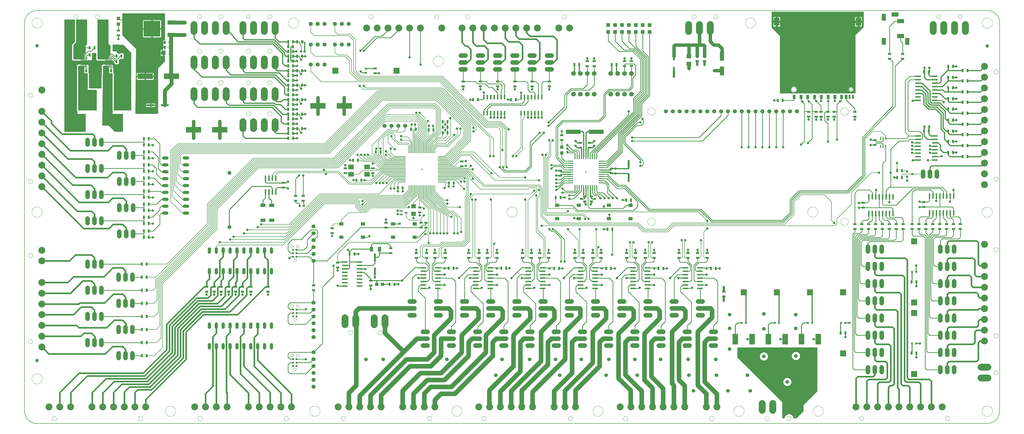
<source format=gtl>
G75*
%MOIN*%
%OFA0B0*%
%FSLAX25Y25*%
%IPPOS*%
%LPD*%
%AMOC8*
5,1,8,0,0,1.08239X$1,22.5*
%
%ADD10C,0.00500*%
%ADD11C,0.00000*%
%ADD12R,0.05906X0.00787*%
%ADD13R,0.00787X0.05906*%
%ADD14R,0.03937X0.01969*%
%ADD15R,0.08268X0.06693*%
%ADD16R,0.03150X0.04724*%
%ADD17R,0.04724X0.03150*%
%ADD18R,0.07087X0.06299*%
%ADD19R,0.21654X0.05906*%
%ADD20R,0.02756X0.05906*%
%ADD21R,0.03937X0.05906*%
%ADD22R,0.07874X0.11811*%
%ADD23R,0.01969X0.07874*%
%ADD24R,0.01575X0.04724*%
%ADD25R,0.07874X0.01969*%
%ADD26R,0.07874X0.02362*%
%ADD27C,0.06600*%
%ADD28R,0.09000X0.09000*%
%ADD29C,0.04800*%
%ADD30R,0.11811X0.03150*%
%ADD31R,0.06299X0.07087*%
%ADD32R,0.01969X0.07087*%
%ADD33R,0.11811X0.06299*%
%ADD34R,0.24409X0.22835*%
%ADD35R,0.03150X0.11811*%
%ADD36R,0.05118X0.07087*%
%ADD37R,0.04724X0.04724*%
%ADD38C,0.10039*%
%ADD39R,0.06102X0.05118*%
%ADD40C,0.06800*%
%ADD41C,0.10050*%
%ADD42R,0.07480X0.01575*%
%ADD43R,0.01575X0.07480*%
%ADD44R,0.05315X0.05315*%
%ADD45C,0.10039*%
%ADD46C,0.05906*%
%ADD47C,0.03100*%
%ADD48R,0.07480X0.05118*%
%ADD49R,0.22441X0.07874*%
%ADD50R,0.07874X0.22441*%
%ADD51R,0.06299X0.12598*%
%ADD52R,0.00787X0.00787*%
%ADD53C,0.00039*%
%ADD54C,0.02381*%
%ADD55R,0.09055X0.09843*%
%ADD56C,0.05000*%
%ADD57C,0.01969*%
%ADD58R,0.03150X0.03150*%
%ADD59R,0.08268X0.15748*%
%ADD60R,0.09843X0.05906*%
%ADD61R,0.05906X0.09843*%
%ADD62R,0.03543X0.03150*%
%ADD63OC8,0.05250*%
%ADD64C,0.03200*%
%ADD65C,0.03562*%
%ADD66C,0.01000*%
%ADD67C,0.05600*%
%ADD68C,0.01600*%
%ADD69C,0.05000*%
%ADD70C,0.01200*%
%ADD71C,0.00800*%
%ADD72C,0.05315*%
%ADD73C,0.02400*%
D10*
X0019800Y0001800D02*
X1397800Y0001800D01*
X1398235Y0001805D01*
X1398670Y0001821D01*
X1399104Y0001847D01*
X1399537Y0001884D01*
X1399970Y0001931D01*
X1400401Y0001989D01*
X1400830Y0002057D01*
X1401258Y0002135D01*
X1401684Y0002224D01*
X1402108Y0002323D01*
X1402529Y0002432D01*
X1402947Y0002552D01*
X1403362Y0002681D01*
X1403774Y0002820D01*
X1404183Y0002970D01*
X1404588Y0003129D01*
X1404989Y0003298D01*
X1405385Y0003476D01*
X1405777Y0003664D01*
X1406165Y0003862D01*
X1406548Y0004069D01*
X1406925Y0004285D01*
X1407298Y0004510D01*
X1407664Y0004744D01*
X1408025Y0004986D01*
X1408380Y0005238D01*
X1408729Y0005498D01*
X1409071Y0005766D01*
X1409407Y0006042D01*
X1409736Y0006327D01*
X1410058Y0006619D01*
X1410373Y0006919D01*
X1410681Y0007227D01*
X1410981Y0007542D01*
X1411273Y0007864D01*
X1411558Y0008193D01*
X1411834Y0008529D01*
X1412102Y0008871D01*
X1412362Y0009220D01*
X1412614Y0009575D01*
X1412856Y0009936D01*
X1413090Y0010302D01*
X1413315Y0010675D01*
X1413531Y0011052D01*
X1413738Y0011435D01*
X1413936Y0011823D01*
X1414124Y0012215D01*
X1414302Y0012611D01*
X1414471Y0013012D01*
X1414630Y0013417D01*
X1414780Y0013826D01*
X1414919Y0014238D01*
X1415048Y0014653D01*
X1415168Y0015071D01*
X1415277Y0015492D01*
X1415376Y0015916D01*
X1415465Y0016342D01*
X1415543Y0016770D01*
X1415611Y0017199D01*
X1415669Y0017630D01*
X1415716Y0018063D01*
X1415753Y0018496D01*
X1415779Y0018930D01*
X1415795Y0019365D01*
X1415800Y0019800D01*
X1415800Y0583300D01*
X1415795Y0583735D01*
X1415779Y0584170D01*
X1415753Y0584604D01*
X1415716Y0585037D01*
X1415669Y0585470D01*
X1415611Y0585901D01*
X1415543Y0586330D01*
X1415465Y0586758D01*
X1415376Y0587184D01*
X1415277Y0587608D01*
X1415168Y0588029D01*
X1415048Y0588447D01*
X1414919Y0588862D01*
X1414780Y0589274D01*
X1414630Y0589683D01*
X1414471Y0590088D01*
X1414302Y0590489D01*
X1414124Y0590885D01*
X1413936Y0591277D01*
X1413738Y0591665D01*
X1413531Y0592048D01*
X1413315Y0592425D01*
X1413090Y0592798D01*
X1412856Y0593164D01*
X1412614Y0593525D01*
X1412362Y0593880D01*
X1412102Y0594229D01*
X1411834Y0594571D01*
X1411558Y0594907D01*
X1411273Y0595236D01*
X1410981Y0595558D01*
X1410681Y0595873D01*
X1410373Y0596181D01*
X1410058Y0596481D01*
X1409736Y0596773D01*
X1409407Y0597058D01*
X1409071Y0597334D01*
X1408729Y0597602D01*
X1408380Y0597862D01*
X1408025Y0598114D01*
X1407664Y0598356D01*
X1407298Y0598590D01*
X1406925Y0598815D01*
X1406548Y0599031D01*
X1406165Y0599238D01*
X1405777Y0599436D01*
X1405385Y0599624D01*
X1404989Y0599802D01*
X1404588Y0599971D01*
X1404183Y0600130D01*
X1403774Y0600280D01*
X1403362Y0600419D01*
X1402947Y0600548D01*
X1402529Y0600668D01*
X1402108Y0600777D01*
X1401684Y0600876D01*
X1401258Y0600965D01*
X1400830Y0601043D01*
X1400401Y0601111D01*
X1399970Y0601169D01*
X1399537Y0601216D01*
X1399104Y0601253D01*
X1398670Y0601279D01*
X1398235Y0601295D01*
X1397800Y0601300D01*
X0019800Y0601300D01*
X0019365Y0601295D01*
X0018930Y0601279D01*
X0018496Y0601253D01*
X0018063Y0601216D01*
X0017630Y0601169D01*
X0017199Y0601111D01*
X0016770Y0601043D01*
X0016342Y0600965D01*
X0015916Y0600876D01*
X0015492Y0600777D01*
X0015071Y0600668D01*
X0014653Y0600548D01*
X0014238Y0600419D01*
X0013826Y0600280D01*
X0013417Y0600130D01*
X0013012Y0599971D01*
X0012611Y0599802D01*
X0012215Y0599624D01*
X0011823Y0599436D01*
X0011435Y0599238D01*
X0011052Y0599031D01*
X0010675Y0598815D01*
X0010302Y0598590D01*
X0009936Y0598356D01*
X0009575Y0598114D01*
X0009220Y0597862D01*
X0008871Y0597602D01*
X0008529Y0597334D01*
X0008193Y0597058D01*
X0007864Y0596773D01*
X0007542Y0596481D01*
X0007227Y0596181D01*
X0006919Y0595873D01*
X0006619Y0595558D01*
X0006327Y0595236D01*
X0006042Y0594907D01*
X0005766Y0594571D01*
X0005498Y0594229D01*
X0005238Y0593880D01*
X0004986Y0593525D01*
X0004744Y0593164D01*
X0004510Y0592798D01*
X0004285Y0592425D01*
X0004069Y0592048D01*
X0003862Y0591665D01*
X0003664Y0591277D01*
X0003476Y0590885D01*
X0003298Y0590489D01*
X0003129Y0590088D01*
X0002970Y0589683D01*
X0002820Y0589274D01*
X0002681Y0588862D01*
X0002552Y0588447D01*
X0002432Y0588029D01*
X0002323Y0587608D01*
X0002224Y0587184D01*
X0002135Y0586758D01*
X0002057Y0586330D01*
X0001989Y0585901D01*
X0001931Y0585470D01*
X0001884Y0585037D01*
X0001847Y0584604D01*
X0001821Y0584170D01*
X0001805Y0583735D01*
X0001800Y0583300D01*
X0001800Y0019800D01*
X0001805Y0019365D01*
X0001821Y0018930D01*
X0001847Y0018496D01*
X0001884Y0018063D01*
X0001931Y0017630D01*
X0001989Y0017199D01*
X0002057Y0016770D01*
X0002135Y0016342D01*
X0002224Y0015916D01*
X0002323Y0015492D01*
X0002432Y0015071D01*
X0002552Y0014653D01*
X0002681Y0014238D01*
X0002820Y0013826D01*
X0002970Y0013417D01*
X0003129Y0013012D01*
X0003298Y0012611D01*
X0003476Y0012215D01*
X0003664Y0011823D01*
X0003862Y0011435D01*
X0004069Y0011052D01*
X0004285Y0010675D01*
X0004510Y0010302D01*
X0004744Y0009936D01*
X0004986Y0009575D01*
X0005238Y0009220D01*
X0005498Y0008871D01*
X0005766Y0008529D01*
X0006042Y0008193D01*
X0006327Y0007864D01*
X0006619Y0007542D01*
X0006919Y0007227D01*
X0007227Y0006919D01*
X0007542Y0006619D01*
X0007864Y0006327D01*
X0008193Y0006042D01*
X0008529Y0005766D01*
X0008871Y0005498D01*
X0009220Y0005238D01*
X0009575Y0004986D01*
X0009936Y0004744D01*
X0010302Y0004510D01*
X0010675Y0004285D01*
X0011052Y0004069D01*
X0011435Y0003862D01*
X0011823Y0003664D01*
X0012215Y0003476D01*
X0012611Y0003298D01*
X0013012Y0003129D01*
X0013417Y0002970D01*
X0013826Y0002820D01*
X0014238Y0002681D01*
X0014653Y0002552D01*
X0015071Y0002432D01*
X0015492Y0002323D01*
X0015916Y0002224D01*
X0016342Y0002135D01*
X0016770Y0002057D01*
X0017199Y0001989D01*
X0017630Y0001931D01*
X0018063Y0001884D01*
X0018496Y0001847D01*
X0018930Y0001821D01*
X0019365Y0001805D01*
X0019800Y0001800D01*
X1245918Y0552509D02*
X1245918Y0560383D01*
X1249855Y0560383D01*
X1249855Y0552509D01*
X1245918Y0552509D01*
X1268162Y0562351D02*
X1268162Y0566288D01*
X1276036Y0566288D01*
X1276036Y0562351D01*
X1268162Y0562351D01*
X1279776Y0560383D02*
X1279776Y0552509D01*
X1283713Y0552509D01*
X1283713Y0560383D01*
X1279776Y0560383D01*
X1276036Y0584005D02*
X1268162Y0584005D01*
X1268162Y0587942D01*
X1276036Y0587942D01*
X1276036Y0584005D01*
X1268162Y0593454D02*
X1260288Y0593454D01*
X1260288Y0597391D01*
X1268162Y0597391D01*
X1268162Y0593454D01*
X1249855Y0595422D02*
X1249855Y0587548D01*
X1245918Y0587548D01*
X1245918Y0595422D01*
X1249855Y0595422D01*
D11*
X1324059Y0592493D02*
X1324061Y0592605D01*
X1324067Y0592716D01*
X1324077Y0592828D01*
X1324091Y0592939D01*
X1324108Y0593049D01*
X1324130Y0593159D01*
X1324156Y0593268D01*
X1324185Y0593376D01*
X1324218Y0593482D01*
X1324255Y0593588D01*
X1324296Y0593692D01*
X1324341Y0593795D01*
X1324389Y0593896D01*
X1324440Y0593995D01*
X1324495Y0594092D01*
X1324554Y0594187D01*
X1324615Y0594281D01*
X1324680Y0594372D01*
X1324749Y0594460D01*
X1324820Y0594546D01*
X1324894Y0594630D01*
X1324972Y0594710D01*
X1325052Y0594788D01*
X1325135Y0594864D01*
X1325220Y0594936D01*
X1325308Y0595005D01*
X1325398Y0595071D01*
X1325491Y0595133D01*
X1325586Y0595193D01*
X1325683Y0595249D01*
X1325781Y0595301D01*
X1325882Y0595350D01*
X1325984Y0595395D01*
X1326088Y0595437D01*
X1326193Y0595475D01*
X1326300Y0595509D01*
X1326407Y0595539D01*
X1326516Y0595566D01*
X1326625Y0595588D01*
X1326736Y0595607D01*
X1326846Y0595622D01*
X1326958Y0595633D01*
X1327069Y0595640D01*
X1327181Y0595643D01*
X1327293Y0595642D01*
X1327405Y0595637D01*
X1327516Y0595628D01*
X1327627Y0595615D01*
X1327738Y0595598D01*
X1327848Y0595578D01*
X1327957Y0595553D01*
X1328065Y0595525D01*
X1328172Y0595492D01*
X1328278Y0595456D01*
X1328382Y0595416D01*
X1328485Y0595373D01*
X1328587Y0595326D01*
X1328686Y0595275D01*
X1328784Y0595221D01*
X1328880Y0595163D01*
X1328974Y0595102D01*
X1329065Y0595038D01*
X1329154Y0594971D01*
X1329241Y0594900D01*
X1329325Y0594826D01*
X1329407Y0594750D01*
X1329485Y0594670D01*
X1329561Y0594588D01*
X1329634Y0594503D01*
X1329704Y0594416D01*
X1329770Y0594326D01*
X1329834Y0594234D01*
X1329894Y0594140D01*
X1329951Y0594044D01*
X1330004Y0593945D01*
X1330054Y0593845D01*
X1330100Y0593744D01*
X1330143Y0593640D01*
X1330182Y0593535D01*
X1330217Y0593429D01*
X1330248Y0593322D01*
X1330276Y0593213D01*
X1330299Y0593104D01*
X1330319Y0592994D01*
X1330335Y0592883D01*
X1330347Y0592772D01*
X1330355Y0592661D01*
X1330359Y0592549D01*
X1330359Y0592437D01*
X1330355Y0592325D01*
X1330347Y0592214D01*
X1330335Y0592103D01*
X1330319Y0591992D01*
X1330299Y0591882D01*
X1330276Y0591773D01*
X1330248Y0591664D01*
X1330217Y0591557D01*
X1330182Y0591451D01*
X1330143Y0591346D01*
X1330100Y0591242D01*
X1330054Y0591141D01*
X1330004Y0591041D01*
X1329951Y0590942D01*
X1329894Y0590846D01*
X1329834Y0590752D01*
X1329770Y0590660D01*
X1329704Y0590570D01*
X1329634Y0590483D01*
X1329561Y0590398D01*
X1329485Y0590316D01*
X1329407Y0590236D01*
X1329325Y0590160D01*
X1329241Y0590086D01*
X1329154Y0590015D01*
X1329065Y0589948D01*
X1328974Y0589884D01*
X1328880Y0589823D01*
X1328784Y0589765D01*
X1328686Y0589711D01*
X1328587Y0589660D01*
X1328485Y0589613D01*
X1328382Y0589570D01*
X1328278Y0589530D01*
X1328172Y0589494D01*
X1328065Y0589461D01*
X1327957Y0589433D01*
X1327848Y0589408D01*
X1327738Y0589388D01*
X1327627Y0589371D01*
X1327516Y0589358D01*
X1327405Y0589349D01*
X1327293Y0589344D01*
X1327181Y0589343D01*
X1327069Y0589346D01*
X1326958Y0589353D01*
X1326846Y0589364D01*
X1326736Y0589379D01*
X1326625Y0589398D01*
X1326516Y0589420D01*
X1326407Y0589447D01*
X1326300Y0589477D01*
X1326193Y0589511D01*
X1326088Y0589549D01*
X1325984Y0589591D01*
X1325882Y0589636D01*
X1325781Y0589685D01*
X1325683Y0589737D01*
X1325586Y0589793D01*
X1325491Y0589853D01*
X1325398Y0589915D01*
X1325308Y0589981D01*
X1325220Y0590050D01*
X1325135Y0590122D01*
X1325052Y0590198D01*
X1324972Y0590276D01*
X1324894Y0590356D01*
X1324820Y0590440D01*
X1324749Y0590526D01*
X1324680Y0590614D01*
X1324615Y0590705D01*
X1324554Y0590799D01*
X1324495Y0590894D01*
X1324440Y0590991D01*
X1324389Y0591090D01*
X1324341Y0591191D01*
X1324296Y0591294D01*
X1324255Y0591398D01*
X1324218Y0591504D01*
X1324185Y0591610D01*
X1324156Y0591718D01*
X1324130Y0591827D01*
X1324108Y0591937D01*
X1324091Y0592047D01*
X1324077Y0592158D01*
X1324067Y0592270D01*
X1324061Y0592381D01*
X1324059Y0592493D01*
X1355241Y0592493D02*
X1355243Y0592605D01*
X1355249Y0592716D01*
X1355259Y0592828D01*
X1355273Y0592939D01*
X1355290Y0593049D01*
X1355312Y0593159D01*
X1355338Y0593268D01*
X1355367Y0593376D01*
X1355400Y0593482D01*
X1355437Y0593588D01*
X1355478Y0593692D01*
X1355523Y0593795D01*
X1355571Y0593896D01*
X1355622Y0593995D01*
X1355677Y0594092D01*
X1355736Y0594187D01*
X1355797Y0594281D01*
X1355862Y0594372D01*
X1355931Y0594460D01*
X1356002Y0594546D01*
X1356076Y0594630D01*
X1356154Y0594710D01*
X1356234Y0594788D01*
X1356317Y0594864D01*
X1356402Y0594936D01*
X1356490Y0595005D01*
X1356580Y0595071D01*
X1356673Y0595133D01*
X1356768Y0595193D01*
X1356865Y0595249D01*
X1356963Y0595301D01*
X1357064Y0595350D01*
X1357166Y0595395D01*
X1357270Y0595437D01*
X1357375Y0595475D01*
X1357482Y0595509D01*
X1357589Y0595539D01*
X1357698Y0595566D01*
X1357807Y0595588D01*
X1357918Y0595607D01*
X1358028Y0595622D01*
X1358140Y0595633D01*
X1358251Y0595640D01*
X1358363Y0595643D01*
X1358475Y0595642D01*
X1358587Y0595637D01*
X1358698Y0595628D01*
X1358809Y0595615D01*
X1358920Y0595598D01*
X1359030Y0595578D01*
X1359139Y0595553D01*
X1359247Y0595525D01*
X1359354Y0595492D01*
X1359460Y0595456D01*
X1359564Y0595416D01*
X1359667Y0595373D01*
X1359769Y0595326D01*
X1359868Y0595275D01*
X1359966Y0595221D01*
X1360062Y0595163D01*
X1360156Y0595102D01*
X1360247Y0595038D01*
X1360336Y0594971D01*
X1360423Y0594900D01*
X1360507Y0594826D01*
X1360589Y0594750D01*
X1360667Y0594670D01*
X1360743Y0594588D01*
X1360816Y0594503D01*
X1360886Y0594416D01*
X1360952Y0594326D01*
X1361016Y0594234D01*
X1361076Y0594140D01*
X1361133Y0594044D01*
X1361186Y0593945D01*
X1361236Y0593845D01*
X1361282Y0593744D01*
X1361325Y0593640D01*
X1361364Y0593535D01*
X1361399Y0593429D01*
X1361430Y0593322D01*
X1361458Y0593213D01*
X1361481Y0593104D01*
X1361501Y0592994D01*
X1361517Y0592883D01*
X1361529Y0592772D01*
X1361537Y0592661D01*
X1361541Y0592549D01*
X1361541Y0592437D01*
X1361537Y0592325D01*
X1361529Y0592214D01*
X1361517Y0592103D01*
X1361501Y0591992D01*
X1361481Y0591882D01*
X1361458Y0591773D01*
X1361430Y0591664D01*
X1361399Y0591557D01*
X1361364Y0591451D01*
X1361325Y0591346D01*
X1361282Y0591242D01*
X1361236Y0591141D01*
X1361186Y0591041D01*
X1361133Y0590942D01*
X1361076Y0590846D01*
X1361016Y0590752D01*
X1360952Y0590660D01*
X1360886Y0590570D01*
X1360816Y0590483D01*
X1360743Y0590398D01*
X1360667Y0590316D01*
X1360589Y0590236D01*
X1360507Y0590160D01*
X1360423Y0590086D01*
X1360336Y0590015D01*
X1360247Y0589948D01*
X1360156Y0589884D01*
X1360062Y0589823D01*
X1359966Y0589765D01*
X1359868Y0589711D01*
X1359769Y0589660D01*
X1359667Y0589613D01*
X1359564Y0589570D01*
X1359460Y0589530D01*
X1359354Y0589494D01*
X1359247Y0589461D01*
X1359139Y0589433D01*
X1359030Y0589408D01*
X1358920Y0589388D01*
X1358809Y0589371D01*
X1358698Y0589358D01*
X1358587Y0589349D01*
X1358475Y0589344D01*
X1358363Y0589343D01*
X1358251Y0589346D01*
X1358140Y0589353D01*
X1358028Y0589364D01*
X1357918Y0589379D01*
X1357807Y0589398D01*
X1357698Y0589420D01*
X1357589Y0589447D01*
X1357482Y0589477D01*
X1357375Y0589511D01*
X1357270Y0589549D01*
X1357166Y0589591D01*
X1357064Y0589636D01*
X1356963Y0589685D01*
X1356865Y0589737D01*
X1356768Y0589793D01*
X1356673Y0589853D01*
X1356580Y0589915D01*
X1356490Y0589981D01*
X1356402Y0590050D01*
X1356317Y0590122D01*
X1356234Y0590198D01*
X1356154Y0590276D01*
X1356076Y0590356D01*
X1356002Y0590440D01*
X1355931Y0590526D01*
X1355862Y0590614D01*
X1355797Y0590705D01*
X1355736Y0590799D01*
X1355677Y0590894D01*
X1355622Y0590991D01*
X1355571Y0591090D01*
X1355523Y0591191D01*
X1355478Y0591294D01*
X1355437Y0591398D01*
X1355400Y0591504D01*
X1355367Y0591610D01*
X1355338Y0591718D01*
X1355312Y0591827D01*
X1355290Y0591937D01*
X1355273Y0592047D01*
X1355259Y0592158D01*
X1355249Y0592270D01*
X1355243Y0592381D01*
X1355241Y0592493D01*
X1390300Y0583300D02*
X1390302Y0583484D01*
X1390309Y0583668D01*
X1390320Y0583852D01*
X1390336Y0584035D01*
X1390356Y0584218D01*
X1390381Y0584400D01*
X1390410Y0584582D01*
X1390444Y0584763D01*
X1390482Y0584943D01*
X1390525Y0585122D01*
X1390572Y0585300D01*
X1390623Y0585477D01*
X1390679Y0585653D01*
X1390738Y0585827D01*
X1390803Y0585999D01*
X1390871Y0586170D01*
X1390943Y0586339D01*
X1391020Y0586507D01*
X1391101Y0586672D01*
X1391186Y0586835D01*
X1391274Y0586997D01*
X1391367Y0587156D01*
X1391464Y0587312D01*
X1391564Y0587467D01*
X1391668Y0587619D01*
X1391776Y0587768D01*
X1391887Y0587914D01*
X1392002Y0588058D01*
X1392121Y0588199D01*
X1392243Y0588337D01*
X1392368Y0588472D01*
X1392497Y0588603D01*
X1392628Y0588732D01*
X1392763Y0588857D01*
X1392901Y0588979D01*
X1393042Y0589098D01*
X1393186Y0589213D01*
X1393332Y0589324D01*
X1393481Y0589432D01*
X1393633Y0589536D01*
X1393788Y0589636D01*
X1393944Y0589733D01*
X1394103Y0589826D01*
X1394265Y0589914D01*
X1394428Y0589999D01*
X1394593Y0590080D01*
X1394761Y0590157D01*
X1394930Y0590229D01*
X1395101Y0590297D01*
X1395273Y0590362D01*
X1395447Y0590421D01*
X1395623Y0590477D01*
X1395800Y0590528D01*
X1395978Y0590575D01*
X1396157Y0590618D01*
X1396337Y0590656D01*
X1396518Y0590690D01*
X1396700Y0590719D01*
X1396882Y0590744D01*
X1397065Y0590764D01*
X1397248Y0590780D01*
X1397432Y0590791D01*
X1397616Y0590798D01*
X1397800Y0590800D01*
X1397984Y0590798D01*
X1398168Y0590791D01*
X1398352Y0590780D01*
X1398535Y0590764D01*
X1398718Y0590744D01*
X1398900Y0590719D01*
X1399082Y0590690D01*
X1399263Y0590656D01*
X1399443Y0590618D01*
X1399622Y0590575D01*
X1399800Y0590528D01*
X1399977Y0590477D01*
X1400153Y0590421D01*
X1400327Y0590362D01*
X1400499Y0590297D01*
X1400670Y0590229D01*
X1400839Y0590157D01*
X1401007Y0590080D01*
X1401172Y0589999D01*
X1401335Y0589914D01*
X1401497Y0589826D01*
X1401656Y0589733D01*
X1401812Y0589636D01*
X1401967Y0589536D01*
X1402119Y0589432D01*
X1402268Y0589324D01*
X1402414Y0589213D01*
X1402558Y0589098D01*
X1402699Y0588979D01*
X1402837Y0588857D01*
X1402972Y0588732D01*
X1403103Y0588603D01*
X1403232Y0588472D01*
X1403357Y0588337D01*
X1403479Y0588199D01*
X1403598Y0588058D01*
X1403713Y0587914D01*
X1403824Y0587768D01*
X1403932Y0587619D01*
X1404036Y0587467D01*
X1404136Y0587312D01*
X1404233Y0587156D01*
X1404326Y0586997D01*
X1404414Y0586835D01*
X1404499Y0586672D01*
X1404580Y0586507D01*
X1404657Y0586339D01*
X1404729Y0586170D01*
X1404797Y0585999D01*
X1404862Y0585827D01*
X1404921Y0585653D01*
X1404977Y0585477D01*
X1405028Y0585300D01*
X1405075Y0585122D01*
X1405118Y0584943D01*
X1405156Y0584763D01*
X1405190Y0584582D01*
X1405219Y0584400D01*
X1405244Y0584218D01*
X1405264Y0584035D01*
X1405280Y0583852D01*
X1405291Y0583668D01*
X1405298Y0583484D01*
X1405300Y0583300D01*
X1405298Y0583116D01*
X1405291Y0582932D01*
X1405280Y0582748D01*
X1405264Y0582565D01*
X1405244Y0582382D01*
X1405219Y0582200D01*
X1405190Y0582018D01*
X1405156Y0581837D01*
X1405118Y0581657D01*
X1405075Y0581478D01*
X1405028Y0581300D01*
X1404977Y0581123D01*
X1404921Y0580947D01*
X1404862Y0580773D01*
X1404797Y0580601D01*
X1404729Y0580430D01*
X1404657Y0580261D01*
X1404580Y0580093D01*
X1404499Y0579928D01*
X1404414Y0579765D01*
X1404326Y0579603D01*
X1404233Y0579444D01*
X1404136Y0579288D01*
X1404036Y0579133D01*
X1403932Y0578981D01*
X1403824Y0578832D01*
X1403713Y0578686D01*
X1403598Y0578542D01*
X1403479Y0578401D01*
X1403357Y0578263D01*
X1403232Y0578128D01*
X1403103Y0577997D01*
X1402972Y0577868D01*
X1402837Y0577743D01*
X1402699Y0577621D01*
X1402558Y0577502D01*
X1402414Y0577387D01*
X1402268Y0577276D01*
X1402119Y0577168D01*
X1401967Y0577064D01*
X1401812Y0576964D01*
X1401656Y0576867D01*
X1401497Y0576774D01*
X1401335Y0576686D01*
X1401172Y0576601D01*
X1401007Y0576520D01*
X1400839Y0576443D01*
X1400670Y0576371D01*
X1400499Y0576303D01*
X1400327Y0576238D01*
X1400153Y0576179D01*
X1399977Y0576123D01*
X1399800Y0576072D01*
X1399622Y0576025D01*
X1399443Y0575982D01*
X1399263Y0575944D01*
X1399082Y0575910D01*
X1398900Y0575881D01*
X1398718Y0575856D01*
X1398535Y0575836D01*
X1398352Y0575820D01*
X1398168Y0575809D01*
X1397984Y0575802D01*
X1397800Y0575800D01*
X1397616Y0575802D01*
X1397432Y0575809D01*
X1397248Y0575820D01*
X1397065Y0575836D01*
X1396882Y0575856D01*
X1396700Y0575881D01*
X1396518Y0575910D01*
X1396337Y0575944D01*
X1396157Y0575982D01*
X1395978Y0576025D01*
X1395800Y0576072D01*
X1395623Y0576123D01*
X1395447Y0576179D01*
X1395273Y0576238D01*
X1395101Y0576303D01*
X1394930Y0576371D01*
X1394761Y0576443D01*
X1394593Y0576520D01*
X1394428Y0576601D01*
X1394265Y0576686D01*
X1394103Y0576774D01*
X1393944Y0576867D01*
X1393788Y0576964D01*
X1393633Y0577064D01*
X1393481Y0577168D01*
X1393332Y0577276D01*
X1393186Y0577387D01*
X1393042Y0577502D01*
X1392901Y0577621D01*
X1392763Y0577743D01*
X1392628Y0577868D01*
X1392497Y0577997D01*
X1392368Y0578128D01*
X1392243Y0578263D01*
X1392121Y0578401D01*
X1392002Y0578542D01*
X1391887Y0578686D01*
X1391776Y0578832D01*
X1391668Y0578981D01*
X1391564Y0579133D01*
X1391464Y0579288D01*
X1391367Y0579444D01*
X1391274Y0579603D01*
X1391186Y0579765D01*
X1391101Y0579928D01*
X1391020Y0580093D01*
X1390943Y0580261D01*
X1390871Y0580430D01*
X1390803Y0580601D01*
X1390738Y0580773D01*
X1390679Y0580947D01*
X1390623Y0581123D01*
X1390572Y0581300D01*
X1390525Y0581478D01*
X1390482Y0581657D01*
X1390444Y0581837D01*
X1390410Y0582018D01*
X1390381Y0582200D01*
X1390356Y0582382D01*
X1390336Y0582565D01*
X1390320Y0582748D01*
X1390309Y0582932D01*
X1390302Y0583116D01*
X1390300Y0583300D01*
X1407343Y0512253D02*
X1407345Y0512365D01*
X1407351Y0512476D01*
X1407361Y0512588D01*
X1407375Y0512699D01*
X1407392Y0512809D01*
X1407414Y0512919D01*
X1407440Y0513028D01*
X1407469Y0513136D01*
X1407502Y0513242D01*
X1407539Y0513348D01*
X1407580Y0513452D01*
X1407625Y0513555D01*
X1407673Y0513656D01*
X1407724Y0513755D01*
X1407779Y0513852D01*
X1407838Y0513947D01*
X1407899Y0514041D01*
X1407964Y0514132D01*
X1408033Y0514220D01*
X1408104Y0514306D01*
X1408178Y0514390D01*
X1408256Y0514470D01*
X1408336Y0514548D01*
X1408419Y0514624D01*
X1408504Y0514696D01*
X1408592Y0514765D01*
X1408682Y0514831D01*
X1408775Y0514893D01*
X1408870Y0514953D01*
X1408967Y0515009D01*
X1409065Y0515061D01*
X1409166Y0515110D01*
X1409268Y0515155D01*
X1409372Y0515197D01*
X1409477Y0515235D01*
X1409584Y0515269D01*
X1409691Y0515299D01*
X1409800Y0515326D01*
X1409909Y0515348D01*
X1410020Y0515367D01*
X1410130Y0515382D01*
X1410242Y0515393D01*
X1410353Y0515400D01*
X1410465Y0515403D01*
X1410577Y0515402D01*
X1410689Y0515397D01*
X1410800Y0515388D01*
X1410911Y0515375D01*
X1411022Y0515358D01*
X1411132Y0515338D01*
X1411241Y0515313D01*
X1411349Y0515285D01*
X1411456Y0515252D01*
X1411562Y0515216D01*
X1411666Y0515176D01*
X1411769Y0515133D01*
X1411871Y0515086D01*
X1411970Y0515035D01*
X1412068Y0514981D01*
X1412164Y0514923D01*
X1412258Y0514862D01*
X1412349Y0514798D01*
X1412438Y0514731D01*
X1412525Y0514660D01*
X1412609Y0514586D01*
X1412691Y0514510D01*
X1412769Y0514430D01*
X1412845Y0514348D01*
X1412918Y0514263D01*
X1412988Y0514176D01*
X1413054Y0514086D01*
X1413118Y0513994D01*
X1413178Y0513900D01*
X1413235Y0513804D01*
X1413288Y0513705D01*
X1413338Y0513605D01*
X1413384Y0513504D01*
X1413427Y0513400D01*
X1413466Y0513295D01*
X1413501Y0513189D01*
X1413532Y0513082D01*
X1413560Y0512973D01*
X1413583Y0512864D01*
X1413603Y0512754D01*
X1413619Y0512643D01*
X1413631Y0512532D01*
X1413639Y0512421D01*
X1413643Y0512309D01*
X1413643Y0512197D01*
X1413639Y0512085D01*
X1413631Y0511974D01*
X1413619Y0511863D01*
X1413603Y0511752D01*
X1413583Y0511642D01*
X1413560Y0511533D01*
X1413532Y0511424D01*
X1413501Y0511317D01*
X1413466Y0511211D01*
X1413427Y0511106D01*
X1413384Y0511002D01*
X1413338Y0510901D01*
X1413288Y0510801D01*
X1413235Y0510702D01*
X1413178Y0510606D01*
X1413118Y0510512D01*
X1413054Y0510420D01*
X1412988Y0510330D01*
X1412918Y0510243D01*
X1412845Y0510158D01*
X1412769Y0510076D01*
X1412691Y0509996D01*
X1412609Y0509920D01*
X1412525Y0509846D01*
X1412438Y0509775D01*
X1412349Y0509708D01*
X1412258Y0509644D01*
X1412164Y0509583D01*
X1412068Y0509525D01*
X1411970Y0509471D01*
X1411871Y0509420D01*
X1411769Y0509373D01*
X1411666Y0509330D01*
X1411562Y0509290D01*
X1411456Y0509254D01*
X1411349Y0509221D01*
X1411241Y0509193D01*
X1411132Y0509168D01*
X1411022Y0509148D01*
X1410911Y0509131D01*
X1410800Y0509118D01*
X1410689Y0509109D01*
X1410577Y0509104D01*
X1410465Y0509103D01*
X1410353Y0509106D01*
X1410242Y0509113D01*
X1410130Y0509124D01*
X1410020Y0509139D01*
X1409909Y0509158D01*
X1409800Y0509180D01*
X1409691Y0509207D01*
X1409584Y0509237D01*
X1409477Y0509271D01*
X1409372Y0509309D01*
X1409268Y0509351D01*
X1409166Y0509396D01*
X1409065Y0509445D01*
X1408967Y0509497D01*
X1408870Y0509553D01*
X1408775Y0509613D01*
X1408682Y0509675D01*
X1408592Y0509741D01*
X1408504Y0509810D01*
X1408419Y0509882D01*
X1408336Y0509958D01*
X1408256Y0510036D01*
X1408178Y0510116D01*
X1408104Y0510200D01*
X1408033Y0510286D01*
X1407964Y0510374D01*
X1407899Y0510465D01*
X1407838Y0510559D01*
X1407779Y0510654D01*
X1407724Y0510751D01*
X1407673Y0510850D01*
X1407625Y0510951D01*
X1407580Y0511054D01*
X1407539Y0511158D01*
X1407502Y0511264D01*
X1407469Y0511370D01*
X1407440Y0511478D01*
X1407414Y0511587D01*
X1407392Y0511697D01*
X1407375Y0511807D01*
X1407361Y0511918D01*
X1407351Y0512030D01*
X1407345Y0512141D01*
X1407343Y0512253D01*
X1197911Y0486824D02*
X1197913Y0486917D01*
X1197919Y0487009D01*
X1197929Y0487101D01*
X1197943Y0487192D01*
X1197960Y0487283D01*
X1197982Y0487373D01*
X1198007Y0487462D01*
X1198036Y0487550D01*
X1198069Y0487636D01*
X1198106Y0487721D01*
X1198146Y0487805D01*
X1198190Y0487886D01*
X1198237Y0487966D01*
X1198287Y0488044D01*
X1198341Y0488119D01*
X1198398Y0488192D01*
X1198458Y0488262D01*
X1198521Y0488330D01*
X1198587Y0488395D01*
X1198655Y0488457D01*
X1198726Y0488517D01*
X1198800Y0488573D01*
X1198876Y0488626D01*
X1198954Y0488675D01*
X1199034Y0488722D01*
X1199116Y0488764D01*
X1199200Y0488804D01*
X1199285Y0488839D01*
X1199372Y0488871D01*
X1199460Y0488900D01*
X1199549Y0488924D01*
X1199639Y0488945D01*
X1199730Y0488961D01*
X1199822Y0488974D01*
X1199914Y0488983D01*
X1200007Y0488988D01*
X1200099Y0488989D01*
X1200192Y0488986D01*
X1200284Y0488979D01*
X1200376Y0488968D01*
X1200467Y0488953D01*
X1200558Y0488935D01*
X1200648Y0488912D01*
X1200736Y0488886D01*
X1200824Y0488856D01*
X1200910Y0488822D01*
X1200994Y0488785D01*
X1201077Y0488743D01*
X1201158Y0488699D01*
X1201238Y0488651D01*
X1201315Y0488600D01*
X1201389Y0488545D01*
X1201462Y0488487D01*
X1201532Y0488427D01*
X1201599Y0488363D01*
X1201663Y0488297D01*
X1201725Y0488227D01*
X1201783Y0488156D01*
X1201838Y0488082D01*
X1201890Y0488005D01*
X1201939Y0487926D01*
X1201985Y0487846D01*
X1202027Y0487763D01*
X1202065Y0487679D01*
X1202100Y0487593D01*
X1202131Y0487506D01*
X1202158Y0487418D01*
X1202181Y0487328D01*
X1202201Y0487238D01*
X1202217Y0487147D01*
X1202229Y0487055D01*
X1202237Y0486963D01*
X1202241Y0486870D01*
X1202241Y0486778D01*
X1202237Y0486685D01*
X1202229Y0486593D01*
X1202217Y0486501D01*
X1202201Y0486410D01*
X1202181Y0486320D01*
X1202158Y0486230D01*
X1202131Y0486142D01*
X1202100Y0486055D01*
X1202065Y0485969D01*
X1202027Y0485885D01*
X1201985Y0485802D01*
X1201939Y0485722D01*
X1201890Y0485643D01*
X1201838Y0485566D01*
X1201783Y0485492D01*
X1201725Y0485421D01*
X1201663Y0485351D01*
X1201599Y0485285D01*
X1201532Y0485221D01*
X1201462Y0485161D01*
X1201389Y0485103D01*
X1201315Y0485048D01*
X1201238Y0484997D01*
X1201159Y0484949D01*
X1201077Y0484905D01*
X1200994Y0484863D01*
X1200910Y0484826D01*
X1200824Y0484792D01*
X1200736Y0484762D01*
X1200648Y0484736D01*
X1200558Y0484713D01*
X1200467Y0484695D01*
X1200376Y0484680D01*
X1200284Y0484669D01*
X1200192Y0484662D01*
X1200099Y0484659D01*
X1200007Y0484660D01*
X1199914Y0484665D01*
X1199822Y0484674D01*
X1199730Y0484687D01*
X1199639Y0484703D01*
X1199549Y0484724D01*
X1199460Y0484748D01*
X1199372Y0484777D01*
X1199285Y0484809D01*
X1199200Y0484844D01*
X1199116Y0484884D01*
X1199034Y0484926D01*
X1198954Y0484973D01*
X1198876Y0485022D01*
X1198800Y0485075D01*
X1198726Y0485131D01*
X1198655Y0485191D01*
X1198587Y0485253D01*
X1198521Y0485318D01*
X1198458Y0485386D01*
X1198398Y0485456D01*
X1198341Y0485529D01*
X1198287Y0485604D01*
X1198237Y0485682D01*
X1198190Y0485762D01*
X1198146Y0485843D01*
X1198106Y0485927D01*
X1198069Y0486012D01*
X1198036Y0486098D01*
X1198007Y0486186D01*
X1197982Y0486275D01*
X1197960Y0486365D01*
X1197943Y0486456D01*
X1197929Y0486547D01*
X1197919Y0486639D01*
X1197913Y0486731D01*
X1197911Y0486824D01*
X1185288Y0454800D02*
X1185290Y0454948D01*
X1185296Y0455096D01*
X1185306Y0455244D01*
X1185320Y0455391D01*
X1185338Y0455538D01*
X1185359Y0455684D01*
X1185385Y0455830D01*
X1185415Y0455975D01*
X1185448Y0456119D01*
X1185486Y0456262D01*
X1185527Y0456404D01*
X1185572Y0456545D01*
X1185620Y0456685D01*
X1185673Y0456824D01*
X1185729Y0456961D01*
X1185789Y0457096D01*
X1185852Y0457230D01*
X1185919Y0457362D01*
X1185990Y0457492D01*
X1186064Y0457620D01*
X1186141Y0457746D01*
X1186222Y0457870D01*
X1186306Y0457992D01*
X1186393Y0458111D01*
X1186484Y0458228D01*
X1186578Y0458343D01*
X1186674Y0458455D01*
X1186774Y0458565D01*
X1186876Y0458671D01*
X1186982Y0458775D01*
X1187090Y0458876D01*
X1187201Y0458974D01*
X1187314Y0459070D01*
X1187430Y0459162D01*
X1187548Y0459251D01*
X1187669Y0459336D01*
X1187792Y0459419D01*
X1187917Y0459498D01*
X1188044Y0459574D01*
X1188173Y0459646D01*
X1188304Y0459715D01*
X1188437Y0459780D01*
X1188572Y0459841D01*
X1188708Y0459899D01*
X1188845Y0459954D01*
X1188984Y0460004D01*
X1189125Y0460051D01*
X1189266Y0460094D01*
X1189409Y0460134D01*
X1189553Y0460169D01*
X1189697Y0460201D01*
X1189843Y0460228D01*
X1189989Y0460252D01*
X1190136Y0460272D01*
X1190283Y0460288D01*
X1190430Y0460300D01*
X1190578Y0460308D01*
X1190726Y0460312D01*
X1190874Y0460312D01*
X1191022Y0460308D01*
X1191170Y0460300D01*
X1191317Y0460288D01*
X1191464Y0460272D01*
X1191611Y0460252D01*
X1191757Y0460228D01*
X1191903Y0460201D01*
X1192047Y0460169D01*
X1192191Y0460134D01*
X1192334Y0460094D01*
X1192475Y0460051D01*
X1192616Y0460004D01*
X1192755Y0459954D01*
X1192892Y0459899D01*
X1193028Y0459841D01*
X1193163Y0459780D01*
X1193296Y0459715D01*
X1193427Y0459646D01*
X1193556Y0459574D01*
X1193683Y0459498D01*
X1193808Y0459419D01*
X1193931Y0459336D01*
X1194052Y0459251D01*
X1194170Y0459162D01*
X1194286Y0459070D01*
X1194399Y0458974D01*
X1194510Y0458876D01*
X1194618Y0458775D01*
X1194724Y0458671D01*
X1194826Y0458565D01*
X1194926Y0458455D01*
X1195022Y0458343D01*
X1195116Y0458228D01*
X1195207Y0458111D01*
X1195294Y0457992D01*
X1195378Y0457870D01*
X1195459Y0457746D01*
X1195536Y0457620D01*
X1195610Y0457492D01*
X1195681Y0457362D01*
X1195748Y0457230D01*
X1195811Y0457096D01*
X1195871Y0456961D01*
X1195927Y0456824D01*
X1195980Y0456685D01*
X1196028Y0456545D01*
X1196073Y0456404D01*
X1196114Y0456262D01*
X1196152Y0456119D01*
X1196185Y0455975D01*
X1196215Y0455830D01*
X1196241Y0455684D01*
X1196262Y0455538D01*
X1196280Y0455391D01*
X1196294Y0455244D01*
X1196304Y0455096D01*
X1196310Y0454948D01*
X1196312Y0454800D01*
X1196310Y0454652D01*
X1196304Y0454504D01*
X1196294Y0454356D01*
X1196280Y0454209D01*
X1196262Y0454062D01*
X1196241Y0453916D01*
X1196215Y0453770D01*
X1196185Y0453625D01*
X1196152Y0453481D01*
X1196114Y0453338D01*
X1196073Y0453196D01*
X1196028Y0453055D01*
X1195980Y0452915D01*
X1195927Y0452776D01*
X1195871Y0452639D01*
X1195811Y0452504D01*
X1195748Y0452370D01*
X1195681Y0452238D01*
X1195610Y0452108D01*
X1195536Y0451980D01*
X1195459Y0451854D01*
X1195378Y0451730D01*
X1195294Y0451608D01*
X1195207Y0451489D01*
X1195116Y0451372D01*
X1195022Y0451257D01*
X1194926Y0451145D01*
X1194826Y0451035D01*
X1194724Y0450929D01*
X1194618Y0450825D01*
X1194510Y0450724D01*
X1194399Y0450626D01*
X1194286Y0450530D01*
X1194170Y0450438D01*
X1194052Y0450349D01*
X1193931Y0450264D01*
X1193808Y0450181D01*
X1193683Y0450102D01*
X1193556Y0450026D01*
X1193427Y0449954D01*
X1193296Y0449885D01*
X1193163Y0449820D01*
X1193028Y0449759D01*
X1192892Y0449701D01*
X1192755Y0449646D01*
X1192616Y0449596D01*
X1192475Y0449549D01*
X1192334Y0449506D01*
X1192191Y0449466D01*
X1192047Y0449431D01*
X1191903Y0449399D01*
X1191757Y0449372D01*
X1191611Y0449348D01*
X1191464Y0449328D01*
X1191317Y0449312D01*
X1191170Y0449300D01*
X1191022Y0449292D01*
X1190874Y0449288D01*
X1190726Y0449288D01*
X1190578Y0449292D01*
X1190430Y0449300D01*
X1190283Y0449312D01*
X1190136Y0449328D01*
X1189989Y0449348D01*
X1189843Y0449372D01*
X1189697Y0449399D01*
X1189553Y0449431D01*
X1189409Y0449466D01*
X1189266Y0449506D01*
X1189125Y0449549D01*
X1188984Y0449596D01*
X1188845Y0449646D01*
X1188708Y0449701D01*
X1188572Y0449759D01*
X1188437Y0449820D01*
X1188304Y0449885D01*
X1188173Y0449954D01*
X1188044Y0450026D01*
X1187917Y0450102D01*
X1187792Y0450181D01*
X1187669Y0450264D01*
X1187548Y0450349D01*
X1187430Y0450438D01*
X1187314Y0450530D01*
X1187201Y0450626D01*
X1187090Y0450724D01*
X1186982Y0450825D01*
X1186876Y0450929D01*
X1186774Y0451035D01*
X1186674Y0451145D01*
X1186578Y0451257D01*
X1186484Y0451372D01*
X1186393Y0451489D01*
X1186306Y0451608D01*
X1186222Y0451730D01*
X1186141Y0451854D01*
X1186064Y0451980D01*
X1185990Y0452108D01*
X1185919Y0452238D01*
X1185852Y0452370D01*
X1185789Y0452504D01*
X1185729Y0452639D01*
X1185673Y0452776D01*
X1185620Y0452915D01*
X1185572Y0453055D01*
X1185527Y0453196D01*
X1185486Y0453338D01*
X1185448Y0453481D01*
X1185415Y0453625D01*
X1185385Y0453770D01*
X1185359Y0453916D01*
X1185338Y0454062D01*
X1185320Y0454209D01*
X1185306Y0454356D01*
X1185296Y0454504D01*
X1185290Y0454652D01*
X1185288Y0454800D01*
X1114248Y0486824D02*
X1114250Y0486936D01*
X1114256Y0487047D01*
X1114266Y0487159D01*
X1114280Y0487270D01*
X1114297Y0487380D01*
X1114319Y0487490D01*
X1114345Y0487599D01*
X1114374Y0487707D01*
X1114407Y0487813D01*
X1114444Y0487919D01*
X1114485Y0488023D01*
X1114530Y0488126D01*
X1114578Y0488227D01*
X1114629Y0488326D01*
X1114684Y0488423D01*
X1114743Y0488518D01*
X1114804Y0488612D01*
X1114869Y0488703D01*
X1114938Y0488791D01*
X1115009Y0488877D01*
X1115083Y0488961D01*
X1115161Y0489041D01*
X1115241Y0489119D01*
X1115324Y0489195D01*
X1115409Y0489267D01*
X1115497Y0489336D01*
X1115587Y0489402D01*
X1115680Y0489464D01*
X1115775Y0489524D01*
X1115872Y0489580D01*
X1115970Y0489632D01*
X1116071Y0489681D01*
X1116173Y0489726D01*
X1116277Y0489768D01*
X1116382Y0489806D01*
X1116489Y0489840D01*
X1116596Y0489870D01*
X1116705Y0489897D01*
X1116814Y0489919D01*
X1116925Y0489938D01*
X1117035Y0489953D01*
X1117147Y0489964D01*
X1117258Y0489971D01*
X1117370Y0489974D01*
X1117482Y0489973D01*
X1117594Y0489968D01*
X1117705Y0489959D01*
X1117816Y0489946D01*
X1117927Y0489929D01*
X1118037Y0489909D01*
X1118146Y0489884D01*
X1118254Y0489856D01*
X1118361Y0489823D01*
X1118467Y0489787D01*
X1118571Y0489747D01*
X1118674Y0489704D01*
X1118776Y0489657D01*
X1118875Y0489606D01*
X1118973Y0489552D01*
X1119069Y0489494D01*
X1119163Y0489433D01*
X1119254Y0489369D01*
X1119343Y0489302D01*
X1119430Y0489231D01*
X1119514Y0489157D01*
X1119596Y0489081D01*
X1119674Y0489001D01*
X1119750Y0488919D01*
X1119823Y0488834D01*
X1119893Y0488747D01*
X1119959Y0488657D01*
X1120023Y0488565D01*
X1120083Y0488471D01*
X1120140Y0488375D01*
X1120193Y0488276D01*
X1120243Y0488176D01*
X1120289Y0488075D01*
X1120332Y0487971D01*
X1120371Y0487866D01*
X1120406Y0487760D01*
X1120437Y0487653D01*
X1120465Y0487544D01*
X1120488Y0487435D01*
X1120508Y0487325D01*
X1120524Y0487214D01*
X1120536Y0487103D01*
X1120544Y0486992D01*
X1120548Y0486880D01*
X1120548Y0486768D01*
X1120544Y0486656D01*
X1120536Y0486545D01*
X1120524Y0486434D01*
X1120508Y0486323D01*
X1120488Y0486213D01*
X1120465Y0486104D01*
X1120437Y0485995D01*
X1120406Y0485888D01*
X1120371Y0485782D01*
X1120332Y0485677D01*
X1120289Y0485573D01*
X1120243Y0485472D01*
X1120193Y0485372D01*
X1120140Y0485273D01*
X1120083Y0485177D01*
X1120023Y0485083D01*
X1119959Y0484991D01*
X1119893Y0484901D01*
X1119823Y0484814D01*
X1119750Y0484729D01*
X1119674Y0484647D01*
X1119596Y0484567D01*
X1119514Y0484491D01*
X1119430Y0484417D01*
X1119343Y0484346D01*
X1119254Y0484279D01*
X1119163Y0484215D01*
X1119069Y0484154D01*
X1118973Y0484096D01*
X1118875Y0484042D01*
X1118776Y0483991D01*
X1118674Y0483944D01*
X1118571Y0483901D01*
X1118467Y0483861D01*
X1118361Y0483825D01*
X1118254Y0483792D01*
X1118146Y0483764D01*
X1118037Y0483739D01*
X1117927Y0483719D01*
X1117816Y0483702D01*
X1117705Y0483689D01*
X1117594Y0483680D01*
X1117482Y0483675D01*
X1117370Y0483674D01*
X1117258Y0483677D01*
X1117147Y0483684D01*
X1117035Y0483695D01*
X1116925Y0483710D01*
X1116814Y0483729D01*
X1116705Y0483751D01*
X1116596Y0483778D01*
X1116489Y0483808D01*
X1116382Y0483842D01*
X1116277Y0483880D01*
X1116173Y0483922D01*
X1116071Y0483967D01*
X1115970Y0484016D01*
X1115872Y0484068D01*
X1115775Y0484124D01*
X1115680Y0484184D01*
X1115587Y0484246D01*
X1115497Y0484312D01*
X1115409Y0484381D01*
X1115324Y0484453D01*
X1115241Y0484529D01*
X1115161Y0484607D01*
X1115083Y0484687D01*
X1115009Y0484771D01*
X1114938Y0484857D01*
X1114869Y0484945D01*
X1114804Y0485036D01*
X1114743Y0485130D01*
X1114684Y0485225D01*
X1114629Y0485322D01*
X1114578Y0485421D01*
X1114530Y0485522D01*
X1114485Y0485625D01*
X1114444Y0485729D01*
X1114407Y0485835D01*
X1114374Y0485941D01*
X1114345Y0486049D01*
X1114319Y0486158D01*
X1114297Y0486268D01*
X1114280Y0486378D01*
X1114266Y0486489D01*
X1114256Y0486601D01*
X1114250Y0486712D01*
X1114248Y0486824D01*
X0905288Y0454800D02*
X0905290Y0454948D01*
X0905296Y0455096D01*
X0905306Y0455244D01*
X0905320Y0455391D01*
X0905338Y0455538D01*
X0905359Y0455684D01*
X0905385Y0455830D01*
X0905415Y0455975D01*
X0905448Y0456119D01*
X0905486Y0456262D01*
X0905527Y0456404D01*
X0905572Y0456545D01*
X0905620Y0456685D01*
X0905673Y0456824D01*
X0905729Y0456961D01*
X0905789Y0457096D01*
X0905852Y0457230D01*
X0905919Y0457362D01*
X0905990Y0457492D01*
X0906064Y0457620D01*
X0906141Y0457746D01*
X0906222Y0457870D01*
X0906306Y0457992D01*
X0906393Y0458111D01*
X0906484Y0458228D01*
X0906578Y0458343D01*
X0906674Y0458455D01*
X0906774Y0458565D01*
X0906876Y0458671D01*
X0906982Y0458775D01*
X0907090Y0458876D01*
X0907201Y0458974D01*
X0907314Y0459070D01*
X0907430Y0459162D01*
X0907548Y0459251D01*
X0907669Y0459336D01*
X0907792Y0459419D01*
X0907917Y0459498D01*
X0908044Y0459574D01*
X0908173Y0459646D01*
X0908304Y0459715D01*
X0908437Y0459780D01*
X0908572Y0459841D01*
X0908708Y0459899D01*
X0908845Y0459954D01*
X0908984Y0460004D01*
X0909125Y0460051D01*
X0909266Y0460094D01*
X0909409Y0460134D01*
X0909553Y0460169D01*
X0909697Y0460201D01*
X0909843Y0460228D01*
X0909989Y0460252D01*
X0910136Y0460272D01*
X0910283Y0460288D01*
X0910430Y0460300D01*
X0910578Y0460308D01*
X0910726Y0460312D01*
X0910874Y0460312D01*
X0911022Y0460308D01*
X0911170Y0460300D01*
X0911317Y0460288D01*
X0911464Y0460272D01*
X0911611Y0460252D01*
X0911757Y0460228D01*
X0911903Y0460201D01*
X0912047Y0460169D01*
X0912191Y0460134D01*
X0912334Y0460094D01*
X0912475Y0460051D01*
X0912616Y0460004D01*
X0912755Y0459954D01*
X0912892Y0459899D01*
X0913028Y0459841D01*
X0913163Y0459780D01*
X0913296Y0459715D01*
X0913427Y0459646D01*
X0913556Y0459574D01*
X0913683Y0459498D01*
X0913808Y0459419D01*
X0913931Y0459336D01*
X0914052Y0459251D01*
X0914170Y0459162D01*
X0914286Y0459070D01*
X0914399Y0458974D01*
X0914510Y0458876D01*
X0914618Y0458775D01*
X0914724Y0458671D01*
X0914826Y0458565D01*
X0914926Y0458455D01*
X0915022Y0458343D01*
X0915116Y0458228D01*
X0915207Y0458111D01*
X0915294Y0457992D01*
X0915378Y0457870D01*
X0915459Y0457746D01*
X0915536Y0457620D01*
X0915610Y0457492D01*
X0915681Y0457362D01*
X0915748Y0457230D01*
X0915811Y0457096D01*
X0915871Y0456961D01*
X0915927Y0456824D01*
X0915980Y0456685D01*
X0916028Y0456545D01*
X0916073Y0456404D01*
X0916114Y0456262D01*
X0916152Y0456119D01*
X0916185Y0455975D01*
X0916215Y0455830D01*
X0916241Y0455684D01*
X0916262Y0455538D01*
X0916280Y0455391D01*
X0916294Y0455244D01*
X0916304Y0455096D01*
X0916310Y0454948D01*
X0916312Y0454800D01*
X0916310Y0454652D01*
X0916304Y0454504D01*
X0916294Y0454356D01*
X0916280Y0454209D01*
X0916262Y0454062D01*
X0916241Y0453916D01*
X0916215Y0453770D01*
X0916185Y0453625D01*
X0916152Y0453481D01*
X0916114Y0453338D01*
X0916073Y0453196D01*
X0916028Y0453055D01*
X0915980Y0452915D01*
X0915927Y0452776D01*
X0915871Y0452639D01*
X0915811Y0452504D01*
X0915748Y0452370D01*
X0915681Y0452238D01*
X0915610Y0452108D01*
X0915536Y0451980D01*
X0915459Y0451854D01*
X0915378Y0451730D01*
X0915294Y0451608D01*
X0915207Y0451489D01*
X0915116Y0451372D01*
X0915022Y0451257D01*
X0914926Y0451145D01*
X0914826Y0451035D01*
X0914724Y0450929D01*
X0914618Y0450825D01*
X0914510Y0450724D01*
X0914399Y0450626D01*
X0914286Y0450530D01*
X0914170Y0450438D01*
X0914052Y0450349D01*
X0913931Y0450264D01*
X0913808Y0450181D01*
X0913683Y0450102D01*
X0913556Y0450026D01*
X0913427Y0449954D01*
X0913296Y0449885D01*
X0913163Y0449820D01*
X0913028Y0449759D01*
X0912892Y0449701D01*
X0912755Y0449646D01*
X0912616Y0449596D01*
X0912475Y0449549D01*
X0912334Y0449506D01*
X0912191Y0449466D01*
X0912047Y0449431D01*
X0911903Y0449399D01*
X0911757Y0449372D01*
X0911611Y0449348D01*
X0911464Y0449328D01*
X0911317Y0449312D01*
X0911170Y0449300D01*
X0911022Y0449292D01*
X0910874Y0449288D01*
X0910726Y0449288D01*
X0910578Y0449292D01*
X0910430Y0449300D01*
X0910283Y0449312D01*
X0910136Y0449328D01*
X0909989Y0449348D01*
X0909843Y0449372D01*
X0909697Y0449399D01*
X0909553Y0449431D01*
X0909409Y0449466D01*
X0909266Y0449506D01*
X0909125Y0449549D01*
X0908984Y0449596D01*
X0908845Y0449646D01*
X0908708Y0449701D01*
X0908572Y0449759D01*
X0908437Y0449820D01*
X0908304Y0449885D01*
X0908173Y0449954D01*
X0908044Y0450026D01*
X0907917Y0450102D01*
X0907792Y0450181D01*
X0907669Y0450264D01*
X0907548Y0450349D01*
X0907430Y0450438D01*
X0907314Y0450530D01*
X0907201Y0450626D01*
X0907090Y0450724D01*
X0906982Y0450825D01*
X0906876Y0450929D01*
X0906774Y0451035D01*
X0906674Y0451145D01*
X0906578Y0451257D01*
X0906484Y0451372D01*
X0906393Y0451489D01*
X0906306Y0451608D01*
X0906222Y0451730D01*
X0906141Y0451854D01*
X0906064Y0451980D01*
X0905990Y0452108D01*
X0905919Y0452238D01*
X0905852Y0452370D01*
X0905789Y0452504D01*
X0905729Y0452639D01*
X0905673Y0452776D01*
X0905620Y0452915D01*
X0905572Y0453055D01*
X0905527Y0453196D01*
X0905486Y0453338D01*
X0905448Y0453481D01*
X0905415Y0453625D01*
X0905385Y0453770D01*
X0905359Y0453916D01*
X0905338Y0454062D01*
X0905320Y0454209D01*
X0905306Y0454356D01*
X0905296Y0454504D01*
X0905290Y0454652D01*
X0905288Y0454800D01*
X1046800Y0583300D02*
X1046802Y0583484D01*
X1046809Y0583668D01*
X1046820Y0583852D01*
X1046836Y0584035D01*
X1046856Y0584218D01*
X1046881Y0584400D01*
X1046910Y0584582D01*
X1046944Y0584763D01*
X1046982Y0584943D01*
X1047025Y0585122D01*
X1047072Y0585300D01*
X1047123Y0585477D01*
X1047179Y0585653D01*
X1047238Y0585827D01*
X1047303Y0585999D01*
X1047371Y0586170D01*
X1047443Y0586339D01*
X1047520Y0586507D01*
X1047601Y0586672D01*
X1047686Y0586835D01*
X1047774Y0586997D01*
X1047867Y0587156D01*
X1047964Y0587312D01*
X1048064Y0587467D01*
X1048168Y0587619D01*
X1048276Y0587768D01*
X1048387Y0587914D01*
X1048502Y0588058D01*
X1048621Y0588199D01*
X1048743Y0588337D01*
X1048868Y0588472D01*
X1048997Y0588603D01*
X1049128Y0588732D01*
X1049263Y0588857D01*
X1049401Y0588979D01*
X1049542Y0589098D01*
X1049686Y0589213D01*
X1049832Y0589324D01*
X1049981Y0589432D01*
X1050133Y0589536D01*
X1050288Y0589636D01*
X1050444Y0589733D01*
X1050603Y0589826D01*
X1050765Y0589914D01*
X1050928Y0589999D01*
X1051093Y0590080D01*
X1051261Y0590157D01*
X1051430Y0590229D01*
X1051601Y0590297D01*
X1051773Y0590362D01*
X1051947Y0590421D01*
X1052123Y0590477D01*
X1052300Y0590528D01*
X1052478Y0590575D01*
X1052657Y0590618D01*
X1052837Y0590656D01*
X1053018Y0590690D01*
X1053200Y0590719D01*
X1053382Y0590744D01*
X1053565Y0590764D01*
X1053748Y0590780D01*
X1053932Y0590791D01*
X1054116Y0590798D01*
X1054300Y0590800D01*
X1054484Y0590798D01*
X1054668Y0590791D01*
X1054852Y0590780D01*
X1055035Y0590764D01*
X1055218Y0590744D01*
X1055400Y0590719D01*
X1055582Y0590690D01*
X1055763Y0590656D01*
X1055943Y0590618D01*
X1056122Y0590575D01*
X1056300Y0590528D01*
X1056477Y0590477D01*
X1056653Y0590421D01*
X1056827Y0590362D01*
X1056999Y0590297D01*
X1057170Y0590229D01*
X1057339Y0590157D01*
X1057507Y0590080D01*
X1057672Y0589999D01*
X1057835Y0589914D01*
X1057997Y0589826D01*
X1058156Y0589733D01*
X1058312Y0589636D01*
X1058467Y0589536D01*
X1058619Y0589432D01*
X1058768Y0589324D01*
X1058914Y0589213D01*
X1059058Y0589098D01*
X1059199Y0588979D01*
X1059337Y0588857D01*
X1059472Y0588732D01*
X1059603Y0588603D01*
X1059732Y0588472D01*
X1059857Y0588337D01*
X1059979Y0588199D01*
X1060098Y0588058D01*
X1060213Y0587914D01*
X1060324Y0587768D01*
X1060432Y0587619D01*
X1060536Y0587467D01*
X1060636Y0587312D01*
X1060733Y0587156D01*
X1060826Y0586997D01*
X1060914Y0586835D01*
X1060999Y0586672D01*
X1061080Y0586507D01*
X1061157Y0586339D01*
X1061229Y0586170D01*
X1061297Y0585999D01*
X1061362Y0585827D01*
X1061421Y0585653D01*
X1061477Y0585477D01*
X1061528Y0585300D01*
X1061575Y0585122D01*
X1061618Y0584943D01*
X1061656Y0584763D01*
X1061690Y0584582D01*
X1061719Y0584400D01*
X1061744Y0584218D01*
X1061764Y0584035D01*
X1061780Y0583852D01*
X1061791Y0583668D01*
X1061798Y0583484D01*
X1061800Y0583300D01*
X1061798Y0583116D01*
X1061791Y0582932D01*
X1061780Y0582748D01*
X1061764Y0582565D01*
X1061744Y0582382D01*
X1061719Y0582200D01*
X1061690Y0582018D01*
X1061656Y0581837D01*
X1061618Y0581657D01*
X1061575Y0581478D01*
X1061528Y0581300D01*
X1061477Y0581123D01*
X1061421Y0580947D01*
X1061362Y0580773D01*
X1061297Y0580601D01*
X1061229Y0580430D01*
X1061157Y0580261D01*
X1061080Y0580093D01*
X1060999Y0579928D01*
X1060914Y0579765D01*
X1060826Y0579603D01*
X1060733Y0579444D01*
X1060636Y0579288D01*
X1060536Y0579133D01*
X1060432Y0578981D01*
X1060324Y0578832D01*
X1060213Y0578686D01*
X1060098Y0578542D01*
X1059979Y0578401D01*
X1059857Y0578263D01*
X1059732Y0578128D01*
X1059603Y0577997D01*
X1059472Y0577868D01*
X1059337Y0577743D01*
X1059199Y0577621D01*
X1059058Y0577502D01*
X1058914Y0577387D01*
X1058768Y0577276D01*
X1058619Y0577168D01*
X1058467Y0577064D01*
X1058312Y0576964D01*
X1058156Y0576867D01*
X1057997Y0576774D01*
X1057835Y0576686D01*
X1057672Y0576601D01*
X1057507Y0576520D01*
X1057339Y0576443D01*
X1057170Y0576371D01*
X1056999Y0576303D01*
X1056827Y0576238D01*
X1056653Y0576179D01*
X1056477Y0576123D01*
X1056300Y0576072D01*
X1056122Y0576025D01*
X1055943Y0575982D01*
X1055763Y0575944D01*
X1055582Y0575910D01*
X1055400Y0575881D01*
X1055218Y0575856D01*
X1055035Y0575836D01*
X1054852Y0575820D01*
X1054668Y0575809D01*
X1054484Y0575802D01*
X1054300Y0575800D01*
X1054116Y0575802D01*
X1053932Y0575809D01*
X1053748Y0575820D01*
X1053565Y0575836D01*
X1053382Y0575856D01*
X1053200Y0575881D01*
X1053018Y0575910D01*
X1052837Y0575944D01*
X1052657Y0575982D01*
X1052478Y0576025D01*
X1052300Y0576072D01*
X1052123Y0576123D01*
X1051947Y0576179D01*
X1051773Y0576238D01*
X1051601Y0576303D01*
X1051430Y0576371D01*
X1051261Y0576443D01*
X1051093Y0576520D01*
X1050928Y0576601D01*
X1050765Y0576686D01*
X1050603Y0576774D01*
X1050444Y0576867D01*
X1050288Y0576964D01*
X1050133Y0577064D01*
X1049981Y0577168D01*
X1049832Y0577276D01*
X1049686Y0577387D01*
X1049542Y0577502D01*
X1049401Y0577621D01*
X1049263Y0577743D01*
X1049128Y0577868D01*
X1048997Y0577997D01*
X1048868Y0578128D01*
X1048743Y0578263D01*
X1048621Y0578401D01*
X1048502Y0578542D01*
X1048387Y0578686D01*
X1048276Y0578832D01*
X1048168Y0578981D01*
X1048064Y0579133D01*
X1047964Y0579288D01*
X1047867Y0579444D01*
X1047774Y0579603D01*
X1047686Y0579765D01*
X1047601Y0579928D01*
X1047520Y0580093D01*
X1047443Y0580261D01*
X1047371Y0580430D01*
X1047303Y0580601D01*
X1047238Y0580773D01*
X1047179Y0580947D01*
X1047123Y0581123D01*
X1047072Y0581300D01*
X1047025Y0581478D01*
X1046982Y0581657D01*
X1046944Y0581837D01*
X1046910Y0582018D01*
X1046881Y0582200D01*
X1046856Y0582382D01*
X1046836Y0582565D01*
X1046820Y0582748D01*
X1046809Y0582932D01*
X1046802Y0583116D01*
X1046800Y0583300D01*
X1000741Y0592493D02*
X1000743Y0592605D01*
X1000749Y0592716D01*
X1000759Y0592828D01*
X1000773Y0592939D01*
X1000790Y0593049D01*
X1000812Y0593159D01*
X1000838Y0593268D01*
X1000867Y0593376D01*
X1000900Y0593482D01*
X1000937Y0593588D01*
X1000978Y0593692D01*
X1001023Y0593795D01*
X1001071Y0593896D01*
X1001122Y0593995D01*
X1001177Y0594092D01*
X1001236Y0594187D01*
X1001297Y0594281D01*
X1001362Y0594372D01*
X1001431Y0594460D01*
X1001502Y0594546D01*
X1001576Y0594630D01*
X1001654Y0594710D01*
X1001734Y0594788D01*
X1001817Y0594864D01*
X1001902Y0594936D01*
X1001990Y0595005D01*
X1002080Y0595071D01*
X1002173Y0595133D01*
X1002268Y0595193D01*
X1002365Y0595249D01*
X1002463Y0595301D01*
X1002564Y0595350D01*
X1002666Y0595395D01*
X1002770Y0595437D01*
X1002875Y0595475D01*
X1002982Y0595509D01*
X1003089Y0595539D01*
X1003198Y0595566D01*
X1003307Y0595588D01*
X1003418Y0595607D01*
X1003528Y0595622D01*
X1003640Y0595633D01*
X1003751Y0595640D01*
X1003863Y0595643D01*
X1003975Y0595642D01*
X1004087Y0595637D01*
X1004198Y0595628D01*
X1004309Y0595615D01*
X1004420Y0595598D01*
X1004530Y0595578D01*
X1004639Y0595553D01*
X1004747Y0595525D01*
X1004854Y0595492D01*
X1004960Y0595456D01*
X1005064Y0595416D01*
X1005167Y0595373D01*
X1005269Y0595326D01*
X1005368Y0595275D01*
X1005466Y0595221D01*
X1005562Y0595163D01*
X1005656Y0595102D01*
X1005747Y0595038D01*
X1005836Y0594971D01*
X1005923Y0594900D01*
X1006007Y0594826D01*
X1006089Y0594750D01*
X1006167Y0594670D01*
X1006243Y0594588D01*
X1006316Y0594503D01*
X1006386Y0594416D01*
X1006452Y0594326D01*
X1006516Y0594234D01*
X1006576Y0594140D01*
X1006633Y0594044D01*
X1006686Y0593945D01*
X1006736Y0593845D01*
X1006782Y0593744D01*
X1006825Y0593640D01*
X1006864Y0593535D01*
X1006899Y0593429D01*
X1006930Y0593322D01*
X1006958Y0593213D01*
X1006981Y0593104D01*
X1007001Y0592994D01*
X1007017Y0592883D01*
X1007029Y0592772D01*
X1007037Y0592661D01*
X1007041Y0592549D01*
X1007041Y0592437D01*
X1007037Y0592325D01*
X1007029Y0592214D01*
X1007017Y0592103D01*
X1007001Y0591992D01*
X1006981Y0591882D01*
X1006958Y0591773D01*
X1006930Y0591664D01*
X1006899Y0591557D01*
X1006864Y0591451D01*
X1006825Y0591346D01*
X1006782Y0591242D01*
X1006736Y0591141D01*
X1006686Y0591041D01*
X1006633Y0590942D01*
X1006576Y0590846D01*
X1006516Y0590752D01*
X1006452Y0590660D01*
X1006386Y0590570D01*
X1006316Y0590483D01*
X1006243Y0590398D01*
X1006167Y0590316D01*
X1006089Y0590236D01*
X1006007Y0590160D01*
X1005923Y0590086D01*
X1005836Y0590015D01*
X1005747Y0589948D01*
X1005656Y0589884D01*
X1005562Y0589823D01*
X1005466Y0589765D01*
X1005368Y0589711D01*
X1005269Y0589660D01*
X1005167Y0589613D01*
X1005064Y0589570D01*
X1004960Y0589530D01*
X1004854Y0589494D01*
X1004747Y0589461D01*
X1004639Y0589433D01*
X1004530Y0589408D01*
X1004420Y0589388D01*
X1004309Y0589371D01*
X1004198Y0589358D01*
X1004087Y0589349D01*
X1003975Y0589344D01*
X1003863Y0589343D01*
X1003751Y0589346D01*
X1003640Y0589353D01*
X1003528Y0589364D01*
X1003418Y0589379D01*
X1003307Y0589398D01*
X1003198Y0589420D01*
X1003089Y0589447D01*
X1002982Y0589477D01*
X1002875Y0589511D01*
X1002770Y0589549D01*
X1002666Y0589591D01*
X1002564Y0589636D01*
X1002463Y0589685D01*
X1002365Y0589737D01*
X1002268Y0589793D01*
X1002173Y0589853D01*
X1002080Y0589915D01*
X1001990Y0589981D01*
X1001902Y0590050D01*
X1001817Y0590122D01*
X1001734Y0590198D01*
X1001654Y0590276D01*
X1001576Y0590356D01*
X1001502Y0590440D01*
X1001431Y0590526D01*
X1001362Y0590614D01*
X1001297Y0590705D01*
X1001236Y0590799D01*
X1001177Y0590894D01*
X1001122Y0590991D01*
X1001071Y0591090D01*
X1001023Y0591191D01*
X1000978Y0591294D01*
X1000937Y0591398D01*
X1000900Y0591504D01*
X1000867Y0591610D01*
X1000838Y0591718D01*
X1000812Y0591827D01*
X1000790Y0591937D01*
X1000773Y0592047D01*
X1000759Y0592158D01*
X1000749Y0592270D01*
X1000743Y0592381D01*
X1000741Y0592493D01*
X0969559Y0592493D02*
X0969561Y0592605D01*
X0969567Y0592716D01*
X0969577Y0592828D01*
X0969591Y0592939D01*
X0969608Y0593049D01*
X0969630Y0593159D01*
X0969656Y0593268D01*
X0969685Y0593376D01*
X0969718Y0593482D01*
X0969755Y0593588D01*
X0969796Y0593692D01*
X0969841Y0593795D01*
X0969889Y0593896D01*
X0969940Y0593995D01*
X0969995Y0594092D01*
X0970054Y0594187D01*
X0970115Y0594281D01*
X0970180Y0594372D01*
X0970249Y0594460D01*
X0970320Y0594546D01*
X0970394Y0594630D01*
X0970472Y0594710D01*
X0970552Y0594788D01*
X0970635Y0594864D01*
X0970720Y0594936D01*
X0970808Y0595005D01*
X0970898Y0595071D01*
X0970991Y0595133D01*
X0971086Y0595193D01*
X0971183Y0595249D01*
X0971281Y0595301D01*
X0971382Y0595350D01*
X0971484Y0595395D01*
X0971588Y0595437D01*
X0971693Y0595475D01*
X0971800Y0595509D01*
X0971907Y0595539D01*
X0972016Y0595566D01*
X0972125Y0595588D01*
X0972236Y0595607D01*
X0972346Y0595622D01*
X0972458Y0595633D01*
X0972569Y0595640D01*
X0972681Y0595643D01*
X0972793Y0595642D01*
X0972905Y0595637D01*
X0973016Y0595628D01*
X0973127Y0595615D01*
X0973238Y0595598D01*
X0973348Y0595578D01*
X0973457Y0595553D01*
X0973565Y0595525D01*
X0973672Y0595492D01*
X0973778Y0595456D01*
X0973882Y0595416D01*
X0973985Y0595373D01*
X0974087Y0595326D01*
X0974186Y0595275D01*
X0974284Y0595221D01*
X0974380Y0595163D01*
X0974474Y0595102D01*
X0974565Y0595038D01*
X0974654Y0594971D01*
X0974741Y0594900D01*
X0974825Y0594826D01*
X0974907Y0594750D01*
X0974985Y0594670D01*
X0975061Y0594588D01*
X0975134Y0594503D01*
X0975204Y0594416D01*
X0975270Y0594326D01*
X0975334Y0594234D01*
X0975394Y0594140D01*
X0975451Y0594044D01*
X0975504Y0593945D01*
X0975554Y0593845D01*
X0975600Y0593744D01*
X0975643Y0593640D01*
X0975682Y0593535D01*
X0975717Y0593429D01*
X0975748Y0593322D01*
X0975776Y0593213D01*
X0975799Y0593104D01*
X0975819Y0592994D01*
X0975835Y0592883D01*
X0975847Y0592772D01*
X0975855Y0592661D01*
X0975859Y0592549D01*
X0975859Y0592437D01*
X0975855Y0592325D01*
X0975847Y0592214D01*
X0975835Y0592103D01*
X0975819Y0591992D01*
X0975799Y0591882D01*
X0975776Y0591773D01*
X0975748Y0591664D01*
X0975717Y0591557D01*
X0975682Y0591451D01*
X0975643Y0591346D01*
X0975600Y0591242D01*
X0975554Y0591141D01*
X0975504Y0591041D01*
X0975451Y0590942D01*
X0975394Y0590846D01*
X0975334Y0590752D01*
X0975270Y0590660D01*
X0975204Y0590570D01*
X0975134Y0590483D01*
X0975061Y0590398D01*
X0974985Y0590316D01*
X0974907Y0590236D01*
X0974825Y0590160D01*
X0974741Y0590086D01*
X0974654Y0590015D01*
X0974565Y0589948D01*
X0974474Y0589884D01*
X0974380Y0589823D01*
X0974284Y0589765D01*
X0974186Y0589711D01*
X0974087Y0589660D01*
X0973985Y0589613D01*
X0973882Y0589570D01*
X0973778Y0589530D01*
X0973672Y0589494D01*
X0973565Y0589461D01*
X0973457Y0589433D01*
X0973348Y0589408D01*
X0973238Y0589388D01*
X0973127Y0589371D01*
X0973016Y0589358D01*
X0972905Y0589349D01*
X0972793Y0589344D01*
X0972681Y0589343D01*
X0972569Y0589346D01*
X0972458Y0589353D01*
X0972346Y0589364D01*
X0972236Y0589379D01*
X0972125Y0589398D01*
X0972016Y0589420D01*
X0971907Y0589447D01*
X0971800Y0589477D01*
X0971693Y0589511D01*
X0971588Y0589549D01*
X0971484Y0589591D01*
X0971382Y0589636D01*
X0971281Y0589685D01*
X0971183Y0589737D01*
X0971086Y0589793D01*
X0970991Y0589853D01*
X0970898Y0589915D01*
X0970808Y0589981D01*
X0970720Y0590050D01*
X0970635Y0590122D01*
X0970552Y0590198D01*
X0970472Y0590276D01*
X0970394Y0590356D01*
X0970320Y0590440D01*
X0970249Y0590526D01*
X0970180Y0590614D01*
X0970115Y0590705D01*
X0970054Y0590799D01*
X0969995Y0590894D01*
X0969940Y0590991D01*
X0969889Y0591090D01*
X0969841Y0591191D01*
X0969796Y0591294D01*
X0969755Y0591398D01*
X0969718Y0591504D01*
X0969685Y0591610D01*
X0969656Y0591718D01*
X0969630Y0591827D01*
X0969608Y0591937D01*
X0969591Y0592047D01*
X0969577Y0592158D01*
X0969567Y0592270D01*
X0969561Y0592381D01*
X0969559Y0592493D01*
X0781445Y0592493D02*
X0781447Y0592605D01*
X0781453Y0592716D01*
X0781463Y0592828D01*
X0781477Y0592939D01*
X0781494Y0593049D01*
X0781516Y0593159D01*
X0781542Y0593268D01*
X0781571Y0593376D01*
X0781604Y0593482D01*
X0781641Y0593588D01*
X0781682Y0593692D01*
X0781727Y0593795D01*
X0781775Y0593896D01*
X0781826Y0593995D01*
X0781881Y0594092D01*
X0781940Y0594187D01*
X0782001Y0594281D01*
X0782066Y0594372D01*
X0782135Y0594460D01*
X0782206Y0594546D01*
X0782280Y0594630D01*
X0782358Y0594710D01*
X0782438Y0594788D01*
X0782521Y0594864D01*
X0782606Y0594936D01*
X0782694Y0595005D01*
X0782784Y0595071D01*
X0782877Y0595133D01*
X0782972Y0595193D01*
X0783069Y0595249D01*
X0783167Y0595301D01*
X0783268Y0595350D01*
X0783370Y0595395D01*
X0783474Y0595437D01*
X0783579Y0595475D01*
X0783686Y0595509D01*
X0783793Y0595539D01*
X0783902Y0595566D01*
X0784011Y0595588D01*
X0784122Y0595607D01*
X0784232Y0595622D01*
X0784344Y0595633D01*
X0784455Y0595640D01*
X0784567Y0595643D01*
X0784679Y0595642D01*
X0784791Y0595637D01*
X0784902Y0595628D01*
X0785013Y0595615D01*
X0785124Y0595598D01*
X0785234Y0595578D01*
X0785343Y0595553D01*
X0785451Y0595525D01*
X0785558Y0595492D01*
X0785664Y0595456D01*
X0785768Y0595416D01*
X0785871Y0595373D01*
X0785973Y0595326D01*
X0786072Y0595275D01*
X0786170Y0595221D01*
X0786266Y0595163D01*
X0786360Y0595102D01*
X0786451Y0595038D01*
X0786540Y0594971D01*
X0786627Y0594900D01*
X0786711Y0594826D01*
X0786793Y0594750D01*
X0786871Y0594670D01*
X0786947Y0594588D01*
X0787020Y0594503D01*
X0787090Y0594416D01*
X0787156Y0594326D01*
X0787220Y0594234D01*
X0787280Y0594140D01*
X0787337Y0594044D01*
X0787390Y0593945D01*
X0787440Y0593845D01*
X0787486Y0593744D01*
X0787529Y0593640D01*
X0787568Y0593535D01*
X0787603Y0593429D01*
X0787634Y0593322D01*
X0787662Y0593213D01*
X0787685Y0593104D01*
X0787705Y0592994D01*
X0787721Y0592883D01*
X0787733Y0592772D01*
X0787741Y0592661D01*
X0787745Y0592549D01*
X0787745Y0592437D01*
X0787741Y0592325D01*
X0787733Y0592214D01*
X0787721Y0592103D01*
X0787705Y0591992D01*
X0787685Y0591882D01*
X0787662Y0591773D01*
X0787634Y0591664D01*
X0787603Y0591557D01*
X0787568Y0591451D01*
X0787529Y0591346D01*
X0787486Y0591242D01*
X0787440Y0591141D01*
X0787390Y0591041D01*
X0787337Y0590942D01*
X0787280Y0590846D01*
X0787220Y0590752D01*
X0787156Y0590660D01*
X0787090Y0590570D01*
X0787020Y0590483D01*
X0786947Y0590398D01*
X0786871Y0590316D01*
X0786793Y0590236D01*
X0786711Y0590160D01*
X0786627Y0590086D01*
X0786540Y0590015D01*
X0786451Y0589948D01*
X0786360Y0589884D01*
X0786266Y0589823D01*
X0786170Y0589765D01*
X0786072Y0589711D01*
X0785973Y0589660D01*
X0785871Y0589613D01*
X0785768Y0589570D01*
X0785664Y0589530D01*
X0785558Y0589494D01*
X0785451Y0589461D01*
X0785343Y0589433D01*
X0785234Y0589408D01*
X0785124Y0589388D01*
X0785013Y0589371D01*
X0784902Y0589358D01*
X0784791Y0589349D01*
X0784679Y0589344D01*
X0784567Y0589343D01*
X0784455Y0589346D01*
X0784344Y0589353D01*
X0784232Y0589364D01*
X0784122Y0589379D01*
X0784011Y0589398D01*
X0783902Y0589420D01*
X0783793Y0589447D01*
X0783686Y0589477D01*
X0783579Y0589511D01*
X0783474Y0589549D01*
X0783370Y0589591D01*
X0783268Y0589636D01*
X0783167Y0589685D01*
X0783069Y0589737D01*
X0782972Y0589793D01*
X0782877Y0589853D01*
X0782784Y0589915D01*
X0782694Y0589981D01*
X0782606Y0590050D01*
X0782521Y0590122D01*
X0782438Y0590198D01*
X0782358Y0590276D01*
X0782280Y0590356D01*
X0782206Y0590440D01*
X0782135Y0590526D01*
X0782066Y0590614D01*
X0782001Y0590705D01*
X0781940Y0590799D01*
X0781881Y0590894D01*
X0781826Y0590991D01*
X0781775Y0591090D01*
X0781727Y0591191D01*
X0781682Y0591294D01*
X0781641Y0591398D01*
X0781604Y0591504D01*
X0781571Y0591610D01*
X0781542Y0591718D01*
X0781516Y0591827D01*
X0781494Y0591937D01*
X0781477Y0592047D01*
X0781463Y0592158D01*
X0781453Y0592270D01*
X0781447Y0592381D01*
X0781445Y0592493D01*
X0640855Y0592493D02*
X0640857Y0592605D01*
X0640863Y0592716D01*
X0640873Y0592828D01*
X0640887Y0592939D01*
X0640904Y0593049D01*
X0640926Y0593159D01*
X0640952Y0593268D01*
X0640981Y0593376D01*
X0641014Y0593482D01*
X0641051Y0593588D01*
X0641092Y0593692D01*
X0641137Y0593795D01*
X0641185Y0593896D01*
X0641236Y0593995D01*
X0641291Y0594092D01*
X0641350Y0594187D01*
X0641411Y0594281D01*
X0641476Y0594372D01*
X0641545Y0594460D01*
X0641616Y0594546D01*
X0641690Y0594630D01*
X0641768Y0594710D01*
X0641848Y0594788D01*
X0641931Y0594864D01*
X0642016Y0594936D01*
X0642104Y0595005D01*
X0642194Y0595071D01*
X0642287Y0595133D01*
X0642382Y0595193D01*
X0642479Y0595249D01*
X0642577Y0595301D01*
X0642678Y0595350D01*
X0642780Y0595395D01*
X0642884Y0595437D01*
X0642989Y0595475D01*
X0643096Y0595509D01*
X0643203Y0595539D01*
X0643312Y0595566D01*
X0643421Y0595588D01*
X0643532Y0595607D01*
X0643642Y0595622D01*
X0643754Y0595633D01*
X0643865Y0595640D01*
X0643977Y0595643D01*
X0644089Y0595642D01*
X0644201Y0595637D01*
X0644312Y0595628D01*
X0644423Y0595615D01*
X0644534Y0595598D01*
X0644644Y0595578D01*
X0644753Y0595553D01*
X0644861Y0595525D01*
X0644968Y0595492D01*
X0645074Y0595456D01*
X0645178Y0595416D01*
X0645281Y0595373D01*
X0645383Y0595326D01*
X0645482Y0595275D01*
X0645580Y0595221D01*
X0645676Y0595163D01*
X0645770Y0595102D01*
X0645861Y0595038D01*
X0645950Y0594971D01*
X0646037Y0594900D01*
X0646121Y0594826D01*
X0646203Y0594750D01*
X0646281Y0594670D01*
X0646357Y0594588D01*
X0646430Y0594503D01*
X0646500Y0594416D01*
X0646566Y0594326D01*
X0646630Y0594234D01*
X0646690Y0594140D01*
X0646747Y0594044D01*
X0646800Y0593945D01*
X0646850Y0593845D01*
X0646896Y0593744D01*
X0646939Y0593640D01*
X0646978Y0593535D01*
X0647013Y0593429D01*
X0647044Y0593322D01*
X0647072Y0593213D01*
X0647095Y0593104D01*
X0647115Y0592994D01*
X0647131Y0592883D01*
X0647143Y0592772D01*
X0647151Y0592661D01*
X0647155Y0592549D01*
X0647155Y0592437D01*
X0647151Y0592325D01*
X0647143Y0592214D01*
X0647131Y0592103D01*
X0647115Y0591992D01*
X0647095Y0591882D01*
X0647072Y0591773D01*
X0647044Y0591664D01*
X0647013Y0591557D01*
X0646978Y0591451D01*
X0646939Y0591346D01*
X0646896Y0591242D01*
X0646850Y0591141D01*
X0646800Y0591041D01*
X0646747Y0590942D01*
X0646690Y0590846D01*
X0646630Y0590752D01*
X0646566Y0590660D01*
X0646500Y0590570D01*
X0646430Y0590483D01*
X0646357Y0590398D01*
X0646281Y0590316D01*
X0646203Y0590236D01*
X0646121Y0590160D01*
X0646037Y0590086D01*
X0645950Y0590015D01*
X0645861Y0589948D01*
X0645770Y0589884D01*
X0645676Y0589823D01*
X0645580Y0589765D01*
X0645482Y0589711D01*
X0645383Y0589660D01*
X0645281Y0589613D01*
X0645178Y0589570D01*
X0645074Y0589530D01*
X0644968Y0589494D01*
X0644861Y0589461D01*
X0644753Y0589433D01*
X0644644Y0589408D01*
X0644534Y0589388D01*
X0644423Y0589371D01*
X0644312Y0589358D01*
X0644201Y0589349D01*
X0644089Y0589344D01*
X0643977Y0589343D01*
X0643865Y0589346D01*
X0643754Y0589353D01*
X0643642Y0589364D01*
X0643532Y0589379D01*
X0643421Y0589398D01*
X0643312Y0589420D01*
X0643203Y0589447D01*
X0643096Y0589477D01*
X0642989Y0589511D01*
X0642884Y0589549D01*
X0642780Y0589591D01*
X0642678Y0589636D01*
X0642577Y0589685D01*
X0642479Y0589737D01*
X0642382Y0589793D01*
X0642287Y0589853D01*
X0642194Y0589915D01*
X0642104Y0589981D01*
X0642016Y0590050D01*
X0641931Y0590122D01*
X0641848Y0590198D01*
X0641768Y0590276D01*
X0641690Y0590356D01*
X0641616Y0590440D01*
X0641545Y0590526D01*
X0641476Y0590614D01*
X0641411Y0590705D01*
X0641350Y0590799D01*
X0641291Y0590894D01*
X0641236Y0590991D01*
X0641185Y0591090D01*
X0641137Y0591191D01*
X0641092Y0591294D01*
X0641051Y0591398D01*
X0641014Y0591504D01*
X0640981Y0591610D01*
X0640952Y0591718D01*
X0640926Y0591827D01*
X0640904Y0591937D01*
X0640887Y0592047D01*
X0640873Y0592158D01*
X0640863Y0592270D01*
X0640857Y0592381D01*
X0640855Y0592493D01*
X0596059Y0592493D02*
X0596061Y0592605D01*
X0596067Y0592716D01*
X0596077Y0592828D01*
X0596091Y0592939D01*
X0596108Y0593049D01*
X0596130Y0593159D01*
X0596156Y0593268D01*
X0596185Y0593376D01*
X0596218Y0593482D01*
X0596255Y0593588D01*
X0596296Y0593692D01*
X0596341Y0593795D01*
X0596389Y0593896D01*
X0596440Y0593995D01*
X0596495Y0594092D01*
X0596554Y0594187D01*
X0596615Y0594281D01*
X0596680Y0594372D01*
X0596749Y0594460D01*
X0596820Y0594546D01*
X0596894Y0594630D01*
X0596972Y0594710D01*
X0597052Y0594788D01*
X0597135Y0594864D01*
X0597220Y0594936D01*
X0597308Y0595005D01*
X0597398Y0595071D01*
X0597491Y0595133D01*
X0597586Y0595193D01*
X0597683Y0595249D01*
X0597781Y0595301D01*
X0597882Y0595350D01*
X0597984Y0595395D01*
X0598088Y0595437D01*
X0598193Y0595475D01*
X0598300Y0595509D01*
X0598407Y0595539D01*
X0598516Y0595566D01*
X0598625Y0595588D01*
X0598736Y0595607D01*
X0598846Y0595622D01*
X0598958Y0595633D01*
X0599069Y0595640D01*
X0599181Y0595643D01*
X0599293Y0595642D01*
X0599405Y0595637D01*
X0599516Y0595628D01*
X0599627Y0595615D01*
X0599738Y0595598D01*
X0599848Y0595578D01*
X0599957Y0595553D01*
X0600065Y0595525D01*
X0600172Y0595492D01*
X0600278Y0595456D01*
X0600382Y0595416D01*
X0600485Y0595373D01*
X0600587Y0595326D01*
X0600686Y0595275D01*
X0600784Y0595221D01*
X0600880Y0595163D01*
X0600974Y0595102D01*
X0601065Y0595038D01*
X0601154Y0594971D01*
X0601241Y0594900D01*
X0601325Y0594826D01*
X0601407Y0594750D01*
X0601485Y0594670D01*
X0601561Y0594588D01*
X0601634Y0594503D01*
X0601704Y0594416D01*
X0601770Y0594326D01*
X0601834Y0594234D01*
X0601894Y0594140D01*
X0601951Y0594044D01*
X0602004Y0593945D01*
X0602054Y0593845D01*
X0602100Y0593744D01*
X0602143Y0593640D01*
X0602182Y0593535D01*
X0602217Y0593429D01*
X0602248Y0593322D01*
X0602276Y0593213D01*
X0602299Y0593104D01*
X0602319Y0592994D01*
X0602335Y0592883D01*
X0602347Y0592772D01*
X0602355Y0592661D01*
X0602359Y0592549D01*
X0602359Y0592437D01*
X0602355Y0592325D01*
X0602347Y0592214D01*
X0602335Y0592103D01*
X0602319Y0591992D01*
X0602299Y0591882D01*
X0602276Y0591773D01*
X0602248Y0591664D01*
X0602217Y0591557D01*
X0602182Y0591451D01*
X0602143Y0591346D01*
X0602100Y0591242D01*
X0602054Y0591141D01*
X0602004Y0591041D01*
X0601951Y0590942D01*
X0601894Y0590846D01*
X0601834Y0590752D01*
X0601770Y0590660D01*
X0601704Y0590570D01*
X0601634Y0590483D01*
X0601561Y0590398D01*
X0601485Y0590316D01*
X0601407Y0590236D01*
X0601325Y0590160D01*
X0601241Y0590086D01*
X0601154Y0590015D01*
X0601065Y0589948D01*
X0600974Y0589884D01*
X0600880Y0589823D01*
X0600784Y0589765D01*
X0600686Y0589711D01*
X0600587Y0589660D01*
X0600485Y0589613D01*
X0600382Y0589570D01*
X0600278Y0589530D01*
X0600172Y0589494D01*
X0600065Y0589461D01*
X0599957Y0589433D01*
X0599848Y0589408D01*
X0599738Y0589388D01*
X0599627Y0589371D01*
X0599516Y0589358D01*
X0599405Y0589349D01*
X0599293Y0589344D01*
X0599181Y0589343D01*
X0599069Y0589346D01*
X0598958Y0589353D01*
X0598846Y0589364D01*
X0598736Y0589379D01*
X0598625Y0589398D01*
X0598516Y0589420D01*
X0598407Y0589447D01*
X0598300Y0589477D01*
X0598193Y0589511D01*
X0598088Y0589549D01*
X0597984Y0589591D01*
X0597882Y0589636D01*
X0597781Y0589685D01*
X0597683Y0589737D01*
X0597586Y0589793D01*
X0597491Y0589853D01*
X0597398Y0589915D01*
X0597308Y0589981D01*
X0597220Y0590050D01*
X0597135Y0590122D01*
X0597052Y0590198D01*
X0596972Y0590276D01*
X0596894Y0590356D01*
X0596820Y0590440D01*
X0596749Y0590526D01*
X0596680Y0590614D01*
X0596615Y0590705D01*
X0596554Y0590799D01*
X0596495Y0590894D01*
X0596440Y0590991D01*
X0596389Y0591090D01*
X0596341Y0591191D01*
X0596296Y0591294D01*
X0596255Y0591398D01*
X0596218Y0591504D01*
X0596185Y0591610D01*
X0596156Y0591718D01*
X0596130Y0591827D01*
X0596108Y0591937D01*
X0596091Y0592047D01*
X0596077Y0592158D01*
X0596067Y0592270D01*
X0596061Y0592381D01*
X0596059Y0592493D01*
X0501059Y0592493D02*
X0501061Y0592605D01*
X0501067Y0592716D01*
X0501077Y0592828D01*
X0501091Y0592939D01*
X0501108Y0593049D01*
X0501130Y0593159D01*
X0501156Y0593268D01*
X0501185Y0593376D01*
X0501218Y0593482D01*
X0501255Y0593588D01*
X0501296Y0593692D01*
X0501341Y0593795D01*
X0501389Y0593896D01*
X0501440Y0593995D01*
X0501495Y0594092D01*
X0501554Y0594187D01*
X0501615Y0594281D01*
X0501680Y0594372D01*
X0501749Y0594460D01*
X0501820Y0594546D01*
X0501894Y0594630D01*
X0501972Y0594710D01*
X0502052Y0594788D01*
X0502135Y0594864D01*
X0502220Y0594936D01*
X0502308Y0595005D01*
X0502398Y0595071D01*
X0502491Y0595133D01*
X0502586Y0595193D01*
X0502683Y0595249D01*
X0502781Y0595301D01*
X0502882Y0595350D01*
X0502984Y0595395D01*
X0503088Y0595437D01*
X0503193Y0595475D01*
X0503300Y0595509D01*
X0503407Y0595539D01*
X0503516Y0595566D01*
X0503625Y0595588D01*
X0503736Y0595607D01*
X0503846Y0595622D01*
X0503958Y0595633D01*
X0504069Y0595640D01*
X0504181Y0595643D01*
X0504293Y0595642D01*
X0504405Y0595637D01*
X0504516Y0595628D01*
X0504627Y0595615D01*
X0504738Y0595598D01*
X0504848Y0595578D01*
X0504957Y0595553D01*
X0505065Y0595525D01*
X0505172Y0595492D01*
X0505278Y0595456D01*
X0505382Y0595416D01*
X0505485Y0595373D01*
X0505587Y0595326D01*
X0505686Y0595275D01*
X0505784Y0595221D01*
X0505880Y0595163D01*
X0505974Y0595102D01*
X0506065Y0595038D01*
X0506154Y0594971D01*
X0506241Y0594900D01*
X0506325Y0594826D01*
X0506407Y0594750D01*
X0506485Y0594670D01*
X0506561Y0594588D01*
X0506634Y0594503D01*
X0506704Y0594416D01*
X0506770Y0594326D01*
X0506834Y0594234D01*
X0506894Y0594140D01*
X0506951Y0594044D01*
X0507004Y0593945D01*
X0507054Y0593845D01*
X0507100Y0593744D01*
X0507143Y0593640D01*
X0507182Y0593535D01*
X0507217Y0593429D01*
X0507248Y0593322D01*
X0507276Y0593213D01*
X0507299Y0593104D01*
X0507319Y0592994D01*
X0507335Y0592883D01*
X0507347Y0592772D01*
X0507355Y0592661D01*
X0507359Y0592549D01*
X0507359Y0592437D01*
X0507355Y0592325D01*
X0507347Y0592214D01*
X0507335Y0592103D01*
X0507319Y0591992D01*
X0507299Y0591882D01*
X0507276Y0591773D01*
X0507248Y0591664D01*
X0507217Y0591557D01*
X0507182Y0591451D01*
X0507143Y0591346D01*
X0507100Y0591242D01*
X0507054Y0591141D01*
X0507004Y0591041D01*
X0506951Y0590942D01*
X0506894Y0590846D01*
X0506834Y0590752D01*
X0506770Y0590660D01*
X0506704Y0590570D01*
X0506634Y0590483D01*
X0506561Y0590398D01*
X0506485Y0590316D01*
X0506407Y0590236D01*
X0506325Y0590160D01*
X0506241Y0590086D01*
X0506154Y0590015D01*
X0506065Y0589948D01*
X0505974Y0589884D01*
X0505880Y0589823D01*
X0505784Y0589765D01*
X0505686Y0589711D01*
X0505587Y0589660D01*
X0505485Y0589613D01*
X0505382Y0589570D01*
X0505278Y0589530D01*
X0505172Y0589494D01*
X0505065Y0589461D01*
X0504957Y0589433D01*
X0504848Y0589408D01*
X0504738Y0589388D01*
X0504627Y0589371D01*
X0504516Y0589358D01*
X0504405Y0589349D01*
X0504293Y0589344D01*
X0504181Y0589343D01*
X0504069Y0589346D01*
X0503958Y0589353D01*
X0503846Y0589364D01*
X0503736Y0589379D01*
X0503625Y0589398D01*
X0503516Y0589420D01*
X0503407Y0589447D01*
X0503300Y0589477D01*
X0503193Y0589511D01*
X0503088Y0589549D01*
X0502984Y0589591D01*
X0502882Y0589636D01*
X0502781Y0589685D01*
X0502683Y0589737D01*
X0502586Y0589793D01*
X0502491Y0589853D01*
X0502398Y0589915D01*
X0502308Y0589981D01*
X0502220Y0590050D01*
X0502135Y0590122D01*
X0502052Y0590198D01*
X0501972Y0590276D01*
X0501894Y0590356D01*
X0501820Y0590440D01*
X0501749Y0590526D01*
X0501680Y0590614D01*
X0501615Y0590705D01*
X0501554Y0590799D01*
X0501495Y0590894D01*
X0501440Y0590991D01*
X0501389Y0591090D01*
X0501341Y0591191D01*
X0501296Y0591294D01*
X0501255Y0591398D01*
X0501218Y0591504D01*
X0501185Y0591610D01*
X0501156Y0591718D01*
X0501130Y0591827D01*
X0501108Y0591937D01*
X0501091Y0592047D01*
X0501077Y0592158D01*
X0501067Y0592270D01*
X0501061Y0592381D01*
X0501059Y0592493D01*
X0384300Y0583300D02*
X0384302Y0583484D01*
X0384309Y0583668D01*
X0384320Y0583852D01*
X0384336Y0584035D01*
X0384356Y0584218D01*
X0384381Y0584400D01*
X0384410Y0584582D01*
X0384444Y0584763D01*
X0384482Y0584943D01*
X0384525Y0585122D01*
X0384572Y0585300D01*
X0384623Y0585477D01*
X0384679Y0585653D01*
X0384738Y0585827D01*
X0384803Y0585999D01*
X0384871Y0586170D01*
X0384943Y0586339D01*
X0385020Y0586507D01*
X0385101Y0586672D01*
X0385186Y0586835D01*
X0385274Y0586997D01*
X0385367Y0587156D01*
X0385464Y0587312D01*
X0385564Y0587467D01*
X0385668Y0587619D01*
X0385776Y0587768D01*
X0385887Y0587914D01*
X0386002Y0588058D01*
X0386121Y0588199D01*
X0386243Y0588337D01*
X0386368Y0588472D01*
X0386497Y0588603D01*
X0386628Y0588732D01*
X0386763Y0588857D01*
X0386901Y0588979D01*
X0387042Y0589098D01*
X0387186Y0589213D01*
X0387332Y0589324D01*
X0387481Y0589432D01*
X0387633Y0589536D01*
X0387788Y0589636D01*
X0387944Y0589733D01*
X0388103Y0589826D01*
X0388265Y0589914D01*
X0388428Y0589999D01*
X0388593Y0590080D01*
X0388761Y0590157D01*
X0388930Y0590229D01*
X0389101Y0590297D01*
X0389273Y0590362D01*
X0389447Y0590421D01*
X0389623Y0590477D01*
X0389800Y0590528D01*
X0389978Y0590575D01*
X0390157Y0590618D01*
X0390337Y0590656D01*
X0390518Y0590690D01*
X0390700Y0590719D01*
X0390882Y0590744D01*
X0391065Y0590764D01*
X0391248Y0590780D01*
X0391432Y0590791D01*
X0391616Y0590798D01*
X0391800Y0590800D01*
X0391984Y0590798D01*
X0392168Y0590791D01*
X0392352Y0590780D01*
X0392535Y0590764D01*
X0392718Y0590744D01*
X0392900Y0590719D01*
X0393082Y0590690D01*
X0393263Y0590656D01*
X0393443Y0590618D01*
X0393622Y0590575D01*
X0393800Y0590528D01*
X0393977Y0590477D01*
X0394153Y0590421D01*
X0394327Y0590362D01*
X0394499Y0590297D01*
X0394670Y0590229D01*
X0394839Y0590157D01*
X0395007Y0590080D01*
X0395172Y0589999D01*
X0395335Y0589914D01*
X0395497Y0589826D01*
X0395656Y0589733D01*
X0395812Y0589636D01*
X0395967Y0589536D01*
X0396119Y0589432D01*
X0396268Y0589324D01*
X0396414Y0589213D01*
X0396558Y0589098D01*
X0396699Y0588979D01*
X0396837Y0588857D01*
X0396972Y0588732D01*
X0397103Y0588603D01*
X0397232Y0588472D01*
X0397357Y0588337D01*
X0397479Y0588199D01*
X0397598Y0588058D01*
X0397713Y0587914D01*
X0397824Y0587768D01*
X0397932Y0587619D01*
X0398036Y0587467D01*
X0398136Y0587312D01*
X0398233Y0587156D01*
X0398326Y0586997D01*
X0398414Y0586835D01*
X0398499Y0586672D01*
X0398580Y0586507D01*
X0398657Y0586339D01*
X0398729Y0586170D01*
X0398797Y0585999D01*
X0398862Y0585827D01*
X0398921Y0585653D01*
X0398977Y0585477D01*
X0399028Y0585300D01*
X0399075Y0585122D01*
X0399118Y0584943D01*
X0399156Y0584763D01*
X0399190Y0584582D01*
X0399219Y0584400D01*
X0399244Y0584218D01*
X0399264Y0584035D01*
X0399280Y0583852D01*
X0399291Y0583668D01*
X0399298Y0583484D01*
X0399300Y0583300D01*
X0399298Y0583116D01*
X0399291Y0582932D01*
X0399280Y0582748D01*
X0399264Y0582565D01*
X0399244Y0582382D01*
X0399219Y0582200D01*
X0399190Y0582018D01*
X0399156Y0581837D01*
X0399118Y0581657D01*
X0399075Y0581478D01*
X0399028Y0581300D01*
X0398977Y0581123D01*
X0398921Y0580947D01*
X0398862Y0580773D01*
X0398797Y0580601D01*
X0398729Y0580430D01*
X0398657Y0580261D01*
X0398580Y0580093D01*
X0398499Y0579928D01*
X0398414Y0579765D01*
X0398326Y0579603D01*
X0398233Y0579444D01*
X0398136Y0579288D01*
X0398036Y0579133D01*
X0397932Y0578981D01*
X0397824Y0578832D01*
X0397713Y0578686D01*
X0397598Y0578542D01*
X0397479Y0578401D01*
X0397357Y0578263D01*
X0397232Y0578128D01*
X0397103Y0577997D01*
X0396972Y0577868D01*
X0396837Y0577743D01*
X0396699Y0577621D01*
X0396558Y0577502D01*
X0396414Y0577387D01*
X0396268Y0577276D01*
X0396119Y0577168D01*
X0395967Y0577064D01*
X0395812Y0576964D01*
X0395656Y0576867D01*
X0395497Y0576774D01*
X0395335Y0576686D01*
X0395172Y0576601D01*
X0395007Y0576520D01*
X0394839Y0576443D01*
X0394670Y0576371D01*
X0394499Y0576303D01*
X0394327Y0576238D01*
X0394153Y0576179D01*
X0393977Y0576123D01*
X0393800Y0576072D01*
X0393622Y0576025D01*
X0393443Y0575982D01*
X0393263Y0575944D01*
X0393082Y0575910D01*
X0392900Y0575881D01*
X0392718Y0575856D01*
X0392535Y0575836D01*
X0392352Y0575820D01*
X0392168Y0575809D01*
X0391984Y0575802D01*
X0391800Y0575800D01*
X0391616Y0575802D01*
X0391432Y0575809D01*
X0391248Y0575820D01*
X0391065Y0575836D01*
X0390882Y0575856D01*
X0390700Y0575881D01*
X0390518Y0575910D01*
X0390337Y0575944D01*
X0390157Y0575982D01*
X0389978Y0576025D01*
X0389800Y0576072D01*
X0389623Y0576123D01*
X0389447Y0576179D01*
X0389273Y0576238D01*
X0389101Y0576303D01*
X0388930Y0576371D01*
X0388761Y0576443D01*
X0388593Y0576520D01*
X0388428Y0576601D01*
X0388265Y0576686D01*
X0388103Y0576774D01*
X0387944Y0576867D01*
X0387788Y0576964D01*
X0387633Y0577064D01*
X0387481Y0577168D01*
X0387332Y0577276D01*
X0387186Y0577387D01*
X0387042Y0577502D01*
X0386901Y0577621D01*
X0386763Y0577743D01*
X0386628Y0577868D01*
X0386497Y0577997D01*
X0386368Y0578128D01*
X0386243Y0578263D01*
X0386121Y0578401D01*
X0386002Y0578542D01*
X0385887Y0578686D01*
X0385776Y0578832D01*
X0385668Y0578981D01*
X0385564Y0579133D01*
X0385464Y0579288D01*
X0385367Y0579444D01*
X0385274Y0579603D01*
X0385186Y0579765D01*
X0385101Y0579928D01*
X0385020Y0580093D01*
X0384943Y0580261D01*
X0384871Y0580430D01*
X0384803Y0580601D01*
X0384738Y0580773D01*
X0384679Y0580947D01*
X0384623Y0581123D01*
X0384572Y0581300D01*
X0384525Y0581478D01*
X0384482Y0581657D01*
X0384444Y0581837D01*
X0384410Y0582018D01*
X0384381Y0582200D01*
X0384356Y0582382D01*
X0384336Y0582565D01*
X0384320Y0582748D01*
X0384309Y0582932D01*
X0384302Y0583116D01*
X0384300Y0583300D01*
X0354241Y0592493D02*
X0354243Y0592605D01*
X0354249Y0592716D01*
X0354259Y0592828D01*
X0354273Y0592939D01*
X0354290Y0593049D01*
X0354312Y0593159D01*
X0354338Y0593268D01*
X0354367Y0593376D01*
X0354400Y0593482D01*
X0354437Y0593588D01*
X0354478Y0593692D01*
X0354523Y0593795D01*
X0354571Y0593896D01*
X0354622Y0593995D01*
X0354677Y0594092D01*
X0354736Y0594187D01*
X0354797Y0594281D01*
X0354862Y0594372D01*
X0354931Y0594460D01*
X0355002Y0594546D01*
X0355076Y0594630D01*
X0355154Y0594710D01*
X0355234Y0594788D01*
X0355317Y0594864D01*
X0355402Y0594936D01*
X0355490Y0595005D01*
X0355580Y0595071D01*
X0355673Y0595133D01*
X0355768Y0595193D01*
X0355865Y0595249D01*
X0355963Y0595301D01*
X0356064Y0595350D01*
X0356166Y0595395D01*
X0356270Y0595437D01*
X0356375Y0595475D01*
X0356482Y0595509D01*
X0356589Y0595539D01*
X0356698Y0595566D01*
X0356807Y0595588D01*
X0356918Y0595607D01*
X0357028Y0595622D01*
X0357140Y0595633D01*
X0357251Y0595640D01*
X0357363Y0595643D01*
X0357475Y0595642D01*
X0357587Y0595637D01*
X0357698Y0595628D01*
X0357809Y0595615D01*
X0357920Y0595598D01*
X0358030Y0595578D01*
X0358139Y0595553D01*
X0358247Y0595525D01*
X0358354Y0595492D01*
X0358460Y0595456D01*
X0358564Y0595416D01*
X0358667Y0595373D01*
X0358769Y0595326D01*
X0358868Y0595275D01*
X0358966Y0595221D01*
X0359062Y0595163D01*
X0359156Y0595102D01*
X0359247Y0595038D01*
X0359336Y0594971D01*
X0359423Y0594900D01*
X0359507Y0594826D01*
X0359589Y0594750D01*
X0359667Y0594670D01*
X0359743Y0594588D01*
X0359816Y0594503D01*
X0359886Y0594416D01*
X0359952Y0594326D01*
X0360016Y0594234D01*
X0360076Y0594140D01*
X0360133Y0594044D01*
X0360186Y0593945D01*
X0360236Y0593845D01*
X0360282Y0593744D01*
X0360325Y0593640D01*
X0360364Y0593535D01*
X0360399Y0593429D01*
X0360430Y0593322D01*
X0360458Y0593213D01*
X0360481Y0593104D01*
X0360501Y0592994D01*
X0360517Y0592883D01*
X0360529Y0592772D01*
X0360537Y0592661D01*
X0360541Y0592549D01*
X0360541Y0592437D01*
X0360537Y0592325D01*
X0360529Y0592214D01*
X0360517Y0592103D01*
X0360501Y0591992D01*
X0360481Y0591882D01*
X0360458Y0591773D01*
X0360430Y0591664D01*
X0360399Y0591557D01*
X0360364Y0591451D01*
X0360325Y0591346D01*
X0360282Y0591242D01*
X0360236Y0591141D01*
X0360186Y0591041D01*
X0360133Y0590942D01*
X0360076Y0590846D01*
X0360016Y0590752D01*
X0359952Y0590660D01*
X0359886Y0590570D01*
X0359816Y0590483D01*
X0359743Y0590398D01*
X0359667Y0590316D01*
X0359589Y0590236D01*
X0359507Y0590160D01*
X0359423Y0590086D01*
X0359336Y0590015D01*
X0359247Y0589948D01*
X0359156Y0589884D01*
X0359062Y0589823D01*
X0358966Y0589765D01*
X0358868Y0589711D01*
X0358769Y0589660D01*
X0358667Y0589613D01*
X0358564Y0589570D01*
X0358460Y0589530D01*
X0358354Y0589494D01*
X0358247Y0589461D01*
X0358139Y0589433D01*
X0358030Y0589408D01*
X0357920Y0589388D01*
X0357809Y0589371D01*
X0357698Y0589358D01*
X0357587Y0589349D01*
X0357475Y0589344D01*
X0357363Y0589343D01*
X0357251Y0589346D01*
X0357140Y0589353D01*
X0357028Y0589364D01*
X0356918Y0589379D01*
X0356807Y0589398D01*
X0356698Y0589420D01*
X0356589Y0589447D01*
X0356482Y0589477D01*
X0356375Y0589511D01*
X0356270Y0589549D01*
X0356166Y0589591D01*
X0356064Y0589636D01*
X0355963Y0589685D01*
X0355865Y0589737D01*
X0355768Y0589793D01*
X0355673Y0589853D01*
X0355580Y0589915D01*
X0355490Y0589981D01*
X0355402Y0590050D01*
X0355317Y0590122D01*
X0355234Y0590198D01*
X0355154Y0590276D01*
X0355076Y0590356D01*
X0355002Y0590440D01*
X0354931Y0590526D01*
X0354862Y0590614D01*
X0354797Y0590705D01*
X0354736Y0590799D01*
X0354677Y0590894D01*
X0354622Y0590991D01*
X0354571Y0591090D01*
X0354523Y0591191D01*
X0354478Y0591294D01*
X0354437Y0591398D01*
X0354400Y0591504D01*
X0354367Y0591610D01*
X0354338Y0591718D01*
X0354312Y0591827D01*
X0354290Y0591937D01*
X0354273Y0592047D01*
X0354259Y0592158D01*
X0354249Y0592270D01*
X0354243Y0592381D01*
X0354241Y0592493D01*
X0323059Y0592493D02*
X0323061Y0592605D01*
X0323067Y0592716D01*
X0323077Y0592828D01*
X0323091Y0592939D01*
X0323108Y0593049D01*
X0323130Y0593159D01*
X0323156Y0593268D01*
X0323185Y0593376D01*
X0323218Y0593482D01*
X0323255Y0593588D01*
X0323296Y0593692D01*
X0323341Y0593795D01*
X0323389Y0593896D01*
X0323440Y0593995D01*
X0323495Y0594092D01*
X0323554Y0594187D01*
X0323615Y0594281D01*
X0323680Y0594372D01*
X0323749Y0594460D01*
X0323820Y0594546D01*
X0323894Y0594630D01*
X0323972Y0594710D01*
X0324052Y0594788D01*
X0324135Y0594864D01*
X0324220Y0594936D01*
X0324308Y0595005D01*
X0324398Y0595071D01*
X0324491Y0595133D01*
X0324586Y0595193D01*
X0324683Y0595249D01*
X0324781Y0595301D01*
X0324882Y0595350D01*
X0324984Y0595395D01*
X0325088Y0595437D01*
X0325193Y0595475D01*
X0325300Y0595509D01*
X0325407Y0595539D01*
X0325516Y0595566D01*
X0325625Y0595588D01*
X0325736Y0595607D01*
X0325846Y0595622D01*
X0325958Y0595633D01*
X0326069Y0595640D01*
X0326181Y0595643D01*
X0326293Y0595642D01*
X0326405Y0595637D01*
X0326516Y0595628D01*
X0326627Y0595615D01*
X0326738Y0595598D01*
X0326848Y0595578D01*
X0326957Y0595553D01*
X0327065Y0595525D01*
X0327172Y0595492D01*
X0327278Y0595456D01*
X0327382Y0595416D01*
X0327485Y0595373D01*
X0327587Y0595326D01*
X0327686Y0595275D01*
X0327784Y0595221D01*
X0327880Y0595163D01*
X0327974Y0595102D01*
X0328065Y0595038D01*
X0328154Y0594971D01*
X0328241Y0594900D01*
X0328325Y0594826D01*
X0328407Y0594750D01*
X0328485Y0594670D01*
X0328561Y0594588D01*
X0328634Y0594503D01*
X0328704Y0594416D01*
X0328770Y0594326D01*
X0328834Y0594234D01*
X0328894Y0594140D01*
X0328951Y0594044D01*
X0329004Y0593945D01*
X0329054Y0593845D01*
X0329100Y0593744D01*
X0329143Y0593640D01*
X0329182Y0593535D01*
X0329217Y0593429D01*
X0329248Y0593322D01*
X0329276Y0593213D01*
X0329299Y0593104D01*
X0329319Y0592994D01*
X0329335Y0592883D01*
X0329347Y0592772D01*
X0329355Y0592661D01*
X0329359Y0592549D01*
X0329359Y0592437D01*
X0329355Y0592325D01*
X0329347Y0592214D01*
X0329335Y0592103D01*
X0329319Y0591992D01*
X0329299Y0591882D01*
X0329276Y0591773D01*
X0329248Y0591664D01*
X0329217Y0591557D01*
X0329182Y0591451D01*
X0329143Y0591346D01*
X0329100Y0591242D01*
X0329054Y0591141D01*
X0329004Y0591041D01*
X0328951Y0590942D01*
X0328894Y0590846D01*
X0328834Y0590752D01*
X0328770Y0590660D01*
X0328704Y0590570D01*
X0328634Y0590483D01*
X0328561Y0590398D01*
X0328485Y0590316D01*
X0328407Y0590236D01*
X0328325Y0590160D01*
X0328241Y0590086D01*
X0328154Y0590015D01*
X0328065Y0589948D01*
X0327974Y0589884D01*
X0327880Y0589823D01*
X0327784Y0589765D01*
X0327686Y0589711D01*
X0327587Y0589660D01*
X0327485Y0589613D01*
X0327382Y0589570D01*
X0327278Y0589530D01*
X0327172Y0589494D01*
X0327065Y0589461D01*
X0326957Y0589433D01*
X0326848Y0589408D01*
X0326738Y0589388D01*
X0326627Y0589371D01*
X0326516Y0589358D01*
X0326405Y0589349D01*
X0326293Y0589344D01*
X0326181Y0589343D01*
X0326069Y0589346D01*
X0325958Y0589353D01*
X0325846Y0589364D01*
X0325736Y0589379D01*
X0325625Y0589398D01*
X0325516Y0589420D01*
X0325407Y0589447D01*
X0325300Y0589477D01*
X0325193Y0589511D01*
X0325088Y0589549D01*
X0324984Y0589591D01*
X0324882Y0589636D01*
X0324781Y0589685D01*
X0324683Y0589737D01*
X0324586Y0589793D01*
X0324491Y0589853D01*
X0324398Y0589915D01*
X0324308Y0589981D01*
X0324220Y0590050D01*
X0324135Y0590122D01*
X0324052Y0590198D01*
X0323972Y0590276D01*
X0323894Y0590356D01*
X0323820Y0590440D01*
X0323749Y0590526D01*
X0323680Y0590614D01*
X0323615Y0590705D01*
X0323554Y0590799D01*
X0323495Y0590894D01*
X0323440Y0590991D01*
X0323389Y0591090D01*
X0323341Y0591191D01*
X0323296Y0591294D01*
X0323255Y0591398D01*
X0323218Y0591504D01*
X0323185Y0591610D01*
X0323156Y0591718D01*
X0323130Y0591827D01*
X0323108Y0591937D01*
X0323091Y0592047D01*
X0323077Y0592158D01*
X0323067Y0592270D01*
X0323061Y0592381D01*
X0323059Y0592493D01*
X0283241Y0592493D02*
X0283243Y0592605D01*
X0283249Y0592716D01*
X0283259Y0592828D01*
X0283273Y0592939D01*
X0283290Y0593049D01*
X0283312Y0593159D01*
X0283338Y0593268D01*
X0283367Y0593376D01*
X0283400Y0593482D01*
X0283437Y0593588D01*
X0283478Y0593692D01*
X0283523Y0593795D01*
X0283571Y0593896D01*
X0283622Y0593995D01*
X0283677Y0594092D01*
X0283736Y0594187D01*
X0283797Y0594281D01*
X0283862Y0594372D01*
X0283931Y0594460D01*
X0284002Y0594546D01*
X0284076Y0594630D01*
X0284154Y0594710D01*
X0284234Y0594788D01*
X0284317Y0594864D01*
X0284402Y0594936D01*
X0284490Y0595005D01*
X0284580Y0595071D01*
X0284673Y0595133D01*
X0284768Y0595193D01*
X0284865Y0595249D01*
X0284963Y0595301D01*
X0285064Y0595350D01*
X0285166Y0595395D01*
X0285270Y0595437D01*
X0285375Y0595475D01*
X0285482Y0595509D01*
X0285589Y0595539D01*
X0285698Y0595566D01*
X0285807Y0595588D01*
X0285918Y0595607D01*
X0286028Y0595622D01*
X0286140Y0595633D01*
X0286251Y0595640D01*
X0286363Y0595643D01*
X0286475Y0595642D01*
X0286587Y0595637D01*
X0286698Y0595628D01*
X0286809Y0595615D01*
X0286920Y0595598D01*
X0287030Y0595578D01*
X0287139Y0595553D01*
X0287247Y0595525D01*
X0287354Y0595492D01*
X0287460Y0595456D01*
X0287564Y0595416D01*
X0287667Y0595373D01*
X0287769Y0595326D01*
X0287868Y0595275D01*
X0287966Y0595221D01*
X0288062Y0595163D01*
X0288156Y0595102D01*
X0288247Y0595038D01*
X0288336Y0594971D01*
X0288423Y0594900D01*
X0288507Y0594826D01*
X0288589Y0594750D01*
X0288667Y0594670D01*
X0288743Y0594588D01*
X0288816Y0594503D01*
X0288886Y0594416D01*
X0288952Y0594326D01*
X0289016Y0594234D01*
X0289076Y0594140D01*
X0289133Y0594044D01*
X0289186Y0593945D01*
X0289236Y0593845D01*
X0289282Y0593744D01*
X0289325Y0593640D01*
X0289364Y0593535D01*
X0289399Y0593429D01*
X0289430Y0593322D01*
X0289458Y0593213D01*
X0289481Y0593104D01*
X0289501Y0592994D01*
X0289517Y0592883D01*
X0289529Y0592772D01*
X0289537Y0592661D01*
X0289541Y0592549D01*
X0289541Y0592437D01*
X0289537Y0592325D01*
X0289529Y0592214D01*
X0289517Y0592103D01*
X0289501Y0591992D01*
X0289481Y0591882D01*
X0289458Y0591773D01*
X0289430Y0591664D01*
X0289399Y0591557D01*
X0289364Y0591451D01*
X0289325Y0591346D01*
X0289282Y0591242D01*
X0289236Y0591141D01*
X0289186Y0591041D01*
X0289133Y0590942D01*
X0289076Y0590846D01*
X0289016Y0590752D01*
X0288952Y0590660D01*
X0288886Y0590570D01*
X0288816Y0590483D01*
X0288743Y0590398D01*
X0288667Y0590316D01*
X0288589Y0590236D01*
X0288507Y0590160D01*
X0288423Y0590086D01*
X0288336Y0590015D01*
X0288247Y0589948D01*
X0288156Y0589884D01*
X0288062Y0589823D01*
X0287966Y0589765D01*
X0287868Y0589711D01*
X0287769Y0589660D01*
X0287667Y0589613D01*
X0287564Y0589570D01*
X0287460Y0589530D01*
X0287354Y0589494D01*
X0287247Y0589461D01*
X0287139Y0589433D01*
X0287030Y0589408D01*
X0286920Y0589388D01*
X0286809Y0589371D01*
X0286698Y0589358D01*
X0286587Y0589349D01*
X0286475Y0589344D01*
X0286363Y0589343D01*
X0286251Y0589346D01*
X0286140Y0589353D01*
X0286028Y0589364D01*
X0285918Y0589379D01*
X0285807Y0589398D01*
X0285698Y0589420D01*
X0285589Y0589447D01*
X0285482Y0589477D01*
X0285375Y0589511D01*
X0285270Y0589549D01*
X0285166Y0589591D01*
X0285064Y0589636D01*
X0284963Y0589685D01*
X0284865Y0589737D01*
X0284768Y0589793D01*
X0284673Y0589853D01*
X0284580Y0589915D01*
X0284490Y0589981D01*
X0284402Y0590050D01*
X0284317Y0590122D01*
X0284234Y0590198D01*
X0284154Y0590276D01*
X0284076Y0590356D01*
X0284002Y0590440D01*
X0283931Y0590526D01*
X0283862Y0590614D01*
X0283797Y0590705D01*
X0283736Y0590799D01*
X0283677Y0590894D01*
X0283622Y0590991D01*
X0283571Y0591090D01*
X0283523Y0591191D01*
X0283478Y0591294D01*
X0283437Y0591398D01*
X0283400Y0591504D01*
X0283367Y0591610D01*
X0283338Y0591718D01*
X0283312Y0591827D01*
X0283290Y0591937D01*
X0283273Y0592047D01*
X0283259Y0592158D01*
X0283249Y0592270D01*
X0283243Y0592381D01*
X0283241Y0592493D01*
X0252059Y0592493D02*
X0252061Y0592605D01*
X0252067Y0592716D01*
X0252077Y0592828D01*
X0252091Y0592939D01*
X0252108Y0593049D01*
X0252130Y0593159D01*
X0252156Y0593268D01*
X0252185Y0593376D01*
X0252218Y0593482D01*
X0252255Y0593588D01*
X0252296Y0593692D01*
X0252341Y0593795D01*
X0252389Y0593896D01*
X0252440Y0593995D01*
X0252495Y0594092D01*
X0252554Y0594187D01*
X0252615Y0594281D01*
X0252680Y0594372D01*
X0252749Y0594460D01*
X0252820Y0594546D01*
X0252894Y0594630D01*
X0252972Y0594710D01*
X0253052Y0594788D01*
X0253135Y0594864D01*
X0253220Y0594936D01*
X0253308Y0595005D01*
X0253398Y0595071D01*
X0253491Y0595133D01*
X0253586Y0595193D01*
X0253683Y0595249D01*
X0253781Y0595301D01*
X0253882Y0595350D01*
X0253984Y0595395D01*
X0254088Y0595437D01*
X0254193Y0595475D01*
X0254300Y0595509D01*
X0254407Y0595539D01*
X0254516Y0595566D01*
X0254625Y0595588D01*
X0254736Y0595607D01*
X0254846Y0595622D01*
X0254958Y0595633D01*
X0255069Y0595640D01*
X0255181Y0595643D01*
X0255293Y0595642D01*
X0255405Y0595637D01*
X0255516Y0595628D01*
X0255627Y0595615D01*
X0255738Y0595598D01*
X0255848Y0595578D01*
X0255957Y0595553D01*
X0256065Y0595525D01*
X0256172Y0595492D01*
X0256278Y0595456D01*
X0256382Y0595416D01*
X0256485Y0595373D01*
X0256587Y0595326D01*
X0256686Y0595275D01*
X0256784Y0595221D01*
X0256880Y0595163D01*
X0256974Y0595102D01*
X0257065Y0595038D01*
X0257154Y0594971D01*
X0257241Y0594900D01*
X0257325Y0594826D01*
X0257407Y0594750D01*
X0257485Y0594670D01*
X0257561Y0594588D01*
X0257634Y0594503D01*
X0257704Y0594416D01*
X0257770Y0594326D01*
X0257834Y0594234D01*
X0257894Y0594140D01*
X0257951Y0594044D01*
X0258004Y0593945D01*
X0258054Y0593845D01*
X0258100Y0593744D01*
X0258143Y0593640D01*
X0258182Y0593535D01*
X0258217Y0593429D01*
X0258248Y0593322D01*
X0258276Y0593213D01*
X0258299Y0593104D01*
X0258319Y0592994D01*
X0258335Y0592883D01*
X0258347Y0592772D01*
X0258355Y0592661D01*
X0258359Y0592549D01*
X0258359Y0592437D01*
X0258355Y0592325D01*
X0258347Y0592214D01*
X0258335Y0592103D01*
X0258319Y0591992D01*
X0258299Y0591882D01*
X0258276Y0591773D01*
X0258248Y0591664D01*
X0258217Y0591557D01*
X0258182Y0591451D01*
X0258143Y0591346D01*
X0258100Y0591242D01*
X0258054Y0591141D01*
X0258004Y0591041D01*
X0257951Y0590942D01*
X0257894Y0590846D01*
X0257834Y0590752D01*
X0257770Y0590660D01*
X0257704Y0590570D01*
X0257634Y0590483D01*
X0257561Y0590398D01*
X0257485Y0590316D01*
X0257407Y0590236D01*
X0257325Y0590160D01*
X0257241Y0590086D01*
X0257154Y0590015D01*
X0257065Y0589948D01*
X0256974Y0589884D01*
X0256880Y0589823D01*
X0256784Y0589765D01*
X0256686Y0589711D01*
X0256587Y0589660D01*
X0256485Y0589613D01*
X0256382Y0589570D01*
X0256278Y0589530D01*
X0256172Y0589494D01*
X0256065Y0589461D01*
X0255957Y0589433D01*
X0255848Y0589408D01*
X0255738Y0589388D01*
X0255627Y0589371D01*
X0255516Y0589358D01*
X0255405Y0589349D01*
X0255293Y0589344D01*
X0255181Y0589343D01*
X0255069Y0589346D01*
X0254958Y0589353D01*
X0254846Y0589364D01*
X0254736Y0589379D01*
X0254625Y0589398D01*
X0254516Y0589420D01*
X0254407Y0589447D01*
X0254300Y0589477D01*
X0254193Y0589511D01*
X0254088Y0589549D01*
X0253984Y0589591D01*
X0253882Y0589636D01*
X0253781Y0589685D01*
X0253683Y0589737D01*
X0253586Y0589793D01*
X0253491Y0589853D01*
X0253398Y0589915D01*
X0253308Y0589981D01*
X0253220Y0590050D01*
X0253135Y0590122D01*
X0253052Y0590198D01*
X0252972Y0590276D01*
X0252894Y0590356D01*
X0252820Y0590440D01*
X0252749Y0590526D01*
X0252680Y0590614D01*
X0252615Y0590705D01*
X0252554Y0590799D01*
X0252495Y0590894D01*
X0252440Y0590991D01*
X0252389Y0591090D01*
X0252341Y0591191D01*
X0252296Y0591294D01*
X0252255Y0591398D01*
X0252218Y0591504D01*
X0252185Y0591610D01*
X0252156Y0591718D01*
X0252130Y0591827D01*
X0252108Y0591937D01*
X0252091Y0592047D01*
X0252077Y0592158D01*
X0252067Y0592270D01*
X0252061Y0592381D01*
X0252059Y0592493D01*
X0252059Y0542493D02*
X0252061Y0542605D01*
X0252067Y0542716D01*
X0252077Y0542828D01*
X0252091Y0542939D01*
X0252108Y0543049D01*
X0252130Y0543159D01*
X0252156Y0543268D01*
X0252185Y0543376D01*
X0252218Y0543482D01*
X0252255Y0543588D01*
X0252296Y0543692D01*
X0252341Y0543795D01*
X0252389Y0543896D01*
X0252440Y0543995D01*
X0252495Y0544092D01*
X0252554Y0544187D01*
X0252615Y0544281D01*
X0252680Y0544372D01*
X0252749Y0544460D01*
X0252820Y0544546D01*
X0252894Y0544630D01*
X0252972Y0544710D01*
X0253052Y0544788D01*
X0253135Y0544864D01*
X0253220Y0544936D01*
X0253308Y0545005D01*
X0253398Y0545071D01*
X0253491Y0545133D01*
X0253586Y0545193D01*
X0253683Y0545249D01*
X0253781Y0545301D01*
X0253882Y0545350D01*
X0253984Y0545395D01*
X0254088Y0545437D01*
X0254193Y0545475D01*
X0254300Y0545509D01*
X0254407Y0545539D01*
X0254516Y0545566D01*
X0254625Y0545588D01*
X0254736Y0545607D01*
X0254846Y0545622D01*
X0254958Y0545633D01*
X0255069Y0545640D01*
X0255181Y0545643D01*
X0255293Y0545642D01*
X0255405Y0545637D01*
X0255516Y0545628D01*
X0255627Y0545615D01*
X0255738Y0545598D01*
X0255848Y0545578D01*
X0255957Y0545553D01*
X0256065Y0545525D01*
X0256172Y0545492D01*
X0256278Y0545456D01*
X0256382Y0545416D01*
X0256485Y0545373D01*
X0256587Y0545326D01*
X0256686Y0545275D01*
X0256784Y0545221D01*
X0256880Y0545163D01*
X0256974Y0545102D01*
X0257065Y0545038D01*
X0257154Y0544971D01*
X0257241Y0544900D01*
X0257325Y0544826D01*
X0257407Y0544750D01*
X0257485Y0544670D01*
X0257561Y0544588D01*
X0257634Y0544503D01*
X0257704Y0544416D01*
X0257770Y0544326D01*
X0257834Y0544234D01*
X0257894Y0544140D01*
X0257951Y0544044D01*
X0258004Y0543945D01*
X0258054Y0543845D01*
X0258100Y0543744D01*
X0258143Y0543640D01*
X0258182Y0543535D01*
X0258217Y0543429D01*
X0258248Y0543322D01*
X0258276Y0543213D01*
X0258299Y0543104D01*
X0258319Y0542994D01*
X0258335Y0542883D01*
X0258347Y0542772D01*
X0258355Y0542661D01*
X0258359Y0542549D01*
X0258359Y0542437D01*
X0258355Y0542325D01*
X0258347Y0542214D01*
X0258335Y0542103D01*
X0258319Y0541992D01*
X0258299Y0541882D01*
X0258276Y0541773D01*
X0258248Y0541664D01*
X0258217Y0541557D01*
X0258182Y0541451D01*
X0258143Y0541346D01*
X0258100Y0541242D01*
X0258054Y0541141D01*
X0258004Y0541041D01*
X0257951Y0540942D01*
X0257894Y0540846D01*
X0257834Y0540752D01*
X0257770Y0540660D01*
X0257704Y0540570D01*
X0257634Y0540483D01*
X0257561Y0540398D01*
X0257485Y0540316D01*
X0257407Y0540236D01*
X0257325Y0540160D01*
X0257241Y0540086D01*
X0257154Y0540015D01*
X0257065Y0539948D01*
X0256974Y0539884D01*
X0256880Y0539823D01*
X0256784Y0539765D01*
X0256686Y0539711D01*
X0256587Y0539660D01*
X0256485Y0539613D01*
X0256382Y0539570D01*
X0256278Y0539530D01*
X0256172Y0539494D01*
X0256065Y0539461D01*
X0255957Y0539433D01*
X0255848Y0539408D01*
X0255738Y0539388D01*
X0255627Y0539371D01*
X0255516Y0539358D01*
X0255405Y0539349D01*
X0255293Y0539344D01*
X0255181Y0539343D01*
X0255069Y0539346D01*
X0254958Y0539353D01*
X0254846Y0539364D01*
X0254736Y0539379D01*
X0254625Y0539398D01*
X0254516Y0539420D01*
X0254407Y0539447D01*
X0254300Y0539477D01*
X0254193Y0539511D01*
X0254088Y0539549D01*
X0253984Y0539591D01*
X0253882Y0539636D01*
X0253781Y0539685D01*
X0253683Y0539737D01*
X0253586Y0539793D01*
X0253491Y0539853D01*
X0253398Y0539915D01*
X0253308Y0539981D01*
X0253220Y0540050D01*
X0253135Y0540122D01*
X0253052Y0540198D01*
X0252972Y0540276D01*
X0252894Y0540356D01*
X0252820Y0540440D01*
X0252749Y0540526D01*
X0252680Y0540614D01*
X0252615Y0540705D01*
X0252554Y0540799D01*
X0252495Y0540894D01*
X0252440Y0540991D01*
X0252389Y0541090D01*
X0252341Y0541191D01*
X0252296Y0541294D01*
X0252255Y0541398D01*
X0252218Y0541504D01*
X0252185Y0541610D01*
X0252156Y0541718D01*
X0252130Y0541827D01*
X0252108Y0541937D01*
X0252091Y0542047D01*
X0252077Y0542158D01*
X0252067Y0542270D01*
X0252061Y0542381D01*
X0252059Y0542493D01*
X0283241Y0542493D02*
X0283243Y0542605D01*
X0283249Y0542716D01*
X0283259Y0542828D01*
X0283273Y0542939D01*
X0283290Y0543049D01*
X0283312Y0543159D01*
X0283338Y0543268D01*
X0283367Y0543376D01*
X0283400Y0543482D01*
X0283437Y0543588D01*
X0283478Y0543692D01*
X0283523Y0543795D01*
X0283571Y0543896D01*
X0283622Y0543995D01*
X0283677Y0544092D01*
X0283736Y0544187D01*
X0283797Y0544281D01*
X0283862Y0544372D01*
X0283931Y0544460D01*
X0284002Y0544546D01*
X0284076Y0544630D01*
X0284154Y0544710D01*
X0284234Y0544788D01*
X0284317Y0544864D01*
X0284402Y0544936D01*
X0284490Y0545005D01*
X0284580Y0545071D01*
X0284673Y0545133D01*
X0284768Y0545193D01*
X0284865Y0545249D01*
X0284963Y0545301D01*
X0285064Y0545350D01*
X0285166Y0545395D01*
X0285270Y0545437D01*
X0285375Y0545475D01*
X0285482Y0545509D01*
X0285589Y0545539D01*
X0285698Y0545566D01*
X0285807Y0545588D01*
X0285918Y0545607D01*
X0286028Y0545622D01*
X0286140Y0545633D01*
X0286251Y0545640D01*
X0286363Y0545643D01*
X0286475Y0545642D01*
X0286587Y0545637D01*
X0286698Y0545628D01*
X0286809Y0545615D01*
X0286920Y0545598D01*
X0287030Y0545578D01*
X0287139Y0545553D01*
X0287247Y0545525D01*
X0287354Y0545492D01*
X0287460Y0545456D01*
X0287564Y0545416D01*
X0287667Y0545373D01*
X0287769Y0545326D01*
X0287868Y0545275D01*
X0287966Y0545221D01*
X0288062Y0545163D01*
X0288156Y0545102D01*
X0288247Y0545038D01*
X0288336Y0544971D01*
X0288423Y0544900D01*
X0288507Y0544826D01*
X0288589Y0544750D01*
X0288667Y0544670D01*
X0288743Y0544588D01*
X0288816Y0544503D01*
X0288886Y0544416D01*
X0288952Y0544326D01*
X0289016Y0544234D01*
X0289076Y0544140D01*
X0289133Y0544044D01*
X0289186Y0543945D01*
X0289236Y0543845D01*
X0289282Y0543744D01*
X0289325Y0543640D01*
X0289364Y0543535D01*
X0289399Y0543429D01*
X0289430Y0543322D01*
X0289458Y0543213D01*
X0289481Y0543104D01*
X0289501Y0542994D01*
X0289517Y0542883D01*
X0289529Y0542772D01*
X0289537Y0542661D01*
X0289541Y0542549D01*
X0289541Y0542437D01*
X0289537Y0542325D01*
X0289529Y0542214D01*
X0289517Y0542103D01*
X0289501Y0541992D01*
X0289481Y0541882D01*
X0289458Y0541773D01*
X0289430Y0541664D01*
X0289399Y0541557D01*
X0289364Y0541451D01*
X0289325Y0541346D01*
X0289282Y0541242D01*
X0289236Y0541141D01*
X0289186Y0541041D01*
X0289133Y0540942D01*
X0289076Y0540846D01*
X0289016Y0540752D01*
X0288952Y0540660D01*
X0288886Y0540570D01*
X0288816Y0540483D01*
X0288743Y0540398D01*
X0288667Y0540316D01*
X0288589Y0540236D01*
X0288507Y0540160D01*
X0288423Y0540086D01*
X0288336Y0540015D01*
X0288247Y0539948D01*
X0288156Y0539884D01*
X0288062Y0539823D01*
X0287966Y0539765D01*
X0287868Y0539711D01*
X0287769Y0539660D01*
X0287667Y0539613D01*
X0287564Y0539570D01*
X0287460Y0539530D01*
X0287354Y0539494D01*
X0287247Y0539461D01*
X0287139Y0539433D01*
X0287030Y0539408D01*
X0286920Y0539388D01*
X0286809Y0539371D01*
X0286698Y0539358D01*
X0286587Y0539349D01*
X0286475Y0539344D01*
X0286363Y0539343D01*
X0286251Y0539346D01*
X0286140Y0539353D01*
X0286028Y0539364D01*
X0285918Y0539379D01*
X0285807Y0539398D01*
X0285698Y0539420D01*
X0285589Y0539447D01*
X0285482Y0539477D01*
X0285375Y0539511D01*
X0285270Y0539549D01*
X0285166Y0539591D01*
X0285064Y0539636D01*
X0284963Y0539685D01*
X0284865Y0539737D01*
X0284768Y0539793D01*
X0284673Y0539853D01*
X0284580Y0539915D01*
X0284490Y0539981D01*
X0284402Y0540050D01*
X0284317Y0540122D01*
X0284234Y0540198D01*
X0284154Y0540276D01*
X0284076Y0540356D01*
X0284002Y0540440D01*
X0283931Y0540526D01*
X0283862Y0540614D01*
X0283797Y0540705D01*
X0283736Y0540799D01*
X0283677Y0540894D01*
X0283622Y0540991D01*
X0283571Y0541090D01*
X0283523Y0541191D01*
X0283478Y0541294D01*
X0283437Y0541398D01*
X0283400Y0541504D01*
X0283367Y0541610D01*
X0283338Y0541718D01*
X0283312Y0541827D01*
X0283290Y0541937D01*
X0283273Y0542047D01*
X0283259Y0542158D01*
X0283249Y0542270D01*
X0283243Y0542381D01*
X0283241Y0542493D01*
X0323059Y0542493D02*
X0323061Y0542605D01*
X0323067Y0542716D01*
X0323077Y0542828D01*
X0323091Y0542939D01*
X0323108Y0543049D01*
X0323130Y0543159D01*
X0323156Y0543268D01*
X0323185Y0543376D01*
X0323218Y0543482D01*
X0323255Y0543588D01*
X0323296Y0543692D01*
X0323341Y0543795D01*
X0323389Y0543896D01*
X0323440Y0543995D01*
X0323495Y0544092D01*
X0323554Y0544187D01*
X0323615Y0544281D01*
X0323680Y0544372D01*
X0323749Y0544460D01*
X0323820Y0544546D01*
X0323894Y0544630D01*
X0323972Y0544710D01*
X0324052Y0544788D01*
X0324135Y0544864D01*
X0324220Y0544936D01*
X0324308Y0545005D01*
X0324398Y0545071D01*
X0324491Y0545133D01*
X0324586Y0545193D01*
X0324683Y0545249D01*
X0324781Y0545301D01*
X0324882Y0545350D01*
X0324984Y0545395D01*
X0325088Y0545437D01*
X0325193Y0545475D01*
X0325300Y0545509D01*
X0325407Y0545539D01*
X0325516Y0545566D01*
X0325625Y0545588D01*
X0325736Y0545607D01*
X0325846Y0545622D01*
X0325958Y0545633D01*
X0326069Y0545640D01*
X0326181Y0545643D01*
X0326293Y0545642D01*
X0326405Y0545637D01*
X0326516Y0545628D01*
X0326627Y0545615D01*
X0326738Y0545598D01*
X0326848Y0545578D01*
X0326957Y0545553D01*
X0327065Y0545525D01*
X0327172Y0545492D01*
X0327278Y0545456D01*
X0327382Y0545416D01*
X0327485Y0545373D01*
X0327587Y0545326D01*
X0327686Y0545275D01*
X0327784Y0545221D01*
X0327880Y0545163D01*
X0327974Y0545102D01*
X0328065Y0545038D01*
X0328154Y0544971D01*
X0328241Y0544900D01*
X0328325Y0544826D01*
X0328407Y0544750D01*
X0328485Y0544670D01*
X0328561Y0544588D01*
X0328634Y0544503D01*
X0328704Y0544416D01*
X0328770Y0544326D01*
X0328834Y0544234D01*
X0328894Y0544140D01*
X0328951Y0544044D01*
X0329004Y0543945D01*
X0329054Y0543845D01*
X0329100Y0543744D01*
X0329143Y0543640D01*
X0329182Y0543535D01*
X0329217Y0543429D01*
X0329248Y0543322D01*
X0329276Y0543213D01*
X0329299Y0543104D01*
X0329319Y0542994D01*
X0329335Y0542883D01*
X0329347Y0542772D01*
X0329355Y0542661D01*
X0329359Y0542549D01*
X0329359Y0542437D01*
X0329355Y0542325D01*
X0329347Y0542214D01*
X0329335Y0542103D01*
X0329319Y0541992D01*
X0329299Y0541882D01*
X0329276Y0541773D01*
X0329248Y0541664D01*
X0329217Y0541557D01*
X0329182Y0541451D01*
X0329143Y0541346D01*
X0329100Y0541242D01*
X0329054Y0541141D01*
X0329004Y0541041D01*
X0328951Y0540942D01*
X0328894Y0540846D01*
X0328834Y0540752D01*
X0328770Y0540660D01*
X0328704Y0540570D01*
X0328634Y0540483D01*
X0328561Y0540398D01*
X0328485Y0540316D01*
X0328407Y0540236D01*
X0328325Y0540160D01*
X0328241Y0540086D01*
X0328154Y0540015D01*
X0328065Y0539948D01*
X0327974Y0539884D01*
X0327880Y0539823D01*
X0327784Y0539765D01*
X0327686Y0539711D01*
X0327587Y0539660D01*
X0327485Y0539613D01*
X0327382Y0539570D01*
X0327278Y0539530D01*
X0327172Y0539494D01*
X0327065Y0539461D01*
X0326957Y0539433D01*
X0326848Y0539408D01*
X0326738Y0539388D01*
X0326627Y0539371D01*
X0326516Y0539358D01*
X0326405Y0539349D01*
X0326293Y0539344D01*
X0326181Y0539343D01*
X0326069Y0539346D01*
X0325958Y0539353D01*
X0325846Y0539364D01*
X0325736Y0539379D01*
X0325625Y0539398D01*
X0325516Y0539420D01*
X0325407Y0539447D01*
X0325300Y0539477D01*
X0325193Y0539511D01*
X0325088Y0539549D01*
X0324984Y0539591D01*
X0324882Y0539636D01*
X0324781Y0539685D01*
X0324683Y0539737D01*
X0324586Y0539793D01*
X0324491Y0539853D01*
X0324398Y0539915D01*
X0324308Y0539981D01*
X0324220Y0540050D01*
X0324135Y0540122D01*
X0324052Y0540198D01*
X0323972Y0540276D01*
X0323894Y0540356D01*
X0323820Y0540440D01*
X0323749Y0540526D01*
X0323680Y0540614D01*
X0323615Y0540705D01*
X0323554Y0540799D01*
X0323495Y0540894D01*
X0323440Y0540991D01*
X0323389Y0541090D01*
X0323341Y0541191D01*
X0323296Y0541294D01*
X0323255Y0541398D01*
X0323218Y0541504D01*
X0323185Y0541610D01*
X0323156Y0541718D01*
X0323130Y0541827D01*
X0323108Y0541937D01*
X0323091Y0542047D01*
X0323077Y0542158D01*
X0323067Y0542270D01*
X0323061Y0542381D01*
X0323059Y0542493D01*
X0354241Y0542493D02*
X0354243Y0542605D01*
X0354249Y0542716D01*
X0354259Y0542828D01*
X0354273Y0542939D01*
X0354290Y0543049D01*
X0354312Y0543159D01*
X0354338Y0543268D01*
X0354367Y0543376D01*
X0354400Y0543482D01*
X0354437Y0543588D01*
X0354478Y0543692D01*
X0354523Y0543795D01*
X0354571Y0543896D01*
X0354622Y0543995D01*
X0354677Y0544092D01*
X0354736Y0544187D01*
X0354797Y0544281D01*
X0354862Y0544372D01*
X0354931Y0544460D01*
X0355002Y0544546D01*
X0355076Y0544630D01*
X0355154Y0544710D01*
X0355234Y0544788D01*
X0355317Y0544864D01*
X0355402Y0544936D01*
X0355490Y0545005D01*
X0355580Y0545071D01*
X0355673Y0545133D01*
X0355768Y0545193D01*
X0355865Y0545249D01*
X0355963Y0545301D01*
X0356064Y0545350D01*
X0356166Y0545395D01*
X0356270Y0545437D01*
X0356375Y0545475D01*
X0356482Y0545509D01*
X0356589Y0545539D01*
X0356698Y0545566D01*
X0356807Y0545588D01*
X0356918Y0545607D01*
X0357028Y0545622D01*
X0357140Y0545633D01*
X0357251Y0545640D01*
X0357363Y0545643D01*
X0357475Y0545642D01*
X0357587Y0545637D01*
X0357698Y0545628D01*
X0357809Y0545615D01*
X0357920Y0545598D01*
X0358030Y0545578D01*
X0358139Y0545553D01*
X0358247Y0545525D01*
X0358354Y0545492D01*
X0358460Y0545456D01*
X0358564Y0545416D01*
X0358667Y0545373D01*
X0358769Y0545326D01*
X0358868Y0545275D01*
X0358966Y0545221D01*
X0359062Y0545163D01*
X0359156Y0545102D01*
X0359247Y0545038D01*
X0359336Y0544971D01*
X0359423Y0544900D01*
X0359507Y0544826D01*
X0359589Y0544750D01*
X0359667Y0544670D01*
X0359743Y0544588D01*
X0359816Y0544503D01*
X0359886Y0544416D01*
X0359952Y0544326D01*
X0360016Y0544234D01*
X0360076Y0544140D01*
X0360133Y0544044D01*
X0360186Y0543945D01*
X0360236Y0543845D01*
X0360282Y0543744D01*
X0360325Y0543640D01*
X0360364Y0543535D01*
X0360399Y0543429D01*
X0360430Y0543322D01*
X0360458Y0543213D01*
X0360481Y0543104D01*
X0360501Y0542994D01*
X0360517Y0542883D01*
X0360529Y0542772D01*
X0360537Y0542661D01*
X0360541Y0542549D01*
X0360541Y0542437D01*
X0360537Y0542325D01*
X0360529Y0542214D01*
X0360517Y0542103D01*
X0360501Y0541992D01*
X0360481Y0541882D01*
X0360458Y0541773D01*
X0360430Y0541664D01*
X0360399Y0541557D01*
X0360364Y0541451D01*
X0360325Y0541346D01*
X0360282Y0541242D01*
X0360236Y0541141D01*
X0360186Y0541041D01*
X0360133Y0540942D01*
X0360076Y0540846D01*
X0360016Y0540752D01*
X0359952Y0540660D01*
X0359886Y0540570D01*
X0359816Y0540483D01*
X0359743Y0540398D01*
X0359667Y0540316D01*
X0359589Y0540236D01*
X0359507Y0540160D01*
X0359423Y0540086D01*
X0359336Y0540015D01*
X0359247Y0539948D01*
X0359156Y0539884D01*
X0359062Y0539823D01*
X0358966Y0539765D01*
X0358868Y0539711D01*
X0358769Y0539660D01*
X0358667Y0539613D01*
X0358564Y0539570D01*
X0358460Y0539530D01*
X0358354Y0539494D01*
X0358247Y0539461D01*
X0358139Y0539433D01*
X0358030Y0539408D01*
X0357920Y0539388D01*
X0357809Y0539371D01*
X0357698Y0539358D01*
X0357587Y0539349D01*
X0357475Y0539344D01*
X0357363Y0539343D01*
X0357251Y0539346D01*
X0357140Y0539353D01*
X0357028Y0539364D01*
X0356918Y0539379D01*
X0356807Y0539398D01*
X0356698Y0539420D01*
X0356589Y0539447D01*
X0356482Y0539477D01*
X0356375Y0539511D01*
X0356270Y0539549D01*
X0356166Y0539591D01*
X0356064Y0539636D01*
X0355963Y0539685D01*
X0355865Y0539737D01*
X0355768Y0539793D01*
X0355673Y0539853D01*
X0355580Y0539915D01*
X0355490Y0539981D01*
X0355402Y0540050D01*
X0355317Y0540122D01*
X0355234Y0540198D01*
X0355154Y0540276D01*
X0355076Y0540356D01*
X0355002Y0540440D01*
X0354931Y0540526D01*
X0354862Y0540614D01*
X0354797Y0540705D01*
X0354736Y0540799D01*
X0354677Y0540894D01*
X0354622Y0540991D01*
X0354571Y0541090D01*
X0354523Y0541191D01*
X0354478Y0541294D01*
X0354437Y0541398D01*
X0354400Y0541504D01*
X0354367Y0541610D01*
X0354338Y0541718D01*
X0354312Y0541827D01*
X0354290Y0541937D01*
X0354273Y0542047D01*
X0354259Y0542158D01*
X0354249Y0542270D01*
X0354243Y0542381D01*
X0354241Y0542493D01*
X0354241Y0496493D02*
X0354243Y0496605D01*
X0354249Y0496716D01*
X0354259Y0496828D01*
X0354273Y0496939D01*
X0354290Y0497049D01*
X0354312Y0497159D01*
X0354338Y0497268D01*
X0354367Y0497376D01*
X0354400Y0497482D01*
X0354437Y0497588D01*
X0354478Y0497692D01*
X0354523Y0497795D01*
X0354571Y0497896D01*
X0354622Y0497995D01*
X0354677Y0498092D01*
X0354736Y0498187D01*
X0354797Y0498281D01*
X0354862Y0498372D01*
X0354931Y0498460D01*
X0355002Y0498546D01*
X0355076Y0498630D01*
X0355154Y0498710D01*
X0355234Y0498788D01*
X0355317Y0498864D01*
X0355402Y0498936D01*
X0355490Y0499005D01*
X0355580Y0499071D01*
X0355673Y0499133D01*
X0355768Y0499193D01*
X0355865Y0499249D01*
X0355963Y0499301D01*
X0356064Y0499350D01*
X0356166Y0499395D01*
X0356270Y0499437D01*
X0356375Y0499475D01*
X0356482Y0499509D01*
X0356589Y0499539D01*
X0356698Y0499566D01*
X0356807Y0499588D01*
X0356918Y0499607D01*
X0357028Y0499622D01*
X0357140Y0499633D01*
X0357251Y0499640D01*
X0357363Y0499643D01*
X0357475Y0499642D01*
X0357587Y0499637D01*
X0357698Y0499628D01*
X0357809Y0499615D01*
X0357920Y0499598D01*
X0358030Y0499578D01*
X0358139Y0499553D01*
X0358247Y0499525D01*
X0358354Y0499492D01*
X0358460Y0499456D01*
X0358564Y0499416D01*
X0358667Y0499373D01*
X0358769Y0499326D01*
X0358868Y0499275D01*
X0358966Y0499221D01*
X0359062Y0499163D01*
X0359156Y0499102D01*
X0359247Y0499038D01*
X0359336Y0498971D01*
X0359423Y0498900D01*
X0359507Y0498826D01*
X0359589Y0498750D01*
X0359667Y0498670D01*
X0359743Y0498588D01*
X0359816Y0498503D01*
X0359886Y0498416D01*
X0359952Y0498326D01*
X0360016Y0498234D01*
X0360076Y0498140D01*
X0360133Y0498044D01*
X0360186Y0497945D01*
X0360236Y0497845D01*
X0360282Y0497744D01*
X0360325Y0497640D01*
X0360364Y0497535D01*
X0360399Y0497429D01*
X0360430Y0497322D01*
X0360458Y0497213D01*
X0360481Y0497104D01*
X0360501Y0496994D01*
X0360517Y0496883D01*
X0360529Y0496772D01*
X0360537Y0496661D01*
X0360541Y0496549D01*
X0360541Y0496437D01*
X0360537Y0496325D01*
X0360529Y0496214D01*
X0360517Y0496103D01*
X0360501Y0495992D01*
X0360481Y0495882D01*
X0360458Y0495773D01*
X0360430Y0495664D01*
X0360399Y0495557D01*
X0360364Y0495451D01*
X0360325Y0495346D01*
X0360282Y0495242D01*
X0360236Y0495141D01*
X0360186Y0495041D01*
X0360133Y0494942D01*
X0360076Y0494846D01*
X0360016Y0494752D01*
X0359952Y0494660D01*
X0359886Y0494570D01*
X0359816Y0494483D01*
X0359743Y0494398D01*
X0359667Y0494316D01*
X0359589Y0494236D01*
X0359507Y0494160D01*
X0359423Y0494086D01*
X0359336Y0494015D01*
X0359247Y0493948D01*
X0359156Y0493884D01*
X0359062Y0493823D01*
X0358966Y0493765D01*
X0358868Y0493711D01*
X0358769Y0493660D01*
X0358667Y0493613D01*
X0358564Y0493570D01*
X0358460Y0493530D01*
X0358354Y0493494D01*
X0358247Y0493461D01*
X0358139Y0493433D01*
X0358030Y0493408D01*
X0357920Y0493388D01*
X0357809Y0493371D01*
X0357698Y0493358D01*
X0357587Y0493349D01*
X0357475Y0493344D01*
X0357363Y0493343D01*
X0357251Y0493346D01*
X0357140Y0493353D01*
X0357028Y0493364D01*
X0356918Y0493379D01*
X0356807Y0493398D01*
X0356698Y0493420D01*
X0356589Y0493447D01*
X0356482Y0493477D01*
X0356375Y0493511D01*
X0356270Y0493549D01*
X0356166Y0493591D01*
X0356064Y0493636D01*
X0355963Y0493685D01*
X0355865Y0493737D01*
X0355768Y0493793D01*
X0355673Y0493853D01*
X0355580Y0493915D01*
X0355490Y0493981D01*
X0355402Y0494050D01*
X0355317Y0494122D01*
X0355234Y0494198D01*
X0355154Y0494276D01*
X0355076Y0494356D01*
X0355002Y0494440D01*
X0354931Y0494526D01*
X0354862Y0494614D01*
X0354797Y0494705D01*
X0354736Y0494799D01*
X0354677Y0494894D01*
X0354622Y0494991D01*
X0354571Y0495090D01*
X0354523Y0495191D01*
X0354478Y0495294D01*
X0354437Y0495398D01*
X0354400Y0495504D01*
X0354367Y0495610D01*
X0354338Y0495718D01*
X0354312Y0495827D01*
X0354290Y0495937D01*
X0354273Y0496047D01*
X0354259Y0496158D01*
X0354249Y0496270D01*
X0354243Y0496381D01*
X0354241Y0496493D01*
X0323059Y0496493D02*
X0323061Y0496605D01*
X0323067Y0496716D01*
X0323077Y0496828D01*
X0323091Y0496939D01*
X0323108Y0497049D01*
X0323130Y0497159D01*
X0323156Y0497268D01*
X0323185Y0497376D01*
X0323218Y0497482D01*
X0323255Y0497588D01*
X0323296Y0497692D01*
X0323341Y0497795D01*
X0323389Y0497896D01*
X0323440Y0497995D01*
X0323495Y0498092D01*
X0323554Y0498187D01*
X0323615Y0498281D01*
X0323680Y0498372D01*
X0323749Y0498460D01*
X0323820Y0498546D01*
X0323894Y0498630D01*
X0323972Y0498710D01*
X0324052Y0498788D01*
X0324135Y0498864D01*
X0324220Y0498936D01*
X0324308Y0499005D01*
X0324398Y0499071D01*
X0324491Y0499133D01*
X0324586Y0499193D01*
X0324683Y0499249D01*
X0324781Y0499301D01*
X0324882Y0499350D01*
X0324984Y0499395D01*
X0325088Y0499437D01*
X0325193Y0499475D01*
X0325300Y0499509D01*
X0325407Y0499539D01*
X0325516Y0499566D01*
X0325625Y0499588D01*
X0325736Y0499607D01*
X0325846Y0499622D01*
X0325958Y0499633D01*
X0326069Y0499640D01*
X0326181Y0499643D01*
X0326293Y0499642D01*
X0326405Y0499637D01*
X0326516Y0499628D01*
X0326627Y0499615D01*
X0326738Y0499598D01*
X0326848Y0499578D01*
X0326957Y0499553D01*
X0327065Y0499525D01*
X0327172Y0499492D01*
X0327278Y0499456D01*
X0327382Y0499416D01*
X0327485Y0499373D01*
X0327587Y0499326D01*
X0327686Y0499275D01*
X0327784Y0499221D01*
X0327880Y0499163D01*
X0327974Y0499102D01*
X0328065Y0499038D01*
X0328154Y0498971D01*
X0328241Y0498900D01*
X0328325Y0498826D01*
X0328407Y0498750D01*
X0328485Y0498670D01*
X0328561Y0498588D01*
X0328634Y0498503D01*
X0328704Y0498416D01*
X0328770Y0498326D01*
X0328834Y0498234D01*
X0328894Y0498140D01*
X0328951Y0498044D01*
X0329004Y0497945D01*
X0329054Y0497845D01*
X0329100Y0497744D01*
X0329143Y0497640D01*
X0329182Y0497535D01*
X0329217Y0497429D01*
X0329248Y0497322D01*
X0329276Y0497213D01*
X0329299Y0497104D01*
X0329319Y0496994D01*
X0329335Y0496883D01*
X0329347Y0496772D01*
X0329355Y0496661D01*
X0329359Y0496549D01*
X0329359Y0496437D01*
X0329355Y0496325D01*
X0329347Y0496214D01*
X0329335Y0496103D01*
X0329319Y0495992D01*
X0329299Y0495882D01*
X0329276Y0495773D01*
X0329248Y0495664D01*
X0329217Y0495557D01*
X0329182Y0495451D01*
X0329143Y0495346D01*
X0329100Y0495242D01*
X0329054Y0495141D01*
X0329004Y0495041D01*
X0328951Y0494942D01*
X0328894Y0494846D01*
X0328834Y0494752D01*
X0328770Y0494660D01*
X0328704Y0494570D01*
X0328634Y0494483D01*
X0328561Y0494398D01*
X0328485Y0494316D01*
X0328407Y0494236D01*
X0328325Y0494160D01*
X0328241Y0494086D01*
X0328154Y0494015D01*
X0328065Y0493948D01*
X0327974Y0493884D01*
X0327880Y0493823D01*
X0327784Y0493765D01*
X0327686Y0493711D01*
X0327587Y0493660D01*
X0327485Y0493613D01*
X0327382Y0493570D01*
X0327278Y0493530D01*
X0327172Y0493494D01*
X0327065Y0493461D01*
X0326957Y0493433D01*
X0326848Y0493408D01*
X0326738Y0493388D01*
X0326627Y0493371D01*
X0326516Y0493358D01*
X0326405Y0493349D01*
X0326293Y0493344D01*
X0326181Y0493343D01*
X0326069Y0493346D01*
X0325958Y0493353D01*
X0325846Y0493364D01*
X0325736Y0493379D01*
X0325625Y0493398D01*
X0325516Y0493420D01*
X0325407Y0493447D01*
X0325300Y0493477D01*
X0325193Y0493511D01*
X0325088Y0493549D01*
X0324984Y0493591D01*
X0324882Y0493636D01*
X0324781Y0493685D01*
X0324683Y0493737D01*
X0324586Y0493793D01*
X0324491Y0493853D01*
X0324398Y0493915D01*
X0324308Y0493981D01*
X0324220Y0494050D01*
X0324135Y0494122D01*
X0324052Y0494198D01*
X0323972Y0494276D01*
X0323894Y0494356D01*
X0323820Y0494440D01*
X0323749Y0494526D01*
X0323680Y0494614D01*
X0323615Y0494705D01*
X0323554Y0494799D01*
X0323495Y0494894D01*
X0323440Y0494991D01*
X0323389Y0495090D01*
X0323341Y0495191D01*
X0323296Y0495294D01*
X0323255Y0495398D01*
X0323218Y0495504D01*
X0323185Y0495610D01*
X0323156Y0495718D01*
X0323130Y0495827D01*
X0323108Y0495937D01*
X0323091Y0496047D01*
X0323077Y0496158D01*
X0323067Y0496270D01*
X0323061Y0496381D01*
X0323059Y0496493D01*
X0283241Y0496493D02*
X0283243Y0496605D01*
X0283249Y0496716D01*
X0283259Y0496828D01*
X0283273Y0496939D01*
X0283290Y0497049D01*
X0283312Y0497159D01*
X0283338Y0497268D01*
X0283367Y0497376D01*
X0283400Y0497482D01*
X0283437Y0497588D01*
X0283478Y0497692D01*
X0283523Y0497795D01*
X0283571Y0497896D01*
X0283622Y0497995D01*
X0283677Y0498092D01*
X0283736Y0498187D01*
X0283797Y0498281D01*
X0283862Y0498372D01*
X0283931Y0498460D01*
X0284002Y0498546D01*
X0284076Y0498630D01*
X0284154Y0498710D01*
X0284234Y0498788D01*
X0284317Y0498864D01*
X0284402Y0498936D01*
X0284490Y0499005D01*
X0284580Y0499071D01*
X0284673Y0499133D01*
X0284768Y0499193D01*
X0284865Y0499249D01*
X0284963Y0499301D01*
X0285064Y0499350D01*
X0285166Y0499395D01*
X0285270Y0499437D01*
X0285375Y0499475D01*
X0285482Y0499509D01*
X0285589Y0499539D01*
X0285698Y0499566D01*
X0285807Y0499588D01*
X0285918Y0499607D01*
X0286028Y0499622D01*
X0286140Y0499633D01*
X0286251Y0499640D01*
X0286363Y0499643D01*
X0286475Y0499642D01*
X0286587Y0499637D01*
X0286698Y0499628D01*
X0286809Y0499615D01*
X0286920Y0499598D01*
X0287030Y0499578D01*
X0287139Y0499553D01*
X0287247Y0499525D01*
X0287354Y0499492D01*
X0287460Y0499456D01*
X0287564Y0499416D01*
X0287667Y0499373D01*
X0287769Y0499326D01*
X0287868Y0499275D01*
X0287966Y0499221D01*
X0288062Y0499163D01*
X0288156Y0499102D01*
X0288247Y0499038D01*
X0288336Y0498971D01*
X0288423Y0498900D01*
X0288507Y0498826D01*
X0288589Y0498750D01*
X0288667Y0498670D01*
X0288743Y0498588D01*
X0288816Y0498503D01*
X0288886Y0498416D01*
X0288952Y0498326D01*
X0289016Y0498234D01*
X0289076Y0498140D01*
X0289133Y0498044D01*
X0289186Y0497945D01*
X0289236Y0497845D01*
X0289282Y0497744D01*
X0289325Y0497640D01*
X0289364Y0497535D01*
X0289399Y0497429D01*
X0289430Y0497322D01*
X0289458Y0497213D01*
X0289481Y0497104D01*
X0289501Y0496994D01*
X0289517Y0496883D01*
X0289529Y0496772D01*
X0289537Y0496661D01*
X0289541Y0496549D01*
X0289541Y0496437D01*
X0289537Y0496325D01*
X0289529Y0496214D01*
X0289517Y0496103D01*
X0289501Y0495992D01*
X0289481Y0495882D01*
X0289458Y0495773D01*
X0289430Y0495664D01*
X0289399Y0495557D01*
X0289364Y0495451D01*
X0289325Y0495346D01*
X0289282Y0495242D01*
X0289236Y0495141D01*
X0289186Y0495041D01*
X0289133Y0494942D01*
X0289076Y0494846D01*
X0289016Y0494752D01*
X0288952Y0494660D01*
X0288886Y0494570D01*
X0288816Y0494483D01*
X0288743Y0494398D01*
X0288667Y0494316D01*
X0288589Y0494236D01*
X0288507Y0494160D01*
X0288423Y0494086D01*
X0288336Y0494015D01*
X0288247Y0493948D01*
X0288156Y0493884D01*
X0288062Y0493823D01*
X0287966Y0493765D01*
X0287868Y0493711D01*
X0287769Y0493660D01*
X0287667Y0493613D01*
X0287564Y0493570D01*
X0287460Y0493530D01*
X0287354Y0493494D01*
X0287247Y0493461D01*
X0287139Y0493433D01*
X0287030Y0493408D01*
X0286920Y0493388D01*
X0286809Y0493371D01*
X0286698Y0493358D01*
X0286587Y0493349D01*
X0286475Y0493344D01*
X0286363Y0493343D01*
X0286251Y0493346D01*
X0286140Y0493353D01*
X0286028Y0493364D01*
X0285918Y0493379D01*
X0285807Y0493398D01*
X0285698Y0493420D01*
X0285589Y0493447D01*
X0285482Y0493477D01*
X0285375Y0493511D01*
X0285270Y0493549D01*
X0285166Y0493591D01*
X0285064Y0493636D01*
X0284963Y0493685D01*
X0284865Y0493737D01*
X0284768Y0493793D01*
X0284673Y0493853D01*
X0284580Y0493915D01*
X0284490Y0493981D01*
X0284402Y0494050D01*
X0284317Y0494122D01*
X0284234Y0494198D01*
X0284154Y0494276D01*
X0284076Y0494356D01*
X0284002Y0494440D01*
X0283931Y0494526D01*
X0283862Y0494614D01*
X0283797Y0494705D01*
X0283736Y0494799D01*
X0283677Y0494894D01*
X0283622Y0494991D01*
X0283571Y0495090D01*
X0283523Y0495191D01*
X0283478Y0495294D01*
X0283437Y0495398D01*
X0283400Y0495504D01*
X0283367Y0495610D01*
X0283338Y0495718D01*
X0283312Y0495827D01*
X0283290Y0495937D01*
X0283273Y0496047D01*
X0283259Y0496158D01*
X0283249Y0496270D01*
X0283243Y0496381D01*
X0283241Y0496493D01*
X0252059Y0496493D02*
X0252061Y0496605D01*
X0252067Y0496716D01*
X0252077Y0496828D01*
X0252091Y0496939D01*
X0252108Y0497049D01*
X0252130Y0497159D01*
X0252156Y0497268D01*
X0252185Y0497376D01*
X0252218Y0497482D01*
X0252255Y0497588D01*
X0252296Y0497692D01*
X0252341Y0497795D01*
X0252389Y0497896D01*
X0252440Y0497995D01*
X0252495Y0498092D01*
X0252554Y0498187D01*
X0252615Y0498281D01*
X0252680Y0498372D01*
X0252749Y0498460D01*
X0252820Y0498546D01*
X0252894Y0498630D01*
X0252972Y0498710D01*
X0253052Y0498788D01*
X0253135Y0498864D01*
X0253220Y0498936D01*
X0253308Y0499005D01*
X0253398Y0499071D01*
X0253491Y0499133D01*
X0253586Y0499193D01*
X0253683Y0499249D01*
X0253781Y0499301D01*
X0253882Y0499350D01*
X0253984Y0499395D01*
X0254088Y0499437D01*
X0254193Y0499475D01*
X0254300Y0499509D01*
X0254407Y0499539D01*
X0254516Y0499566D01*
X0254625Y0499588D01*
X0254736Y0499607D01*
X0254846Y0499622D01*
X0254958Y0499633D01*
X0255069Y0499640D01*
X0255181Y0499643D01*
X0255293Y0499642D01*
X0255405Y0499637D01*
X0255516Y0499628D01*
X0255627Y0499615D01*
X0255738Y0499598D01*
X0255848Y0499578D01*
X0255957Y0499553D01*
X0256065Y0499525D01*
X0256172Y0499492D01*
X0256278Y0499456D01*
X0256382Y0499416D01*
X0256485Y0499373D01*
X0256587Y0499326D01*
X0256686Y0499275D01*
X0256784Y0499221D01*
X0256880Y0499163D01*
X0256974Y0499102D01*
X0257065Y0499038D01*
X0257154Y0498971D01*
X0257241Y0498900D01*
X0257325Y0498826D01*
X0257407Y0498750D01*
X0257485Y0498670D01*
X0257561Y0498588D01*
X0257634Y0498503D01*
X0257704Y0498416D01*
X0257770Y0498326D01*
X0257834Y0498234D01*
X0257894Y0498140D01*
X0257951Y0498044D01*
X0258004Y0497945D01*
X0258054Y0497845D01*
X0258100Y0497744D01*
X0258143Y0497640D01*
X0258182Y0497535D01*
X0258217Y0497429D01*
X0258248Y0497322D01*
X0258276Y0497213D01*
X0258299Y0497104D01*
X0258319Y0496994D01*
X0258335Y0496883D01*
X0258347Y0496772D01*
X0258355Y0496661D01*
X0258359Y0496549D01*
X0258359Y0496437D01*
X0258355Y0496325D01*
X0258347Y0496214D01*
X0258335Y0496103D01*
X0258319Y0495992D01*
X0258299Y0495882D01*
X0258276Y0495773D01*
X0258248Y0495664D01*
X0258217Y0495557D01*
X0258182Y0495451D01*
X0258143Y0495346D01*
X0258100Y0495242D01*
X0258054Y0495141D01*
X0258004Y0495041D01*
X0257951Y0494942D01*
X0257894Y0494846D01*
X0257834Y0494752D01*
X0257770Y0494660D01*
X0257704Y0494570D01*
X0257634Y0494483D01*
X0257561Y0494398D01*
X0257485Y0494316D01*
X0257407Y0494236D01*
X0257325Y0494160D01*
X0257241Y0494086D01*
X0257154Y0494015D01*
X0257065Y0493948D01*
X0256974Y0493884D01*
X0256880Y0493823D01*
X0256784Y0493765D01*
X0256686Y0493711D01*
X0256587Y0493660D01*
X0256485Y0493613D01*
X0256382Y0493570D01*
X0256278Y0493530D01*
X0256172Y0493494D01*
X0256065Y0493461D01*
X0255957Y0493433D01*
X0255848Y0493408D01*
X0255738Y0493388D01*
X0255627Y0493371D01*
X0255516Y0493358D01*
X0255405Y0493349D01*
X0255293Y0493344D01*
X0255181Y0493343D01*
X0255069Y0493346D01*
X0254958Y0493353D01*
X0254846Y0493364D01*
X0254736Y0493379D01*
X0254625Y0493398D01*
X0254516Y0493420D01*
X0254407Y0493447D01*
X0254300Y0493477D01*
X0254193Y0493511D01*
X0254088Y0493549D01*
X0253984Y0493591D01*
X0253882Y0493636D01*
X0253781Y0493685D01*
X0253683Y0493737D01*
X0253586Y0493793D01*
X0253491Y0493853D01*
X0253398Y0493915D01*
X0253308Y0493981D01*
X0253220Y0494050D01*
X0253135Y0494122D01*
X0253052Y0494198D01*
X0252972Y0494276D01*
X0252894Y0494356D01*
X0252820Y0494440D01*
X0252749Y0494526D01*
X0252680Y0494614D01*
X0252615Y0494705D01*
X0252554Y0494799D01*
X0252495Y0494894D01*
X0252440Y0494991D01*
X0252389Y0495090D01*
X0252341Y0495191D01*
X0252296Y0495294D01*
X0252255Y0495398D01*
X0252218Y0495504D01*
X0252185Y0495610D01*
X0252156Y0495718D01*
X0252130Y0495827D01*
X0252108Y0495937D01*
X0252091Y0496047D01*
X0252077Y0496158D01*
X0252067Y0496270D01*
X0252061Y0496381D01*
X0252059Y0496493D01*
X0323059Y0451493D02*
X0323061Y0451605D01*
X0323067Y0451716D01*
X0323077Y0451828D01*
X0323091Y0451939D01*
X0323108Y0452049D01*
X0323130Y0452159D01*
X0323156Y0452268D01*
X0323185Y0452376D01*
X0323218Y0452482D01*
X0323255Y0452588D01*
X0323296Y0452692D01*
X0323341Y0452795D01*
X0323389Y0452896D01*
X0323440Y0452995D01*
X0323495Y0453092D01*
X0323554Y0453187D01*
X0323615Y0453281D01*
X0323680Y0453372D01*
X0323749Y0453460D01*
X0323820Y0453546D01*
X0323894Y0453630D01*
X0323972Y0453710D01*
X0324052Y0453788D01*
X0324135Y0453864D01*
X0324220Y0453936D01*
X0324308Y0454005D01*
X0324398Y0454071D01*
X0324491Y0454133D01*
X0324586Y0454193D01*
X0324683Y0454249D01*
X0324781Y0454301D01*
X0324882Y0454350D01*
X0324984Y0454395D01*
X0325088Y0454437D01*
X0325193Y0454475D01*
X0325300Y0454509D01*
X0325407Y0454539D01*
X0325516Y0454566D01*
X0325625Y0454588D01*
X0325736Y0454607D01*
X0325846Y0454622D01*
X0325958Y0454633D01*
X0326069Y0454640D01*
X0326181Y0454643D01*
X0326293Y0454642D01*
X0326405Y0454637D01*
X0326516Y0454628D01*
X0326627Y0454615D01*
X0326738Y0454598D01*
X0326848Y0454578D01*
X0326957Y0454553D01*
X0327065Y0454525D01*
X0327172Y0454492D01*
X0327278Y0454456D01*
X0327382Y0454416D01*
X0327485Y0454373D01*
X0327587Y0454326D01*
X0327686Y0454275D01*
X0327784Y0454221D01*
X0327880Y0454163D01*
X0327974Y0454102D01*
X0328065Y0454038D01*
X0328154Y0453971D01*
X0328241Y0453900D01*
X0328325Y0453826D01*
X0328407Y0453750D01*
X0328485Y0453670D01*
X0328561Y0453588D01*
X0328634Y0453503D01*
X0328704Y0453416D01*
X0328770Y0453326D01*
X0328834Y0453234D01*
X0328894Y0453140D01*
X0328951Y0453044D01*
X0329004Y0452945D01*
X0329054Y0452845D01*
X0329100Y0452744D01*
X0329143Y0452640D01*
X0329182Y0452535D01*
X0329217Y0452429D01*
X0329248Y0452322D01*
X0329276Y0452213D01*
X0329299Y0452104D01*
X0329319Y0451994D01*
X0329335Y0451883D01*
X0329347Y0451772D01*
X0329355Y0451661D01*
X0329359Y0451549D01*
X0329359Y0451437D01*
X0329355Y0451325D01*
X0329347Y0451214D01*
X0329335Y0451103D01*
X0329319Y0450992D01*
X0329299Y0450882D01*
X0329276Y0450773D01*
X0329248Y0450664D01*
X0329217Y0450557D01*
X0329182Y0450451D01*
X0329143Y0450346D01*
X0329100Y0450242D01*
X0329054Y0450141D01*
X0329004Y0450041D01*
X0328951Y0449942D01*
X0328894Y0449846D01*
X0328834Y0449752D01*
X0328770Y0449660D01*
X0328704Y0449570D01*
X0328634Y0449483D01*
X0328561Y0449398D01*
X0328485Y0449316D01*
X0328407Y0449236D01*
X0328325Y0449160D01*
X0328241Y0449086D01*
X0328154Y0449015D01*
X0328065Y0448948D01*
X0327974Y0448884D01*
X0327880Y0448823D01*
X0327784Y0448765D01*
X0327686Y0448711D01*
X0327587Y0448660D01*
X0327485Y0448613D01*
X0327382Y0448570D01*
X0327278Y0448530D01*
X0327172Y0448494D01*
X0327065Y0448461D01*
X0326957Y0448433D01*
X0326848Y0448408D01*
X0326738Y0448388D01*
X0326627Y0448371D01*
X0326516Y0448358D01*
X0326405Y0448349D01*
X0326293Y0448344D01*
X0326181Y0448343D01*
X0326069Y0448346D01*
X0325958Y0448353D01*
X0325846Y0448364D01*
X0325736Y0448379D01*
X0325625Y0448398D01*
X0325516Y0448420D01*
X0325407Y0448447D01*
X0325300Y0448477D01*
X0325193Y0448511D01*
X0325088Y0448549D01*
X0324984Y0448591D01*
X0324882Y0448636D01*
X0324781Y0448685D01*
X0324683Y0448737D01*
X0324586Y0448793D01*
X0324491Y0448853D01*
X0324398Y0448915D01*
X0324308Y0448981D01*
X0324220Y0449050D01*
X0324135Y0449122D01*
X0324052Y0449198D01*
X0323972Y0449276D01*
X0323894Y0449356D01*
X0323820Y0449440D01*
X0323749Y0449526D01*
X0323680Y0449614D01*
X0323615Y0449705D01*
X0323554Y0449799D01*
X0323495Y0449894D01*
X0323440Y0449991D01*
X0323389Y0450090D01*
X0323341Y0450191D01*
X0323296Y0450294D01*
X0323255Y0450398D01*
X0323218Y0450504D01*
X0323185Y0450610D01*
X0323156Y0450718D01*
X0323130Y0450827D01*
X0323108Y0450937D01*
X0323091Y0451047D01*
X0323077Y0451158D01*
X0323067Y0451270D01*
X0323061Y0451381D01*
X0323059Y0451493D01*
X0354241Y0451493D02*
X0354243Y0451605D01*
X0354249Y0451716D01*
X0354259Y0451828D01*
X0354273Y0451939D01*
X0354290Y0452049D01*
X0354312Y0452159D01*
X0354338Y0452268D01*
X0354367Y0452376D01*
X0354400Y0452482D01*
X0354437Y0452588D01*
X0354478Y0452692D01*
X0354523Y0452795D01*
X0354571Y0452896D01*
X0354622Y0452995D01*
X0354677Y0453092D01*
X0354736Y0453187D01*
X0354797Y0453281D01*
X0354862Y0453372D01*
X0354931Y0453460D01*
X0355002Y0453546D01*
X0355076Y0453630D01*
X0355154Y0453710D01*
X0355234Y0453788D01*
X0355317Y0453864D01*
X0355402Y0453936D01*
X0355490Y0454005D01*
X0355580Y0454071D01*
X0355673Y0454133D01*
X0355768Y0454193D01*
X0355865Y0454249D01*
X0355963Y0454301D01*
X0356064Y0454350D01*
X0356166Y0454395D01*
X0356270Y0454437D01*
X0356375Y0454475D01*
X0356482Y0454509D01*
X0356589Y0454539D01*
X0356698Y0454566D01*
X0356807Y0454588D01*
X0356918Y0454607D01*
X0357028Y0454622D01*
X0357140Y0454633D01*
X0357251Y0454640D01*
X0357363Y0454643D01*
X0357475Y0454642D01*
X0357587Y0454637D01*
X0357698Y0454628D01*
X0357809Y0454615D01*
X0357920Y0454598D01*
X0358030Y0454578D01*
X0358139Y0454553D01*
X0358247Y0454525D01*
X0358354Y0454492D01*
X0358460Y0454456D01*
X0358564Y0454416D01*
X0358667Y0454373D01*
X0358769Y0454326D01*
X0358868Y0454275D01*
X0358966Y0454221D01*
X0359062Y0454163D01*
X0359156Y0454102D01*
X0359247Y0454038D01*
X0359336Y0453971D01*
X0359423Y0453900D01*
X0359507Y0453826D01*
X0359589Y0453750D01*
X0359667Y0453670D01*
X0359743Y0453588D01*
X0359816Y0453503D01*
X0359886Y0453416D01*
X0359952Y0453326D01*
X0360016Y0453234D01*
X0360076Y0453140D01*
X0360133Y0453044D01*
X0360186Y0452945D01*
X0360236Y0452845D01*
X0360282Y0452744D01*
X0360325Y0452640D01*
X0360364Y0452535D01*
X0360399Y0452429D01*
X0360430Y0452322D01*
X0360458Y0452213D01*
X0360481Y0452104D01*
X0360501Y0451994D01*
X0360517Y0451883D01*
X0360529Y0451772D01*
X0360537Y0451661D01*
X0360541Y0451549D01*
X0360541Y0451437D01*
X0360537Y0451325D01*
X0360529Y0451214D01*
X0360517Y0451103D01*
X0360501Y0450992D01*
X0360481Y0450882D01*
X0360458Y0450773D01*
X0360430Y0450664D01*
X0360399Y0450557D01*
X0360364Y0450451D01*
X0360325Y0450346D01*
X0360282Y0450242D01*
X0360236Y0450141D01*
X0360186Y0450041D01*
X0360133Y0449942D01*
X0360076Y0449846D01*
X0360016Y0449752D01*
X0359952Y0449660D01*
X0359886Y0449570D01*
X0359816Y0449483D01*
X0359743Y0449398D01*
X0359667Y0449316D01*
X0359589Y0449236D01*
X0359507Y0449160D01*
X0359423Y0449086D01*
X0359336Y0449015D01*
X0359247Y0448948D01*
X0359156Y0448884D01*
X0359062Y0448823D01*
X0358966Y0448765D01*
X0358868Y0448711D01*
X0358769Y0448660D01*
X0358667Y0448613D01*
X0358564Y0448570D01*
X0358460Y0448530D01*
X0358354Y0448494D01*
X0358247Y0448461D01*
X0358139Y0448433D01*
X0358030Y0448408D01*
X0357920Y0448388D01*
X0357809Y0448371D01*
X0357698Y0448358D01*
X0357587Y0448349D01*
X0357475Y0448344D01*
X0357363Y0448343D01*
X0357251Y0448346D01*
X0357140Y0448353D01*
X0357028Y0448364D01*
X0356918Y0448379D01*
X0356807Y0448398D01*
X0356698Y0448420D01*
X0356589Y0448447D01*
X0356482Y0448477D01*
X0356375Y0448511D01*
X0356270Y0448549D01*
X0356166Y0448591D01*
X0356064Y0448636D01*
X0355963Y0448685D01*
X0355865Y0448737D01*
X0355768Y0448793D01*
X0355673Y0448853D01*
X0355580Y0448915D01*
X0355490Y0448981D01*
X0355402Y0449050D01*
X0355317Y0449122D01*
X0355234Y0449198D01*
X0355154Y0449276D01*
X0355076Y0449356D01*
X0355002Y0449440D01*
X0354931Y0449526D01*
X0354862Y0449614D01*
X0354797Y0449705D01*
X0354736Y0449799D01*
X0354677Y0449894D01*
X0354622Y0449991D01*
X0354571Y0450090D01*
X0354523Y0450191D01*
X0354478Y0450294D01*
X0354437Y0450398D01*
X0354400Y0450504D01*
X0354367Y0450610D01*
X0354338Y0450718D01*
X0354312Y0450827D01*
X0354290Y0450937D01*
X0354273Y0451047D01*
X0354259Y0451158D01*
X0354249Y0451270D01*
X0354243Y0451381D01*
X0354241Y0451493D01*
X0594300Y0527800D02*
X0594302Y0527984D01*
X0594309Y0528168D01*
X0594320Y0528352D01*
X0594336Y0528535D01*
X0594356Y0528718D01*
X0594381Y0528900D01*
X0594410Y0529082D01*
X0594444Y0529263D01*
X0594482Y0529443D01*
X0594525Y0529622D01*
X0594572Y0529800D01*
X0594623Y0529977D01*
X0594679Y0530153D01*
X0594738Y0530327D01*
X0594803Y0530499D01*
X0594871Y0530670D01*
X0594943Y0530839D01*
X0595020Y0531007D01*
X0595101Y0531172D01*
X0595186Y0531335D01*
X0595274Y0531497D01*
X0595367Y0531656D01*
X0595464Y0531812D01*
X0595564Y0531967D01*
X0595668Y0532119D01*
X0595776Y0532268D01*
X0595887Y0532414D01*
X0596002Y0532558D01*
X0596121Y0532699D01*
X0596243Y0532837D01*
X0596368Y0532972D01*
X0596497Y0533103D01*
X0596628Y0533232D01*
X0596763Y0533357D01*
X0596901Y0533479D01*
X0597042Y0533598D01*
X0597186Y0533713D01*
X0597332Y0533824D01*
X0597481Y0533932D01*
X0597633Y0534036D01*
X0597788Y0534136D01*
X0597944Y0534233D01*
X0598103Y0534326D01*
X0598265Y0534414D01*
X0598428Y0534499D01*
X0598593Y0534580D01*
X0598761Y0534657D01*
X0598930Y0534729D01*
X0599101Y0534797D01*
X0599273Y0534862D01*
X0599447Y0534921D01*
X0599623Y0534977D01*
X0599800Y0535028D01*
X0599978Y0535075D01*
X0600157Y0535118D01*
X0600337Y0535156D01*
X0600518Y0535190D01*
X0600700Y0535219D01*
X0600882Y0535244D01*
X0601065Y0535264D01*
X0601248Y0535280D01*
X0601432Y0535291D01*
X0601616Y0535298D01*
X0601800Y0535300D01*
X0601984Y0535298D01*
X0602168Y0535291D01*
X0602352Y0535280D01*
X0602535Y0535264D01*
X0602718Y0535244D01*
X0602900Y0535219D01*
X0603082Y0535190D01*
X0603263Y0535156D01*
X0603443Y0535118D01*
X0603622Y0535075D01*
X0603800Y0535028D01*
X0603977Y0534977D01*
X0604153Y0534921D01*
X0604327Y0534862D01*
X0604499Y0534797D01*
X0604670Y0534729D01*
X0604839Y0534657D01*
X0605007Y0534580D01*
X0605172Y0534499D01*
X0605335Y0534414D01*
X0605497Y0534326D01*
X0605656Y0534233D01*
X0605812Y0534136D01*
X0605967Y0534036D01*
X0606119Y0533932D01*
X0606268Y0533824D01*
X0606414Y0533713D01*
X0606558Y0533598D01*
X0606699Y0533479D01*
X0606837Y0533357D01*
X0606972Y0533232D01*
X0607103Y0533103D01*
X0607232Y0532972D01*
X0607357Y0532837D01*
X0607479Y0532699D01*
X0607598Y0532558D01*
X0607713Y0532414D01*
X0607824Y0532268D01*
X0607932Y0532119D01*
X0608036Y0531967D01*
X0608136Y0531812D01*
X0608233Y0531656D01*
X0608326Y0531497D01*
X0608414Y0531335D01*
X0608499Y0531172D01*
X0608580Y0531007D01*
X0608657Y0530839D01*
X0608729Y0530670D01*
X0608797Y0530499D01*
X0608862Y0530327D01*
X0608921Y0530153D01*
X0608977Y0529977D01*
X0609028Y0529800D01*
X0609075Y0529622D01*
X0609118Y0529443D01*
X0609156Y0529263D01*
X0609190Y0529082D01*
X0609219Y0528900D01*
X0609244Y0528718D01*
X0609264Y0528535D01*
X0609280Y0528352D01*
X0609291Y0528168D01*
X0609298Y0527984D01*
X0609300Y0527800D01*
X0609298Y0527616D01*
X0609291Y0527432D01*
X0609280Y0527248D01*
X0609264Y0527065D01*
X0609244Y0526882D01*
X0609219Y0526700D01*
X0609190Y0526518D01*
X0609156Y0526337D01*
X0609118Y0526157D01*
X0609075Y0525978D01*
X0609028Y0525800D01*
X0608977Y0525623D01*
X0608921Y0525447D01*
X0608862Y0525273D01*
X0608797Y0525101D01*
X0608729Y0524930D01*
X0608657Y0524761D01*
X0608580Y0524593D01*
X0608499Y0524428D01*
X0608414Y0524265D01*
X0608326Y0524103D01*
X0608233Y0523944D01*
X0608136Y0523788D01*
X0608036Y0523633D01*
X0607932Y0523481D01*
X0607824Y0523332D01*
X0607713Y0523186D01*
X0607598Y0523042D01*
X0607479Y0522901D01*
X0607357Y0522763D01*
X0607232Y0522628D01*
X0607103Y0522497D01*
X0606972Y0522368D01*
X0606837Y0522243D01*
X0606699Y0522121D01*
X0606558Y0522002D01*
X0606414Y0521887D01*
X0606268Y0521776D01*
X0606119Y0521668D01*
X0605967Y0521564D01*
X0605812Y0521464D01*
X0605656Y0521367D01*
X0605497Y0521274D01*
X0605335Y0521186D01*
X0605172Y0521101D01*
X0605007Y0521020D01*
X0604839Y0520943D01*
X0604670Y0520871D01*
X0604499Y0520803D01*
X0604327Y0520738D01*
X0604153Y0520679D01*
X0603977Y0520623D01*
X0603800Y0520572D01*
X0603622Y0520525D01*
X0603443Y0520482D01*
X0603263Y0520444D01*
X0603082Y0520410D01*
X0602900Y0520381D01*
X0602718Y0520356D01*
X0602535Y0520336D01*
X0602352Y0520320D01*
X0602168Y0520309D01*
X0601984Y0520302D01*
X0601800Y0520300D01*
X0601616Y0520302D01*
X0601432Y0520309D01*
X0601248Y0520320D01*
X0601065Y0520336D01*
X0600882Y0520356D01*
X0600700Y0520381D01*
X0600518Y0520410D01*
X0600337Y0520444D01*
X0600157Y0520482D01*
X0599978Y0520525D01*
X0599800Y0520572D01*
X0599623Y0520623D01*
X0599447Y0520679D01*
X0599273Y0520738D01*
X0599101Y0520803D01*
X0598930Y0520871D01*
X0598761Y0520943D01*
X0598593Y0521020D01*
X0598428Y0521101D01*
X0598265Y0521186D01*
X0598103Y0521274D01*
X0597944Y0521367D01*
X0597788Y0521464D01*
X0597633Y0521564D01*
X0597481Y0521668D01*
X0597332Y0521776D01*
X0597186Y0521887D01*
X0597042Y0522002D01*
X0596901Y0522121D01*
X0596763Y0522243D01*
X0596628Y0522368D01*
X0596497Y0522497D01*
X0596368Y0522628D01*
X0596243Y0522763D01*
X0596121Y0522901D01*
X0596002Y0523042D01*
X0595887Y0523186D01*
X0595776Y0523332D01*
X0595668Y0523481D01*
X0595564Y0523633D01*
X0595464Y0523788D01*
X0595367Y0523944D01*
X0595274Y0524103D01*
X0595186Y0524265D01*
X0595101Y0524428D01*
X0595020Y0524593D01*
X0594943Y0524761D01*
X0594871Y0524930D01*
X0594803Y0525101D01*
X0594738Y0525273D01*
X0594679Y0525447D01*
X0594623Y0525623D01*
X0594572Y0525800D01*
X0594525Y0525978D01*
X0594482Y0526157D01*
X0594444Y0526337D01*
X0594410Y0526518D01*
X0594381Y0526700D01*
X0594356Y0526882D01*
X0594336Y0527065D01*
X0594320Y0527248D01*
X0594309Y0527432D01*
X0594302Y0527616D01*
X0594300Y0527800D01*
X0104241Y0592493D02*
X0104243Y0592605D01*
X0104249Y0592716D01*
X0104259Y0592828D01*
X0104273Y0592939D01*
X0104290Y0593049D01*
X0104312Y0593159D01*
X0104338Y0593268D01*
X0104367Y0593376D01*
X0104400Y0593482D01*
X0104437Y0593588D01*
X0104478Y0593692D01*
X0104523Y0593795D01*
X0104571Y0593896D01*
X0104622Y0593995D01*
X0104677Y0594092D01*
X0104736Y0594187D01*
X0104797Y0594281D01*
X0104862Y0594372D01*
X0104931Y0594460D01*
X0105002Y0594546D01*
X0105076Y0594630D01*
X0105154Y0594710D01*
X0105234Y0594788D01*
X0105317Y0594864D01*
X0105402Y0594936D01*
X0105490Y0595005D01*
X0105580Y0595071D01*
X0105673Y0595133D01*
X0105768Y0595193D01*
X0105865Y0595249D01*
X0105963Y0595301D01*
X0106064Y0595350D01*
X0106166Y0595395D01*
X0106270Y0595437D01*
X0106375Y0595475D01*
X0106482Y0595509D01*
X0106589Y0595539D01*
X0106698Y0595566D01*
X0106807Y0595588D01*
X0106918Y0595607D01*
X0107028Y0595622D01*
X0107140Y0595633D01*
X0107251Y0595640D01*
X0107363Y0595643D01*
X0107475Y0595642D01*
X0107587Y0595637D01*
X0107698Y0595628D01*
X0107809Y0595615D01*
X0107920Y0595598D01*
X0108030Y0595578D01*
X0108139Y0595553D01*
X0108247Y0595525D01*
X0108354Y0595492D01*
X0108460Y0595456D01*
X0108564Y0595416D01*
X0108667Y0595373D01*
X0108769Y0595326D01*
X0108868Y0595275D01*
X0108966Y0595221D01*
X0109062Y0595163D01*
X0109156Y0595102D01*
X0109247Y0595038D01*
X0109336Y0594971D01*
X0109423Y0594900D01*
X0109507Y0594826D01*
X0109589Y0594750D01*
X0109667Y0594670D01*
X0109743Y0594588D01*
X0109816Y0594503D01*
X0109886Y0594416D01*
X0109952Y0594326D01*
X0110016Y0594234D01*
X0110076Y0594140D01*
X0110133Y0594044D01*
X0110186Y0593945D01*
X0110236Y0593845D01*
X0110282Y0593744D01*
X0110325Y0593640D01*
X0110364Y0593535D01*
X0110399Y0593429D01*
X0110430Y0593322D01*
X0110458Y0593213D01*
X0110481Y0593104D01*
X0110501Y0592994D01*
X0110517Y0592883D01*
X0110529Y0592772D01*
X0110537Y0592661D01*
X0110541Y0592549D01*
X0110541Y0592437D01*
X0110537Y0592325D01*
X0110529Y0592214D01*
X0110517Y0592103D01*
X0110501Y0591992D01*
X0110481Y0591882D01*
X0110458Y0591773D01*
X0110430Y0591664D01*
X0110399Y0591557D01*
X0110364Y0591451D01*
X0110325Y0591346D01*
X0110282Y0591242D01*
X0110236Y0591141D01*
X0110186Y0591041D01*
X0110133Y0590942D01*
X0110076Y0590846D01*
X0110016Y0590752D01*
X0109952Y0590660D01*
X0109886Y0590570D01*
X0109816Y0590483D01*
X0109743Y0590398D01*
X0109667Y0590316D01*
X0109589Y0590236D01*
X0109507Y0590160D01*
X0109423Y0590086D01*
X0109336Y0590015D01*
X0109247Y0589948D01*
X0109156Y0589884D01*
X0109062Y0589823D01*
X0108966Y0589765D01*
X0108868Y0589711D01*
X0108769Y0589660D01*
X0108667Y0589613D01*
X0108564Y0589570D01*
X0108460Y0589530D01*
X0108354Y0589494D01*
X0108247Y0589461D01*
X0108139Y0589433D01*
X0108030Y0589408D01*
X0107920Y0589388D01*
X0107809Y0589371D01*
X0107698Y0589358D01*
X0107587Y0589349D01*
X0107475Y0589344D01*
X0107363Y0589343D01*
X0107251Y0589346D01*
X0107140Y0589353D01*
X0107028Y0589364D01*
X0106918Y0589379D01*
X0106807Y0589398D01*
X0106698Y0589420D01*
X0106589Y0589447D01*
X0106482Y0589477D01*
X0106375Y0589511D01*
X0106270Y0589549D01*
X0106166Y0589591D01*
X0106064Y0589636D01*
X0105963Y0589685D01*
X0105865Y0589737D01*
X0105768Y0589793D01*
X0105673Y0589853D01*
X0105580Y0589915D01*
X0105490Y0589981D01*
X0105402Y0590050D01*
X0105317Y0590122D01*
X0105234Y0590198D01*
X0105154Y0590276D01*
X0105076Y0590356D01*
X0105002Y0590440D01*
X0104931Y0590526D01*
X0104862Y0590614D01*
X0104797Y0590705D01*
X0104736Y0590799D01*
X0104677Y0590894D01*
X0104622Y0590991D01*
X0104571Y0591090D01*
X0104523Y0591191D01*
X0104478Y0591294D01*
X0104437Y0591398D01*
X0104400Y0591504D01*
X0104367Y0591610D01*
X0104338Y0591718D01*
X0104312Y0591827D01*
X0104290Y0591937D01*
X0104273Y0592047D01*
X0104259Y0592158D01*
X0104249Y0592270D01*
X0104243Y0592381D01*
X0104241Y0592493D01*
X0073059Y0592493D02*
X0073061Y0592605D01*
X0073067Y0592716D01*
X0073077Y0592828D01*
X0073091Y0592939D01*
X0073108Y0593049D01*
X0073130Y0593159D01*
X0073156Y0593268D01*
X0073185Y0593376D01*
X0073218Y0593482D01*
X0073255Y0593588D01*
X0073296Y0593692D01*
X0073341Y0593795D01*
X0073389Y0593896D01*
X0073440Y0593995D01*
X0073495Y0594092D01*
X0073554Y0594187D01*
X0073615Y0594281D01*
X0073680Y0594372D01*
X0073749Y0594460D01*
X0073820Y0594546D01*
X0073894Y0594630D01*
X0073972Y0594710D01*
X0074052Y0594788D01*
X0074135Y0594864D01*
X0074220Y0594936D01*
X0074308Y0595005D01*
X0074398Y0595071D01*
X0074491Y0595133D01*
X0074586Y0595193D01*
X0074683Y0595249D01*
X0074781Y0595301D01*
X0074882Y0595350D01*
X0074984Y0595395D01*
X0075088Y0595437D01*
X0075193Y0595475D01*
X0075300Y0595509D01*
X0075407Y0595539D01*
X0075516Y0595566D01*
X0075625Y0595588D01*
X0075736Y0595607D01*
X0075846Y0595622D01*
X0075958Y0595633D01*
X0076069Y0595640D01*
X0076181Y0595643D01*
X0076293Y0595642D01*
X0076405Y0595637D01*
X0076516Y0595628D01*
X0076627Y0595615D01*
X0076738Y0595598D01*
X0076848Y0595578D01*
X0076957Y0595553D01*
X0077065Y0595525D01*
X0077172Y0595492D01*
X0077278Y0595456D01*
X0077382Y0595416D01*
X0077485Y0595373D01*
X0077587Y0595326D01*
X0077686Y0595275D01*
X0077784Y0595221D01*
X0077880Y0595163D01*
X0077974Y0595102D01*
X0078065Y0595038D01*
X0078154Y0594971D01*
X0078241Y0594900D01*
X0078325Y0594826D01*
X0078407Y0594750D01*
X0078485Y0594670D01*
X0078561Y0594588D01*
X0078634Y0594503D01*
X0078704Y0594416D01*
X0078770Y0594326D01*
X0078834Y0594234D01*
X0078894Y0594140D01*
X0078951Y0594044D01*
X0079004Y0593945D01*
X0079054Y0593845D01*
X0079100Y0593744D01*
X0079143Y0593640D01*
X0079182Y0593535D01*
X0079217Y0593429D01*
X0079248Y0593322D01*
X0079276Y0593213D01*
X0079299Y0593104D01*
X0079319Y0592994D01*
X0079335Y0592883D01*
X0079347Y0592772D01*
X0079355Y0592661D01*
X0079359Y0592549D01*
X0079359Y0592437D01*
X0079355Y0592325D01*
X0079347Y0592214D01*
X0079335Y0592103D01*
X0079319Y0591992D01*
X0079299Y0591882D01*
X0079276Y0591773D01*
X0079248Y0591664D01*
X0079217Y0591557D01*
X0079182Y0591451D01*
X0079143Y0591346D01*
X0079100Y0591242D01*
X0079054Y0591141D01*
X0079004Y0591041D01*
X0078951Y0590942D01*
X0078894Y0590846D01*
X0078834Y0590752D01*
X0078770Y0590660D01*
X0078704Y0590570D01*
X0078634Y0590483D01*
X0078561Y0590398D01*
X0078485Y0590316D01*
X0078407Y0590236D01*
X0078325Y0590160D01*
X0078241Y0590086D01*
X0078154Y0590015D01*
X0078065Y0589948D01*
X0077974Y0589884D01*
X0077880Y0589823D01*
X0077784Y0589765D01*
X0077686Y0589711D01*
X0077587Y0589660D01*
X0077485Y0589613D01*
X0077382Y0589570D01*
X0077278Y0589530D01*
X0077172Y0589494D01*
X0077065Y0589461D01*
X0076957Y0589433D01*
X0076848Y0589408D01*
X0076738Y0589388D01*
X0076627Y0589371D01*
X0076516Y0589358D01*
X0076405Y0589349D01*
X0076293Y0589344D01*
X0076181Y0589343D01*
X0076069Y0589346D01*
X0075958Y0589353D01*
X0075846Y0589364D01*
X0075736Y0589379D01*
X0075625Y0589398D01*
X0075516Y0589420D01*
X0075407Y0589447D01*
X0075300Y0589477D01*
X0075193Y0589511D01*
X0075088Y0589549D01*
X0074984Y0589591D01*
X0074882Y0589636D01*
X0074781Y0589685D01*
X0074683Y0589737D01*
X0074586Y0589793D01*
X0074491Y0589853D01*
X0074398Y0589915D01*
X0074308Y0589981D01*
X0074220Y0590050D01*
X0074135Y0590122D01*
X0074052Y0590198D01*
X0073972Y0590276D01*
X0073894Y0590356D01*
X0073820Y0590440D01*
X0073749Y0590526D01*
X0073680Y0590614D01*
X0073615Y0590705D01*
X0073554Y0590799D01*
X0073495Y0590894D01*
X0073440Y0590991D01*
X0073389Y0591090D01*
X0073341Y0591191D01*
X0073296Y0591294D01*
X0073255Y0591398D01*
X0073218Y0591504D01*
X0073185Y0591610D01*
X0073156Y0591718D01*
X0073130Y0591827D01*
X0073108Y0591937D01*
X0073091Y0592047D01*
X0073077Y0592158D01*
X0073067Y0592270D01*
X0073061Y0592381D01*
X0073059Y0592493D01*
X0012300Y0583300D02*
X0012302Y0583484D01*
X0012309Y0583668D01*
X0012320Y0583852D01*
X0012336Y0584035D01*
X0012356Y0584218D01*
X0012381Y0584400D01*
X0012410Y0584582D01*
X0012444Y0584763D01*
X0012482Y0584943D01*
X0012525Y0585122D01*
X0012572Y0585300D01*
X0012623Y0585477D01*
X0012679Y0585653D01*
X0012738Y0585827D01*
X0012803Y0585999D01*
X0012871Y0586170D01*
X0012943Y0586339D01*
X0013020Y0586507D01*
X0013101Y0586672D01*
X0013186Y0586835D01*
X0013274Y0586997D01*
X0013367Y0587156D01*
X0013464Y0587312D01*
X0013564Y0587467D01*
X0013668Y0587619D01*
X0013776Y0587768D01*
X0013887Y0587914D01*
X0014002Y0588058D01*
X0014121Y0588199D01*
X0014243Y0588337D01*
X0014368Y0588472D01*
X0014497Y0588603D01*
X0014628Y0588732D01*
X0014763Y0588857D01*
X0014901Y0588979D01*
X0015042Y0589098D01*
X0015186Y0589213D01*
X0015332Y0589324D01*
X0015481Y0589432D01*
X0015633Y0589536D01*
X0015788Y0589636D01*
X0015944Y0589733D01*
X0016103Y0589826D01*
X0016265Y0589914D01*
X0016428Y0589999D01*
X0016593Y0590080D01*
X0016761Y0590157D01*
X0016930Y0590229D01*
X0017101Y0590297D01*
X0017273Y0590362D01*
X0017447Y0590421D01*
X0017623Y0590477D01*
X0017800Y0590528D01*
X0017978Y0590575D01*
X0018157Y0590618D01*
X0018337Y0590656D01*
X0018518Y0590690D01*
X0018700Y0590719D01*
X0018882Y0590744D01*
X0019065Y0590764D01*
X0019248Y0590780D01*
X0019432Y0590791D01*
X0019616Y0590798D01*
X0019800Y0590800D01*
X0019984Y0590798D01*
X0020168Y0590791D01*
X0020352Y0590780D01*
X0020535Y0590764D01*
X0020718Y0590744D01*
X0020900Y0590719D01*
X0021082Y0590690D01*
X0021263Y0590656D01*
X0021443Y0590618D01*
X0021622Y0590575D01*
X0021800Y0590528D01*
X0021977Y0590477D01*
X0022153Y0590421D01*
X0022327Y0590362D01*
X0022499Y0590297D01*
X0022670Y0590229D01*
X0022839Y0590157D01*
X0023007Y0590080D01*
X0023172Y0589999D01*
X0023335Y0589914D01*
X0023497Y0589826D01*
X0023656Y0589733D01*
X0023812Y0589636D01*
X0023967Y0589536D01*
X0024119Y0589432D01*
X0024268Y0589324D01*
X0024414Y0589213D01*
X0024558Y0589098D01*
X0024699Y0588979D01*
X0024837Y0588857D01*
X0024972Y0588732D01*
X0025103Y0588603D01*
X0025232Y0588472D01*
X0025357Y0588337D01*
X0025479Y0588199D01*
X0025598Y0588058D01*
X0025713Y0587914D01*
X0025824Y0587768D01*
X0025932Y0587619D01*
X0026036Y0587467D01*
X0026136Y0587312D01*
X0026233Y0587156D01*
X0026326Y0586997D01*
X0026414Y0586835D01*
X0026499Y0586672D01*
X0026580Y0586507D01*
X0026657Y0586339D01*
X0026729Y0586170D01*
X0026797Y0585999D01*
X0026862Y0585827D01*
X0026921Y0585653D01*
X0026977Y0585477D01*
X0027028Y0585300D01*
X0027075Y0585122D01*
X0027118Y0584943D01*
X0027156Y0584763D01*
X0027190Y0584582D01*
X0027219Y0584400D01*
X0027244Y0584218D01*
X0027264Y0584035D01*
X0027280Y0583852D01*
X0027291Y0583668D01*
X0027298Y0583484D01*
X0027300Y0583300D01*
X0027298Y0583116D01*
X0027291Y0582932D01*
X0027280Y0582748D01*
X0027264Y0582565D01*
X0027244Y0582382D01*
X0027219Y0582200D01*
X0027190Y0582018D01*
X0027156Y0581837D01*
X0027118Y0581657D01*
X0027075Y0581478D01*
X0027028Y0581300D01*
X0026977Y0581123D01*
X0026921Y0580947D01*
X0026862Y0580773D01*
X0026797Y0580601D01*
X0026729Y0580430D01*
X0026657Y0580261D01*
X0026580Y0580093D01*
X0026499Y0579928D01*
X0026414Y0579765D01*
X0026326Y0579603D01*
X0026233Y0579444D01*
X0026136Y0579288D01*
X0026036Y0579133D01*
X0025932Y0578981D01*
X0025824Y0578832D01*
X0025713Y0578686D01*
X0025598Y0578542D01*
X0025479Y0578401D01*
X0025357Y0578263D01*
X0025232Y0578128D01*
X0025103Y0577997D01*
X0024972Y0577868D01*
X0024837Y0577743D01*
X0024699Y0577621D01*
X0024558Y0577502D01*
X0024414Y0577387D01*
X0024268Y0577276D01*
X0024119Y0577168D01*
X0023967Y0577064D01*
X0023812Y0576964D01*
X0023656Y0576867D01*
X0023497Y0576774D01*
X0023335Y0576686D01*
X0023172Y0576601D01*
X0023007Y0576520D01*
X0022839Y0576443D01*
X0022670Y0576371D01*
X0022499Y0576303D01*
X0022327Y0576238D01*
X0022153Y0576179D01*
X0021977Y0576123D01*
X0021800Y0576072D01*
X0021622Y0576025D01*
X0021443Y0575982D01*
X0021263Y0575944D01*
X0021082Y0575910D01*
X0020900Y0575881D01*
X0020718Y0575856D01*
X0020535Y0575836D01*
X0020352Y0575820D01*
X0020168Y0575809D01*
X0019984Y0575802D01*
X0019800Y0575800D01*
X0019616Y0575802D01*
X0019432Y0575809D01*
X0019248Y0575820D01*
X0019065Y0575836D01*
X0018882Y0575856D01*
X0018700Y0575881D01*
X0018518Y0575910D01*
X0018337Y0575944D01*
X0018157Y0575982D01*
X0017978Y0576025D01*
X0017800Y0576072D01*
X0017623Y0576123D01*
X0017447Y0576179D01*
X0017273Y0576238D01*
X0017101Y0576303D01*
X0016930Y0576371D01*
X0016761Y0576443D01*
X0016593Y0576520D01*
X0016428Y0576601D01*
X0016265Y0576686D01*
X0016103Y0576774D01*
X0015944Y0576867D01*
X0015788Y0576964D01*
X0015633Y0577064D01*
X0015481Y0577168D01*
X0015332Y0577276D01*
X0015186Y0577387D01*
X0015042Y0577502D01*
X0014901Y0577621D01*
X0014763Y0577743D01*
X0014628Y0577868D01*
X0014497Y0577997D01*
X0014368Y0578128D01*
X0014243Y0578263D01*
X0014121Y0578401D01*
X0014002Y0578542D01*
X0013887Y0578686D01*
X0013776Y0578832D01*
X0013668Y0578981D01*
X0013564Y0579133D01*
X0013464Y0579288D01*
X0013367Y0579444D01*
X0013274Y0579603D01*
X0013186Y0579765D01*
X0013101Y0579928D01*
X0013020Y0580093D01*
X0012943Y0580261D01*
X0012871Y0580430D01*
X0012803Y0580601D01*
X0012738Y0580773D01*
X0012679Y0580947D01*
X0012623Y0581123D01*
X0012572Y0581300D01*
X0012525Y0581478D01*
X0012482Y0581657D01*
X0012444Y0581837D01*
X0012410Y0582018D01*
X0012381Y0582200D01*
X0012356Y0582382D01*
X0012336Y0582565D01*
X0012320Y0582748D01*
X0012309Y0582932D01*
X0012302Y0583116D01*
X0012300Y0583300D01*
X0006957Y0478300D02*
X0006959Y0478412D01*
X0006965Y0478523D01*
X0006975Y0478635D01*
X0006989Y0478746D01*
X0007006Y0478856D01*
X0007028Y0478966D01*
X0007054Y0479075D01*
X0007083Y0479183D01*
X0007116Y0479289D01*
X0007153Y0479395D01*
X0007194Y0479499D01*
X0007239Y0479602D01*
X0007287Y0479703D01*
X0007338Y0479802D01*
X0007393Y0479899D01*
X0007452Y0479994D01*
X0007513Y0480088D01*
X0007578Y0480179D01*
X0007647Y0480267D01*
X0007718Y0480353D01*
X0007792Y0480437D01*
X0007870Y0480517D01*
X0007950Y0480595D01*
X0008033Y0480671D01*
X0008118Y0480743D01*
X0008206Y0480812D01*
X0008296Y0480878D01*
X0008389Y0480940D01*
X0008484Y0481000D01*
X0008581Y0481056D01*
X0008679Y0481108D01*
X0008780Y0481157D01*
X0008882Y0481202D01*
X0008986Y0481244D01*
X0009091Y0481282D01*
X0009198Y0481316D01*
X0009305Y0481346D01*
X0009414Y0481373D01*
X0009523Y0481395D01*
X0009634Y0481414D01*
X0009744Y0481429D01*
X0009856Y0481440D01*
X0009967Y0481447D01*
X0010079Y0481450D01*
X0010191Y0481449D01*
X0010303Y0481444D01*
X0010414Y0481435D01*
X0010525Y0481422D01*
X0010636Y0481405D01*
X0010746Y0481385D01*
X0010855Y0481360D01*
X0010963Y0481332D01*
X0011070Y0481299D01*
X0011176Y0481263D01*
X0011280Y0481223D01*
X0011383Y0481180D01*
X0011485Y0481133D01*
X0011584Y0481082D01*
X0011682Y0481028D01*
X0011778Y0480970D01*
X0011872Y0480909D01*
X0011963Y0480845D01*
X0012052Y0480778D01*
X0012139Y0480707D01*
X0012223Y0480633D01*
X0012305Y0480557D01*
X0012383Y0480477D01*
X0012459Y0480395D01*
X0012532Y0480310D01*
X0012602Y0480223D01*
X0012668Y0480133D01*
X0012732Y0480041D01*
X0012792Y0479947D01*
X0012849Y0479851D01*
X0012902Y0479752D01*
X0012952Y0479652D01*
X0012998Y0479551D01*
X0013041Y0479447D01*
X0013080Y0479342D01*
X0013115Y0479236D01*
X0013146Y0479129D01*
X0013174Y0479020D01*
X0013197Y0478911D01*
X0013217Y0478801D01*
X0013233Y0478690D01*
X0013245Y0478579D01*
X0013253Y0478468D01*
X0013257Y0478356D01*
X0013257Y0478244D01*
X0013253Y0478132D01*
X0013245Y0478021D01*
X0013233Y0477910D01*
X0013217Y0477799D01*
X0013197Y0477689D01*
X0013174Y0477580D01*
X0013146Y0477471D01*
X0013115Y0477364D01*
X0013080Y0477258D01*
X0013041Y0477153D01*
X0012998Y0477049D01*
X0012952Y0476948D01*
X0012902Y0476848D01*
X0012849Y0476749D01*
X0012792Y0476653D01*
X0012732Y0476559D01*
X0012668Y0476467D01*
X0012602Y0476377D01*
X0012532Y0476290D01*
X0012459Y0476205D01*
X0012383Y0476123D01*
X0012305Y0476043D01*
X0012223Y0475967D01*
X0012139Y0475893D01*
X0012052Y0475822D01*
X0011963Y0475755D01*
X0011872Y0475691D01*
X0011778Y0475630D01*
X0011682Y0475572D01*
X0011584Y0475518D01*
X0011485Y0475467D01*
X0011383Y0475420D01*
X0011280Y0475377D01*
X0011176Y0475337D01*
X0011070Y0475301D01*
X0010963Y0475268D01*
X0010855Y0475240D01*
X0010746Y0475215D01*
X0010636Y0475195D01*
X0010525Y0475178D01*
X0010414Y0475165D01*
X0010303Y0475156D01*
X0010191Y0475151D01*
X0010079Y0475150D01*
X0009967Y0475153D01*
X0009856Y0475160D01*
X0009744Y0475171D01*
X0009634Y0475186D01*
X0009523Y0475205D01*
X0009414Y0475227D01*
X0009305Y0475254D01*
X0009198Y0475284D01*
X0009091Y0475318D01*
X0008986Y0475356D01*
X0008882Y0475398D01*
X0008780Y0475443D01*
X0008679Y0475492D01*
X0008581Y0475544D01*
X0008484Y0475600D01*
X0008389Y0475660D01*
X0008296Y0475722D01*
X0008206Y0475788D01*
X0008118Y0475857D01*
X0008033Y0475929D01*
X0007950Y0476005D01*
X0007870Y0476083D01*
X0007792Y0476163D01*
X0007718Y0476247D01*
X0007647Y0476333D01*
X0007578Y0476421D01*
X0007513Y0476512D01*
X0007452Y0476606D01*
X0007393Y0476701D01*
X0007338Y0476798D01*
X0007287Y0476897D01*
X0007239Y0476998D01*
X0007194Y0477101D01*
X0007153Y0477205D01*
X0007116Y0477311D01*
X0007083Y0477417D01*
X0007054Y0477525D01*
X0007028Y0477634D01*
X0007006Y0477744D01*
X0006989Y0477854D01*
X0006975Y0477965D01*
X0006965Y0478077D01*
X0006959Y0478188D01*
X0006957Y0478300D01*
X0006957Y0353300D02*
X0006959Y0353412D01*
X0006965Y0353523D01*
X0006975Y0353635D01*
X0006989Y0353746D01*
X0007006Y0353856D01*
X0007028Y0353966D01*
X0007054Y0354075D01*
X0007083Y0354183D01*
X0007116Y0354289D01*
X0007153Y0354395D01*
X0007194Y0354499D01*
X0007239Y0354602D01*
X0007287Y0354703D01*
X0007338Y0354802D01*
X0007393Y0354899D01*
X0007452Y0354994D01*
X0007513Y0355088D01*
X0007578Y0355179D01*
X0007647Y0355267D01*
X0007718Y0355353D01*
X0007792Y0355437D01*
X0007870Y0355517D01*
X0007950Y0355595D01*
X0008033Y0355671D01*
X0008118Y0355743D01*
X0008206Y0355812D01*
X0008296Y0355878D01*
X0008389Y0355940D01*
X0008484Y0356000D01*
X0008581Y0356056D01*
X0008679Y0356108D01*
X0008780Y0356157D01*
X0008882Y0356202D01*
X0008986Y0356244D01*
X0009091Y0356282D01*
X0009198Y0356316D01*
X0009305Y0356346D01*
X0009414Y0356373D01*
X0009523Y0356395D01*
X0009634Y0356414D01*
X0009744Y0356429D01*
X0009856Y0356440D01*
X0009967Y0356447D01*
X0010079Y0356450D01*
X0010191Y0356449D01*
X0010303Y0356444D01*
X0010414Y0356435D01*
X0010525Y0356422D01*
X0010636Y0356405D01*
X0010746Y0356385D01*
X0010855Y0356360D01*
X0010963Y0356332D01*
X0011070Y0356299D01*
X0011176Y0356263D01*
X0011280Y0356223D01*
X0011383Y0356180D01*
X0011485Y0356133D01*
X0011584Y0356082D01*
X0011682Y0356028D01*
X0011778Y0355970D01*
X0011872Y0355909D01*
X0011963Y0355845D01*
X0012052Y0355778D01*
X0012139Y0355707D01*
X0012223Y0355633D01*
X0012305Y0355557D01*
X0012383Y0355477D01*
X0012459Y0355395D01*
X0012532Y0355310D01*
X0012602Y0355223D01*
X0012668Y0355133D01*
X0012732Y0355041D01*
X0012792Y0354947D01*
X0012849Y0354851D01*
X0012902Y0354752D01*
X0012952Y0354652D01*
X0012998Y0354551D01*
X0013041Y0354447D01*
X0013080Y0354342D01*
X0013115Y0354236D01*
X0013146Y0354129D01*
X0013174Y0354020D01*
X0013197Y0353911D01*
X0013217Y0353801D01*
X0013233Y0353690D01*
X0013245Y0353579D01*
X0013253Y0353468D01*
X0013257Y0353356D01*
X0013257Y0353244D01*
X0013253Y0353132D01*
X0013245Y0353021D01*
X0013233Y0352910D01*
X0013217Y0352799D01*
X0013197Y0352689D01*
X0013174Y0352580D01*
X0013146Y0352471D01*
X0013115Y0352364D01*
X0013080Y0352258D01*
X0013041Y0352153D01*
X0012998Y0352049D01*
X0012952Y0351948D01*
X0012902Y0351848D01*
X0012849Y0351749D01*
X0012792Y0351653D01*
X0012732Y0351559D01*
X0012668Y0351467D01*
X0012602Y0351377D01*
X0012532Y0351290D01*
X0012459Y0351205D01*
X0012383Y0351123D01*
X0012305Y0351043D01*
X0012223Y0350967D01*
X0012139Y0350893D01*
X0012052Y0350822D01*
X0011963Y0350755D01*
X0011872Y0350691D01*
X0011778Y0350630D01*
X0011682Y0350572D01*
X0011584Y0350518D01*
X0011485Y0350467D01*
X0011383Y0350420D01*
X0011280Y0350377D01*
X0011176Y0350337D01*
X0011070Y0350301D01*
X0010963Y0350268D01*
X0010855Y0350240D01*
X0010746Y0350215D01*
X0010636Y0350195D01*
X0010525Y0350178D01*
X0010414Y0350165D01*
X0010303Y0350156D01*
X0010191Y0350151D01*
X0010079Y0350150D01*
X0009967Y0350153D01*
X0009856Y0350160D01*
X0009744Y0350171D01*
X0009634Y0350186D01*
X0009523Y0350205D01*
X0009414Y0350227D01*
X0009305Y0350254D01*
X0009198Y0350284D01*
X0009091Y0350318D01*
X0008986Y0350356D01*
X0008882Y0350398D01*
X0008780Y0350443D01*
X0008679Y0350492D01*
X0008581Y0350544D01*
X0008484Y0350600D01*
X0008389Y0350660D01*
X0008296Y0350722D01*
X0008206Y0350788D01*
X0008118Y0350857D01*
X0008033Y0350929D01*
X0007950Y0351005D01*
X0007870Y0351083D01*
X0007792Y0351163D01*
X0007718Y0351247D01*
X0007647Y0351333D01*
X0007578Y0351421D01*
X0007513Y0351512D01*
X0007452Y0351606D01*
X0007393Y0351701D01*
X0007338Y0351798D01*
X0007287Y0351897D01*
X0007239Y0351998D01*
X0007194Y0352101D01*
X0007153Y0352205D01*
X0007116Y0352311D01*
X0007083Y0352417D01*
X0007054Y0352525D01*
X0007028Y0352634D01*
X0007006Y0352744D01*
X0006989Y0352854D01*
X0006975Y0352965D01*
X0006965Y0353077D01*
X0006959Y0353188D01*
X0006957Y0353300D01*
X0012300Y0308800D02*
X0012302Y0308984D01*
X0012309Y0309168D01*
X0012320Y0309352D01*
X0012336Y0309535D01*
X0012356Y0309718D01*
X0012381Y0309900D01*
X0012410Y0310082D01*
X0012444Y0310263D01*
X0012482Y0310443D01*
X0012525Y0310622D01*
X0012572Y0310800D01*
X0012623Y0310977D01*
X0012679Y0311153D01*
X0012738Y0311327D01*
X0012803Y0311499D01*
X0012871Y0311670D01*
X0012943Y0311839D01*
X0013020Y0312007D01*
X0013101Y0312172D01*
X0013186Y0312335D01*
X0013274Y0312497D01*
X0013367Y0312656D01*
X0013464Y0312812D01*
X0013564Y0312967D01*
X0013668Y0313119D01*
X0013776Y0313268D01*
X0013887Y0313414D01*
X0014002Y0313558D01*
X0014121Y0313699D01*
X0014243Y0313837D01*
X0014368Y0313972D01*
X0014497Y0314103D01*
X0014628Y0314232D01*
X0014763Y0314357D01*
X0014901Y0314479D01*
X0015042Y0314598D01*
X0015186Y0314713D01*
X0015332Y0314824D01*
X0015481Y0314932D01*
X0015633Y0315036D01*
X0015788Y0315136D01*
X0015944Y0315233D01*
X0016103Y0315326D01*
X0016265Y0315414D01*
X0016428Y0315499D01*
X0016593Y0315580D01*
X0016761Y0315657D01*
X0016930Y0315729D01*
X0017101Y0315797D01*
X0017273Y0315862D01*
X0017447Y0315921D01*
X0017623Y0315977D01*
X0017800Y0316028D01*
X0017978Y0316075D01*
X0018157Y0316118D01*
X0018337Y0316156D01*
X0018518Y0316190D01*
X0018700Y0316219D01*
X0018882Y0316244D01*
X0019065Y0316264D01*
X0019248Y0316280D01*
X0019432Y0316291D01*
X0019616Y0316298D01*
X0019800Y0316300D01*
X0019984Y0316298D01*
X0020168Y0316291D01*
X0020352Y0316280D01*
X0020535Y0316264D01*
X0020718Y0316244D01*
X0020900Y0316219D01*
X0021082Y0316190D01*
X0021263Y0316156D01*
X0021443Y0316118D01*
X0021622Y0316075D01*
X0021800Y0316028D01*
X0021977Y0315977D01*
X0022153Y0315921D01*
X0022327Y0315862D01*
X0022499Y0315797D01*
X0022670Y0315729D01*
X0022839Y0315657D01*
X0023007Y0315580D01*
X0023172Y0315499D01*
X0023335Y0315414D01*
X0023497Y0315326D01*
X0023656Y0315233D01*
X0023812Y0315136D01*
X0023967Y0315036D01*
X0024119Y0314932D01*
X0024268Y0314824D01*
X0024414Y0314713D01*
X0024558Y0314598D01*
X0024699Y0314479D01*
X0024837Y0314357D01*
X0024972Y0314232D01*
X0025103Y0314103D01*
X0025232Y0313972D01*
X0025357Y0313837D01*
X0025479Y0313699D01*
X0025598Y0313558D01*
X0025713Y0313414D01*
X0025824Y0313268D01*
X0025932Y0313119D01*
X0026036Y0312967D01*
X0026136Y0312812D01*
X0026233Y0312656D01*
X0026326Y0312497D01*
X0026414Y0312335D01*
X0026499Y0312172D01*
X0026580Y0312007D01*
X0026657Y0311839D01*
X0026729Y0311670D01*
X0026797Y0311499D01*
X0026862Y0311327D01*
X0026921Y0311153D01*
X0026977Y0310977D01*
X0027028Y0310800D01*
X0027075Y0310622D01*
X0027118Y0310443D01*
X0027156Y0310263D01*
X0027190Y0310082D01*
X0027219Y0309900D01*
X0027244Y0309718D01*
X0027264Y0309535D01*
X0027280Y0309352D01*
X0027291Y0309168D01*
X0027298Y0308984D01*
X0027300Y0308800D01*
X0027298Y0308616D01*
X0027291Y0308432D01*
X0027280Y0308248D01*
X0027264Y0308065D01*
X0027244Y0307882D01*
X0027219Y0307700D01*
X0027190Y0307518D01*
X0027156Y0307337D01*
X0027118Y0307157D01*
X0027075Y0306978D01*
X0027028Y0306800D01*
X0026977Y0306623D01*
X0026921Y0306447D01*
X0026862Y0306273D01*
X0026797Y0306101D01*
X0026729Y0305930D01*
X0026657Y0305761D01*
X0026580Y0305593D01*
X0026499Y0305428D01*
X0026414Y0305265D01*
X0026326Y0305103D01*
X0026233Y0304944D01*
X0026136Y0304788D01*
X0026036Y0304633D01*
X0025932Y0304481D01*
X0025824Y0304332D01*
X0025713Y0304186D01*
X0025598Y0304042D01*
X0025479Y0303901D01*
X0025357Y0303763D01*
X0025232Y0303628D01*
X0025103Y0303497D01*
X0024972Y0303368D01*
X0024837Y0303243D01*
X0024699Y0303121D01*
X0024558Y0303002D01*
X0024414Y0302887D01*
X0024268Y0302776D01*
X0024119Y0302668D01*
X0023967Y0302564D01*
X0023812Y0302464D01*
X0023656Y0302367D01*
X0023497Y0302274D01*
X0023335Y0302186D01*
X0023172Y0302101D01*
X0023007Y0302020D01*
X0022839Y0301943D01*
X0022670Y0301871D01*
X0022499Y0301803D01*
X0022327Y0301738D01*
X0022153Y0301679D01*
X0021977Y0301623D01*
X0021800Y0301572D01*
X0021622Y0301525D01*
X0021443Y0301482D01*
X0021263Y0301444D01*
X0021082Y0301410D01*
X0020900Y0301381D01*
X0020718Y0301356D01*
X0020535Y0301336D01*
X0020352Y0301320D01*
X0020168Y0301309D01*
X0019984Y0301302D01*
X0019800Y0301300D01*
X0019616Y0301302D01*
X0019432Y0301309D01*
X0019248Y0301320D01*
X0019065Y0301336D01*
X0018882Y0301356D01*
X0018700Y0301381D01*
X0018518Y0301410D01*
X0018337Y0301444D01*
X0018157Y0301482D01*
X0017978Y0301525D01*
X0017800Y0301572D01*
X0017623Y0301623D01*
X0017447Y0301679D01*
X0017273Y0301738D01*
X0017101Y0301803D01*
X0016930Y0301871D01*
X0016761Y0301943D01*
X0016593Y0302020D01*
X0016428Y0302101D01*
X0016265Y0302186D01*
X0016103Y0302274D01*
X0015944Y0302367D01*
X0015788Y0302464D01*
X0015633Y0302564D01*
X0015481Y0302668D01*
X0015332Y0302776D01*
X0015186Y0302887D01*
X0015042Y0303002D01*
X0014901Y0303121D01*
X0014763Y0303243D01*
X0014628Y0303368D01*
X0014497Y0303497D01*
X0014368Y0303628D01*
X0014243Y0303763D01*
X0014121Y0303901D01*
X0014002Y0304042D01*
X0013887Y0304186D01*
X0013776Y0304332D01*
X0013668Y0304481D01*
X0013564Y0304633D01*
X0013464Y0304788D01*
X0013367Y0304944D01*
X0013274Y0305103D01*
X0013186Y0305265D01*
X0013101Y0305428D01*
X0013020Y0305593D01*
X0012943Y0305761D01*
X0012871Y0305930D01*
X0012803Y0306101D01*
X0012738Y0306273D01*
X0012679Y0306447D01*
X0012623Y0306623D01*
X0012572Y0306800D01*
X0012525Y0306978D01*
X0012482Y0307157D01*
X0012444Y0307337D01*
X0012410Y0307518D01*
X0012381Y0307700D01*
X0012356Y0307882D01*
X0012336Y0308065D01*
X0012320Y0308248D01*
X0012309Y0308432D01*
X0012302Y0308616D01*
X0012300Y0308800D01*
X0006957Y0245675D02*
X0006959Y0245787D01*
X0006965Y0245898D01*
X0006975Y0246010D01*
X0006989Y0246121D01*
X0007006Y0246231D01*
X0007028Y0246341D01*
X0007054Y0246450D01*
X0007083Y0246558D01*
X0007116Y0246664D01*
X0007153Y0246770D01*
X0007194Y0246874D01*
X0007239Y0246977D01*
X0007287Y0247078D01*
X0007338Y0247177D01*
X0007393Y0247274D01*
X0007452Y0247369D01*
X0007513Y0247463D01*
X0007578Y0247554D01*
X0007647Y0247642D01*
X0007718Y0247728D01*
X0007792Y0247812D01*
X0007870Y0247892D01*
X0007950Y0247970D01*
X0008033Y0248046D01*
X0008118Y0248118D01*
X0008206Y0248187D01*
X0008296Y0248253D01*
X0008389Y0248315D01*
X0008484Y0248375D01*
X0008581Y0248431D01*
X0008679Y0248483D01*
X0008780Y0248532D01*
X0008882Y0248577D01*
X0008986Y0248619D01*
X0009091Y0248657D01*
X0009198Y0248691D01*
X0009305Y0248721D01*
X0009414Y0248748D01*
X0009523Y0248770D01*
X0009634Y0248789D01*
X0009744Y0248804D01*
X0009856Y0248815D01*
X0009967Y0248822D01*
X0010079Y0248825D01*
X0010191Y0248824D01*
X0010303Y0248819D01*
X0010414Y0248810D01*
X0010525Y0248797D01*
X0010636Y0248780D01*
X0010746Y0248760D01*
X0010855Y0248735D01*
X0010963Y0248707D01*
X0011070Y0248674D01*
X0011176Y0248638D01*
X0011280Y0248598D01*
X0011383Y0248555D01*
X0011485Y0248508D01*
X0011584Y0248457D01*
X0011682Y0248403D01*
X0011778Y0248345D01*
X0011872Y0248284D01*
X0011963Y0248220D01*
X0012052Y0248153D01*
X0012139Y0248082D01*
X0012223Y0248008D01*
X0012305Y0247932D01*
X0012383Y0247852D01*
X0012459Y0247770D01*
X0012532Y0247685D01*
X0012602Y0247598D01*
X0012668Y0247508D01*
X0012732Y0247416D01*
X0012792Y0247322D01*
X0012849Y0247226D01*
X0012902Y0247127D01*
X0012952Y0247027D01*
X0012998Y0246926D01*
X0013041Y0246822D01*
X0013080Y0246717D01*
X0013115Y0246611D01*
X0013146Y0246504D01*
X0013174Y0246395D01*
X0013197Y0246286D01*
X0013217Y0246176D01*
X0013233Y0246065D01*
X0013245Y0245954D01*
X0013253Y0245843D01*
X0013257Y0245731D01*
X0013257Y0245619D01*
X0013253Y0245507D01*
X0013245Y0245396D01*
X0013233Y0245285D01*
X0013217Y0245174D01*
X0013197Y0245064D01*
X0013174Y0244955D01*
X0013146Y0244846D01*
X0013115Y0244739D01*
X0013080Y0244633D01*
X0013041Y0244528D01*
X0012998Y0244424D01*
X0012952Y0244323D01*
X0012902Y0244223D01*
X0012849Y0244124D01*
X0012792Y0244028D01*
X0012732Y0243934D01*
X0012668Y0243842D01*
X0012602Y0243752D01*
X0012532Y0243665D01*
X0012459Y0243580D01*
X0012383Y0243498D01*
X0012305Y0243418D01*
X0012223Y0243342D01*
X0012139Y0243268D01*
X0012052Y0243197D01*
X0011963Y0243130D01*
X0011872Y0243066D01*
X0011778Y0243005D01*
X0011682Y0242947D01*
X0011584Y0242893D01*
X0011485Y0242842D01*
X0011383Y0242795D01*
X0011280Y0242752D01*
X0011176Y0242712D01*
X0011070Y0242676D01*
X0010963Y0242643D01*
X0010855Y0242615D01*
X0010746Y0242590D01*
X0010636Y0242570D01*
X0010525Y0242553D01*
X0010414Y0242540D01*
X0010303Y0242531D01*
X0010191Y0242526D01*
X0010079Y0242525D01*
X0009967Y0242528D01*
X0009856Y0242535D01*
X0009744Y0242546D01*
X0009634Y0242561D01*
X0009523Y0242580D01*
X0009414Y0242602D01*
X0009305Y0242629D01*
X0009198Y0242659D01*
X0009091Y0242693D01*
X0008986Y0242731D01*
X0008882Y0242773D01*
X0008780Y0242818D01*
X0008679Y0242867D01*
X0008581Y0242919D01*
X0008484Y0242975D01*
X0008389Y0243035D01*
X0008296Y0243097D01*
X0008206Y0243163D01*
X0008118Y0243232D01*
X0008033Y0243304D01*
X0007950Y0243380D01*
X0007870Y0243458D01*
X0007792Y0243538D01*
X0007718Y0243622D01*
X0007647Y0243708D01*
X0007578Y0243796D01*
X0007513Y0243887D01*
X0007452Y0243981D01*
X0007393Y0244076D01*
X0007338Y0244173D01*
X0007287Y0244272D01*
X0007239Y0244373D01*
X0007194Y0244476D01*
X0007153Y0244580D01*
X0007116Y0244686D01*
X0007083Y0244792D01*
X0007054Y0244900D01*
X0007028Y0245009D01*
X0007006Y0245119D01*
X0006989Y0245229D01*
X0006975Y0245340D01*
X0006965Y0245452D01*
X0006959Y0245563D01*
X0006957Y0245675D01*
X0006957Y0120675D02*
X0006959Y0120787D01*
X0006965Y0120898D01*
X0006975Y0121010D01*
X0006989Y0121121D01*
X0007006Y0121231D01*
X0007028Y0121341D01*
X0007054Y0121450D01*
X0007083Y0121558D01*
X0007116Y0121664D01*
X0007153Y0121770D01*
X0007194Y0121874D01*
X0007239Y0121977D01*
X0007287Y0122078D01*
X0007338Y0122177D01*
X0007393Y0122274D01*
X0007452Y0122369D01*
X0007513Y0122463D01*
X0007578Y0122554D01*
X0007647Y0122642D01*
X0007718Y0122728D01*
X0007792Y0122812D01*
X0007870Y0122892D01*
X0007950Y0122970D01*
X0008033Y0123046D01*
X0008118Y0123118D01*
X0008206Y0123187D01*
X0008296Y0123253D01*
X0008389Y0123315D01*
X0008484Y0123375D01*
X0008581Y0123431D01*
X0008679Y0123483D01*
X0008780Y0123532D01*
X0008882Y0123577D01*
X0008986Y0123619D01*
X0009091Y0123657D01*
X0009198Y0123691D01*
X0009305Y0123721D01*
X0009414Y0123748D01*
X0009523Y0123770D01*
X0009634Y0123789D01*
X0009744Y0123804D01*
X0009856Y0123815D01*
X0009967Y0123822D01*
X0010079Y0123825D01*
X0010191Y0123824D01*
X0010303Y0123819D01*
X0010414Y0123810D01*
X0010525Y0123797D01*
X0010636Y0123780D01*
X0010746Y0123760D01*
X0010855Y0123735D01*
X0010963Y0123707D01*
X0011070Y0123674D01*
X0011176Y0123638D01*
X0011280Y0123598D01*
X0011383Y0123555D01*
X0011485Y0123508D01*
X0011584Y0123457D01*
X0011682Y0123403D01*
X0011778Y0123345D01*
X0011872Y0123284D01*
X0011963Y0123220D01*
X0012052Y0123153D01*
X0012139Y0123082D01*
X0012223Y0123008D01*
X0012305Y0122932D01*
X0012383Y0122852D01*
X0012459Y0122770D01*
X0012532Y0122685D01*
X0012602Y0122598D01*
X0012668Y0122508D01*
X0012732Y0122416D01*
X0012792Y0122322D01*
X0012849Y0122226D01*
X0012902Y0122127D01*
X0012952Y0122027D01*
X0012998Y0121926D01*
X0013041Y0121822D01*
X0013080Y0121717D01*
X0013115Y0121611D01*
X0013146Y0121504D01*
X0013174Y0121395D01*
X0013197Y0121286D01*
X0013217Y0121176D01*
X0013233Y0121065D01*
X0013245Y0120954D01*
X0013253Y0120843D01*
X0013257Y0120731D01*
X0013257Y0120619D01*
X0013253Y0120507D01*
X0013245Y0120396D01*
X0013233Y0120285D01*
X0013217Y0120174D01*
X0013197Y0120064D01*
X0013174Y0119955D01*
X0013146Y0119846D01*
X0013115Y0119739D01*
X0013080Y0119633D01*
X0013041Y0119528D01*
X0012998Y0119424D01*
X0012952Y0119323D01*
X0012902Y0119223D01*
X0012849Y0119124D01*
X0012792Y0119028D01*
X0012732Y0118934D01*
X0012668Y0118842D01*
X0012602Y0118752D01*
X0012532Y0118665D01*
X0012459Y0118580D01*
X0012383Y0118498D01*
X0012305Y0118418D01*
X0012223Y0118342D01*
X0012139Y0118268D01*
X0012052Y0118197D01*
X0011963Y0118130D01*
X0011872Y0118066D01*
X0011778Y0118005D01*
X0011682Y0117947D01*
X0011584Y0117893D01*
X0011485Y0117842D01*
X0011383Y0117795D01*
X0011280Y0117752D01*
X0011176Y0117712D01*
X0011070Y0117676D01*
X0010963Y0117643D01*
X0010855Y0117615D01*
X0010746Y0117590D01*
X0010636Y0117570D01*
X0010525Y0117553D01*
X0010414Y0117540D01*
X0010303Y0117531D01*
X0010191Y0117526D01*
X0010079Y0117525D01*
X0009967Y0117528D01*
X0009856Y0117535D01*
X0009744Y0117546D01*
X0009634Y0117561D01*
X0009523Y0117580D01*
X0009414Y0117602D01*
X0009305Y0117629D01*
X0009198Y0117659D01*
X0009091Y0117693D01*
X0008986Y0117731D01*
X0008882Y0117773D01*
X0008780Y0117818D01*
X0008679Y0117867D01*
X0008581Y0117919D01*
X0008484Y0117975D01*
X0008389Y0118035D01*
X0008296Y0118097D01*
X0008206Y0118163D01*
X0008118Y0118232D01*
X0008033Y0118304D01*
X0007950Y0118380D01*
X0007870Y0118458D01*
X0007792Y0118538D01*
X0007718Y0118622D01*
X0007647Y0118708D01*
X0007578Y0118796D01*
X0007513Y0118887D01*
X0007452Y0118981D01*
X0007393Y0119076D01*
X0007338Y0119173D01*
X0007287Y0119272D01*
X0007239Y0119373D01*
X0007194Y0119476D01*
X0007153Y0119580D01*
X0007116Y0119686D01*
X0007083Y0119792D01*
X0007054Y0119900D01*
X0007028Y0120009D01*
X0007006Y0120119D01*
X0006989Y0120229D01*
X0006975Y0120340D01*
X0006965Y0120452D01*
X0006959Y0120563D01*
X0006957Y0120675D01*
X0012300Y0066800D02*
X0012302Y0066984D01*
X0012309Y0067168D01*
X0012320Y0067352D01*
X0012336Y0067535D01*
X0012356Y0067718D01*
X0012381Y0067900D01*
X0012410Y0068082D01*
X0012444Y0068263D01*
X0012482Y0068443D01*
X0012525Y0068622D01*
X0012572Y0068800D01*
X0012623Y0068977D01*
X0012679Y0069153D01*
X0012738Y0069327D01*
X0012803Y0069499D01*
X0012871Y0069670D01*
X0012943Y0069839D01*
X0013020Y0070007D01*
X0013101Y0070172D01*
X0013186Y0070335D01*
X0013274Y0070497D01*
X0013367Y0070656D01*
X0013464Y0070812D01*
X0013564Y0070967D01*
X0013668Y0071119D01*
X0013776Y0071268D01*
X0013887Y0071414D01*
X0014002Y0071558D01*
X0014121Y0071699D01*
X0014243Y0071837D01*
X0014368Y0071972D01*
X0014497Y0072103D01*
X0014628Y0072232D01*
X0014763Y0072357D01*
X0014901Y0072479D01*
X0015042Y0072598D01*
X0015186Y0072713D01*
X0015332Y0072824D01*
X0015481Y0072932D01*
X0015633Y0073036D01*
X0015788Y0073136D01*
X0015944Y0073233D01*
X0016103Y0073326D01*
X0016265Y0073414D01*
X0016428Y0073499D01*
X0016593Y0073580D01*
X0016761Y0073657D01*
X0016930Y0073729D01*
X0017101Y0073797D01*
X0017273Y0073862D01*
X0017447Y0073921D01*
X0017623Y0073977D01*
X0017800Y0074028D01*
X0017978Y0074075D01*
X0018157Y0074118D01*
X0018337Y0074156D01*
X0018518Y0074190D01*
X0018700Y0074219D01*
X0018882Y0074244D01*
X0019065Y0074264D01*
X0019248Y0074280D01*
X0019432Y0074291D01*
X0019616Y0074298D01*
X0019800Y0074300D01*
X0019984Y0074298D01*
X0020168Y0074291D01*
X0020352Y0074280D01*
X0020535Y0074264D01*
X0020718Y0074244D01*
X0020900Y0074219D01*
X0021082Y0074190D01*
X0021263Y0074156D01*
X0021443Y0074118D01*
X0021622Y0074075D01*
X0021800Y0074028D01*
X0021977Y0073977D01*
X0022153Y0073921D01*
X0022327Y0073862D01*
X0022499Y0073797D01*
X0022670Y0073729D01*
X0022839Y0073657D01*
X0023007Y0073580D01*
X0023172Y0073499D01*
X0023335Y0073414D01*
X0023497Y0073326D01*
X0023656Y0073233D01*
X0023812Y0073136D01*
X0023967Y0073036D01*
X0024119Y0072932D01*
X0024268Y0072824D01*
X0024414Y0072713D01*
X0024558Y0072598D01*
X0024699Y0072479D01*
X0024837Y0072357D01*
X0024972Y0072232D01*
X0025103Y0072103D01*
X0025232Y0071972D01*
X0025357Y0071837D01*
X0025479Y0071699D01*
X0025598Y0071558D01*
X0025713Y0071414D01*
X0025824Y0071268D01*
X0025932Y0071119D01*
X0026036Y0070967D01*
X0026136Y0070812D01*
X0026233Y0070656D01*
X0026326Y0070497D01*
X0026414Y0070335D01*
X0026499Y0070172D01*
X0026580Y0070007D01*
X0026657Y0069839D01*
X0026729Y0069670D01*
X0026797Y0069499D01*
X0026862Y0069327D01*
X0026921Y0069153D01*
X0026977Y0068977D01*
X0027028Y0068800D01*
X0027075Y0068622D01*
X0027118Y0068443D01*
X0027156Y0068263D01*
X0027190Y0068082D01*
X0027219Y0067900D01*
X0027244Y0067718D01*
X0027264Y0067535D01*
X0027280Y0067352D01*
X0027291Y0067168D01*
X0027298Y0066984D01*
X0027300Y0066800D01*
X0027298Y0066616D01*
X0027291Y0066432D01*
X0027280Y0066248D01*
X0027264Y0066065D01*
X0027244Y0065882D01*
X0027219Y0065700D01*
X0027190Y0065518D01*
X0027156Y0065337D01*
X0027118Y0065157D01*
X0027075Y0064978D01*
X0027028Y0064800D01*
X0026977Y0064623D01*
X0026921Y0064447D01*
X0026862Y0064273D01*
X0026797Y0064101D01*
X0026729Y0063930D01*
X0026657Y0063761D01*
X0026580Y0063593D01*
X0026499Y0063428D01*
X0026414Y0063265D01*
X0026326Y0063103D01*
X0026233Y0062944D01*
X0026136Y0062788D01*
X0026036Y0062633D01*
X0025932Y0062481D01*
X0025824Y0062332D01*
X0025713Y0062186D01*
X0025598Y0062042D01*
X0025479Y0061901D01*
X0025357Y0061763D01*
X0025232Y0061628D01*
X0025103Y0061497D01*
X0024972Y0061368D01*
X0024837Y0061243D01*
X0024699Y0061121D01*
X0024558Y0061002D01*
X0024414Y0060887D01*
X0024268Y0060776D01*
X0024119Y0060668D01*
X0023967Y0060564D01*
X0023812Y0060464D01*
X0023656Y0060367D01*
X0023497Y0060274D01*
X0023335Y0060186D01*
X0023172Y0060101D01*
X0023007Y0060020D01*
X0022839Y0059943D01*
X0022670Y0059871D01*
X0022499Y0059803D01*
X0022327Y0059738D01*
X0022153Y0059679D01*
X0021977Y0059623D01*
X0021800Y0059572D01*
X0021622Y0059525D01*
X0021443Y0059482D01*
X0021263Y0059444D01*
X0021082Y0059410D01*
X0020900Y0059381D01*
X0020718Y0059356D01*
X0020535Y0059336D01*
X0020352Y0059320D01*
X0020168Y0059309D01*
X0019984Y0059302D01*
X0019800Y0059300D01*
X0019616Y0059302D01*
X0019432Y0059309D01*
X0019248Y0059320D01*
X0019065Y0059336D01*
X0018882Y0059356D01*
X0018700Y0059381D01*
X0018518Y0059410D01*
X0018337Y0059444D01*
X0018157Y0059482D01*
X0017978Y0059525D01*
X0017800Y0059572D01*
X0017623Y0059623D01*
X0017447Y0059679D01*
X0017273Y0059738D01*
X0017101Y0059803D01*
X0016930Y0059871D01*
X0016761Y0059943D01*
X0016593Y0060020D01*
X0016428Y0060101D01*
X0016265Y0060186D01*
X0016103Y0060274D01*
X0015944Y0060367D01*
X0015788Y0060464D01*
X0015633Y0060564D01*
X0015481Y0060668D01*
X0015332Y0060776D01*
X0015186Y0060887D01*
X0015042Y0061002D01*
X0014901Y0061121D01*
X0014763Y0061243D01*
X0014628Y0061368D01*
X0014497Y0061497D01*
X0014368Y0061628D01*
X0014243Y0061763D01*
X0014121Y0061901D01*
X0014002Y0062042D01*
X0013887Y0062186D01*
X0013776Y0062332D01*
X0013668Y0062481D01*
X0013564Y0062633D01*
X0013464Y0062788D01*
X0013367Y0062944D01*
X0013274Y0063103D01*
X0013186Y0063265D01*
X0013101Y0063428D01*
X0013020Y0063593D01*
X0012943Y0063761D01*
X0012871Y0063930D01*
X0012803Y0064101D01*
X0012738Y0064273D01*
X0012679Y0064447D01*
X0012623Y0064623D01*
X0012572Y0064800D01*
X0012525Y0064978D01*
X0012482Y0065157D01*
X0012444Y0065337D01*
X0012410Y0065518D01*
X0012381Y0065700D01*
X0012356Y0065882D01*
X0012336Y0066065D01*
X0012320Y0066248D01*
X0012309Y0066432D01*
X0012302Y0066616D01*
X0012300Y0066800D01*
X0041775Y0009107D02*
X0041777Y0009219D01*
X0041783Y0009330D01*
X0041793Y0009442D01*
X0041807Y0009553D01*
X0041824Y0009663D01*
X0041846Y0009773D01*
X0041872Y0009882D01*
X0041901Y0009990D01*
X0041934Y0010096D01*
X0041971Y0010202D01*
X0042012Y0010306D01*
X0042057Y0010409D01*
X0042105Y0010510D01*
X0042156Y0010609D01*
X0042211Y0010706D01*
X0042270Y0010801D01*
X0042331Y0010895D01*
X0042396Y0010986D01*
X0042465Y0011074D01*
X0042536Y0011160D01*
X0042610Y0011244D01*
X0042688Y0011324D01*
X0042768Y0011402D01*
X0042851Y0011478D01*
X0042936Y0011550D01*
X0043024Y0011619D01*
X0043114Y0011685D01*
X0043207Y0011747D01*
X0043302Y0011807D01*
X0043399Y0011863D01*
X0043497Y0011915D01*
X0043598Y0011964D01*
X0043700Y0012009D01*
X0043804Y0012051D01*
X0043909Y0012089D01*
X0044016Y0012123D01*
X0044123Y0012153D01*
X0044232Y0012180D01*
X0044341Y0012202D01*
X0044452Y0012221D01*
X0044562Y0012236D01*
X0044674Y0012247D01*
X0044785Y0012254D01*
X0044897Y0012257D01*
X0045009Y0012256D01*
X0045121Y0012251D01*
X0045232Y0012242D01*
X0045343Y0012229D01*
X0045454Y0012212D01*
X0045564Y0012192D01*
X0045673Y0012167D01*
X0045781Y0012139D01*
X0045888Y0012106D01*
X0045994Y0012070D01*
X0046098Y0012030D01*
X0046201Y0011987D01*
X0046303Y0011940D01*
X0046402Y0011889D01*
X0046500Y0011835D01*
X0046596Y0011777D01*
X0046690Y0011716D01*
X0046781Y0011652D01*
X0046870Y0011585D01*
X0046957Y0011514D01*
X0047041Y0011440D01*
X0047123Y0011364D01*
X0047201Y0011284D01*
X0047277Y0011202D01*
X0047350Y0011117D01*
X0047420Y0011030D01*
X0047486Y0010940D01*
X0047550Y0010848D01*
X0047610Y0010754D01*
X0047667Y0010658D01*
X0047720Y0010559D01*
X0047770Y0010459D01*
X0047816Y0010358D01*
X0047859Y0010254D01*
X0047898Y0010149D01*
X0047933Y0010043D01*
X0047964Y0009936D01*
X0047992Y0009827D01*
X0048015Y0009718D01*
X0048035Y0009608D01*
X0048051Y0009497D01*
X0048063Y0009386D01*
X0048071Y0009275D01*
X0048075Y0009163D01*
X0048075Y0009051D01*
X0048071Y0008939D01*
X0048063Y0008828D01*
X0048051Y0008717D01*
X0048035Y0008606D01*
X0048015Y0008496D01*
X0047992Y0008387D01*
X0047964Y0008278D01*
X0047933Y0008171D01*
X0047898Y0008065D01*
X0047859Y0007960D01*
X0047816Y0007856D01*
X0047770Y0007755D01*
X0047720Y0007655D01*
X0047667Y0007556D01*
X0047610Y0007460D01*
X0047550Y0007366D01*
X0047486Y0007274D01*
X0047420Y0007184D01*
X0047350Y0007097D01*
X0047277Y0007012D01*
X0047201Y0006930D01*
X0047123Y0006850D01*
X0047041Y0006774D01*
X0046957Y0006700D01*
X0046870Y0006629D01*
X0046781Y0006562D01*
X0046690Y0006498D01*
X0046596Y0006437D01*
X0046500Y0006379D01*
X0046402Y0006325D01*
X0046303Y0006274D01*
X0046201Y0006227D01*
X0046098Y0006184D01*
X0045994Y0006144D01*
X0045888Y0006108D01*
X0045781Y0006075D01*
X0045673Y0006047D01*
X0045564Y0006022D01*
X0045454Y0006002D01*
X0045343Y0005985D01*
X0045232Y0005972D01*
X0045121Y0005963D01*
X0045009Y0005958D01*
X0044897Y0005957D01*
X0044785Y0005960D01*
X0044674Y0005967D01*
X0044562Y0005978D01*
X0044452Y0005993D01*
X0044341Y0006012D01*
X0044232Y0006034D01*
X0044123Y0006061D01*
X0044016Y0006091D01*
X0043909Y0006125D01*
X0043804Y0006163D01*
X0043700Y0006205D01*
X0043598Y0006250D01*
X0043497Y0006299D01*
X0043399Y0006351D01*
X0043302Y0006407D01*
X0043207Y0006467D01*
X0043114Y0006529D01*
X0043024Y0006595D01*
X0042936Y0006664D01*
X0042851Y0006736D01*
X0042768Y0006812D01*
X0042688Y0006890D01*
X0042610Y0006970D01*
X0042536Y0007054D01*
X0042465Y0007140D01*
X0042396Y0007228D01*
X0042331Y0007319D01*
X0042270Y0007413D01*
X0042211Y0007508D01*
X0042156Y0007605D01*
X0042105Y0007704D01*
X0042057Y0007805D01*
X0042012Y0007908D01*
X0041971Y0008012D01*
X0041934Y0008118D01*
X0041901Y0008224D01*
X0041872Y0008332D01*
X0041846Y0008441D01*
X0041824Y0008551D01*
X0041807Y0008661D01*
X0041793Y0008772D01*
X0041783Y0008884D01*
X0041777Y0008995D01*
X0041775Y0009107D01*
X0166775Y0009107D02*
X0166777Y0009219D01*
X0166783Y0009330D01*
X0166793Y0009442D01*
X0166807Y0009553D01*
X0166824Y0009663D01*
X0166846Y0009773D01*
X0166872Y0009882D01*
X0166901Y0009990D01*
X0166934Y0010096D01*
X0166971Y0010202D01*
X0167012Y0010306D01*
X0167057Y0010409D01*
X0167105Y0010510D01*
X0167156Y0010609D01*
X0167211Y0010706D01*
X0167270Y0010801D01*
X0167331Y0010895D01*
X0167396Y0010986D01*
X0167465Y0011074D01*
X0167536Y0011160D01*
X0167610Y0011244D01*
X0167688Y0011324D01*
X0167768Y0011402D01*
X0167851Y0011478D01*
X0167936Y0011550D01*
X0168024Y0011619D01*
X0168114Y0011685D01*
X0168207Y0011747D01*
X0168302Y0011807D01*
X0168399Y0011863D01*
X0168497Y0011915D01*
X0168598Y0011964D01*
X0168700Y0012009D01*
X0168804Y0012051D01*
X0168909Y0012089D01*
X0169016Y0012123D01*
X0169123Y0012153D01*
X0169232Y0012180D01*
X0169341Y0012202D01*
X0169452Y0012221D01*
X0169562Y0012236D01*
X0169674Y0012247D01*
X0169785Y0012254D01*
X0169897Y0012257D01*
X0170009Y0012256D01*
X0170121Y0012251D01*
X0170232Y0012242D01*
X0170343Y0012229D01*
X0170454Y0012212D01*
X0170564Y0012192D01*
X0170673Y0012167D01*
X0170781Y0012139D01*
X0170888Y0012106D01*
X0170994Y0012070D01*
X0171098Y0012030D01*
X0171201Y0011987D01*
X0171303Y0011940D01*
X0171402Y0011889D01*
X0171500Y0011835D01*
X0171596Y0011777D01*
X0171690Y0011716D01*
X0171781Y0011652D01*
X0171870Y0011585D01*
X0171957Y0011514D01*
X0172041Y0011440D01*
X0172123Y0011364D01*
X0172201Y0011284D01*
X0172277Y0011202D01*
X0172350Y0011117D01*
X0172420Y0011030D01*
X0172486Y0010940D01*
X0172550Y0010848D01*
X0172610Y0010754D01*
X0172667Y0010658D01*
X0172720Y0010559D01*
X0172770Y0010459D01*
X0172816Y0010358D01*
X0172859Y0010254D01*
X0172898Y0010149D01*
X0172933Y0010043D01*
X0172964Y0009936D01*
X0172992Y0009827D01*
X0173015Y0009718D01*
X0173035Y0009608D01*
X0173051Y0009497D01*
X0173063Y0009386D01*
X0173071Y0009275D01*
X0173075Y0009163D01*
X0173075Y0009051D01*
X0173071Y0008939D01*
X0173063Y0008828D01*
X0173051Y0008717D01*
X0173035Y0008606D01*
X0173015Y0008496D01*
X0172992Y0008387D01*
X0172964Y0008278D01*
X0172933Y0008171D01*
X0172898Y0008065D01*
X0172859Y0007960D01*
X0172816Y0007856D01*
X0172770Y0007755D01*
X0172720Y0007655D01*
X0172667Y0007556D01*
X0172610Y0007460D01*
X0172550Y0007366D01*
X0172486Y0007274D01*
X0172420Y0007184D01*
X0172350Y0007097D01*
X0172277Y0007012D01*
X0172201Y0006930D01*
X0172123Y0006850D01*
X0172041Y0006774D01*
X0171957Y0006700D01*
X0171870Y0006629D01*
X0171781Y0006562D01*
X0171690Y0006498D01*
X0171596Y0006437D01*
X0171500Y0006379D01*
X0171402Y0006325D01*
X0171303Y0006274D01*
X0171201Y0006227D01*
X0171098Y0006184D01*
X0170994Y0006144D01*
X0170888Y0006108D01*
X0170781Y0006075D01*
X0170673Y0006047D01*
X0170564Y0006022D01*
X0170454Y0006002D01*
X0170343Y0005985D01*
X0170232Y0005972D01*
X0170121Y0005963D01*
X0170009Y0005958D01*
X0169897Y0005957D01*
X0169785Y0005960D01*
X0169674Y0005967D01*
X0169562Y0005978D01*
X0169452Y0005993D01*
X0169341Y0006012D01*
X0169232Y0006034D01*
X0169123Y0006061D01*
X0169016Y0006091D01*
X0168909Y0006125D01*
X0168804Y0006163D01*
X0168700Y0006205D01*
X0168598Y0006250D01*
X0168497Y0006299D01*
X0168399Y0006351D01*
X0168302Y0006407D01*
X0168207Y0006467D01*
X0168114Y0006529D01*
X0168024Y0006595D01*
X0167936Y0006664D01*
X0167851Y0006736D01*
X0167768Y0006812D01*
X0167688Y0006890D01*
X0167610Y0006970D01*
X0167536Y0007054D01*
X0167465Y0007140D01*
X0167396Y0007228D01*
X0167331Y0007319D01*
X0167270Y0007413D01*
X0167211Y0007508D01*
X0167156Y0007605D01*
X0167105Y0007704D01*
X0167057Y0007805D01*
X0167012Y0007908D01*
X0166971Y0008012D01*
X0166934Y0008118D01*
X0166901Y0008224D01*
X0166872Y0008332D01*
X0166846Y0008441D01*
X0166824Y0008551D01*
X0166807Y0008661D01*
X0166793Y0008772D01*
X0166783Y0008884D01*
X0166777Y0008995D01*
X0166775Y0009107D01*
X0205800Y0019800D02*
X0205802Y0019984D01*
X0205809Y0020168D01*
X0205820Y0020352D01*
X0205836Y0020535D01*
X0205856Y0020718D01*
X0205881Y0020900D01*
X0205910Y0021082D01*
X0205944Y0021263D01*
X0205982Y0021443D01*
X0206025Y0021622D01*
X0206072Y0021800D01*
X0206123Y0021977D01*
X0206179Y0022153D01*
X0206238Y0022327D01*
X0206303Y0022499D01*
X0206371Y0022670D01*
X0206443Y0022839D01*
X0206520Y0023007D01*
X0206601Y0023172D01*
X0206686Y0023335D01*
X0206774Y0023497D01*
X0206867Y0023656D01*
X0206964Y0023812D01*
X0207064Y0023967D01*
X0207168Y0024119D01*
X0207276Y0024268D01*
X0207387Y0024414D01*
X0207502Y0024558D01*
X0207621Y0024699D01*
X0207743Y0024837D01*
X0207868Y0024972D01*
X0207997Y0025103D01*
X0208128Y0025232D01*
X0208263Y0025357D01*
X0208401Y0025479D01*
X0208542Y0025598D01*
X0208686Y0025713D01*
X0208832Y0025824D01*
X0208981Y0025932D01*
X0209133Y0026036D01*
X0209288Y0026136D01*
X0209444Y0026233D01*
X0209603Y0026326D01*
X0209765Y0026414D01*
X0209928Y0026499D01*
X0210093Y0026580D01*
X0210261Y0026657D01*
X0210430Y0026729D01*
X0210601Y0026797D01*
X0210773Y0026862D01*
X0210947Y0026921D01*
X0211123Y0026977D01*
X0211300Y0027028D01*
X0211478Y0027075D01*
X0211657Y0027118D01*
X0211837Y0027156D01*
X0212018Y0027190D01*
X0212200Y0027219D01*
X0212382Y0027244D01*
X0212565Y0027264D01*
X0212748Y0027280D01*
X0212932Y0027291D01*
X0213116Y0027298D01*
X0213300Y0027300D01*
X0213484Y0027298D01*
X0213668Y0027291D01*
X0213852Y0027280D01*
X0214035Y0027264D01*
X0214218Y0027244D01*
X0214400Y0027219D01*
X0214582Y0027190D01*
X0214763Y0027156D01*
X0214943Y0027118D01*
X0215122Y0027075D01*
X0215300Y0027028D01*
X0215477Y0026977D01*
X0215653Y0026921D01*
X0215827Y0026862D01*
X0215999Y0026797D01*
X0216170Y0026729D01*
X0216339Y0026657D01*
X0216507Y0026580D01*
X0216672Y0026499D01*
X0216835Y0026414D01*
X0216997Y0026326D01*
X0217156Y0026233D01*
X0217312Y0026136D01*
X0217467Y0026036D01*
X0217619Y0025932D01*
X0217768Y0025824D01*
X0217914Y0025713D01*
X0218058Y0025598D01*
X0218199Y0025479D01*
X0218337Y0025357D01*
X0218472Y0025232D01*
X0218603Y0025103D01*
X0218732Y0024972D01*
X0218857Y0024837D01*
X0218979Y0024699D01*
X0219098Y0024558D01*
X0219213Y0024414D01*
X0219324Y0024268D01*
X0219432Y0024119D01*
X0219536Y0023967D01*
X0219636Y0023812D01*
X0219733Y0023656D01*
X0219826Y0023497D01*
X0219914Y0023335D01*
X0219999Y0023172D01*
X0220080Y0023007D01*
X0220157Y0022839D01*
X0220229Y0022670D01*
X0220297Y0022499D01*
X0220362Y0022327D01*
X0220421Y0022153D01*
X0220477Y0021977D01*
X0220528Y0021800D01*
X0220575Y0021622D01*
X0220618Y0021443D01*
X0220656Y0021263D01*
X0220690Y0021082D01*
X0220719Y0020900D01*
X0220744Y0020718D01*
X0220764Y0020535D01*
X0220780Y0020352D01*
X0220791Y0020168D01*
X0220798Y0019984D01*
X0220800Y0019800D01*
X0220798Y0019616D01*
X0220791Y0019432D01*
X0220780Y0019248D01*
X0220764Y0019065D01*
X0220744Y0018882D01*
X0220719Y0018700D01*
X0220690Y0018518D01*
X0220656Y0018337D01*
X0220618Y0018157D01*
X0220575Y0017978D01*
X0220528Y0017800D01*
X0220477Y0017623D01*
X0220421Y0017447D01*
X0220362Y0017273D01*
X0220297Y0017101D01*
X0220229Y0016930D01*
X0220157Y0016761D01*
X0220080Y0016593D01*
X0219999Y0016428D01*
X0219914Y0016265D01*
X0219826Y0016103D01*
X0219733Y0015944D01*
X0219636Y0015788D01*
X0219536Y0015633D01*
X0219432Y0015481D01*
X0219324Y0015332D01*
X0219213Y0015186D01*
X0219098Y0015042D01*
X0218979Y0014901D01*
X0218857Y0014763D01*
X0218732Y0014628D01*
X0218603Y0014497D01*
X0218472Y0014368D01*
X0218337Y0014243D01*
X0218199Y0014121D01*
X0218058Y0014002D01*
X0217914Y0013887D01*
X0217768Y0013776D01*
X0217619Y0013668D01*
X0217467Y0013564D01*
X0217312Y0013464D01*
X0217156Y0013367D01*
X0216997Y0013274D01*
X0216835Y0013186D01*
X0216672Y0013101D01*
X0216507Y0013020D01*
X0216339Y0012943D01*
X0216170Y0012871D01*
X0215999Y0012803D01*
X0215827Y0012738D01*
X0215653Y0012679D01*
X0215477Y0012623D01*
X0215300Y0012572D01*
X0215122Y0012525D01*
X0214943Y0012482D01*
X0214763Y0012444D01*
X0214582Y0012410D01*
X0214400Y0012381D01*
X0214218Y0012356D01*
X0214035Y0012336D01*
X0213852Y0012320D01*
X0213668Y0012309D01*
X0213484Y0012302D01*
X0213300Y0012300D01*
X0213116Y0012302D01*
X0212932Y0012309D01*
X0212748Y0012320D01*
X0212565Y0012336D01*
X0212382Y0012356D01*
X0212200Y0012381D01*
X0212018Y0012410D01*
X0211837Y0012444D01*
X0211657Y0012482D01*
X0211478Y0012525D01*
X0211300Y0012572D01*
X0211123Y0012623D01*
X0210947Y0012679D01*
X0210773Y0012738D01*
X0210601Y0012803D01*
X0210430Y0012871D01*
X0210261Y0012943D01*
X0210093Y0013020D01*
X0209928Y0013101D01*
X0209765Y0013186D01*
X0209603Y0013274D01*
X0209444Y0013367D01*
X0209288Y0013464D01*
X0209133Y0013564D01*
X0208981Y0013668D01*
X0208832Y0013776D01*
X0208686Y0013887D01*
X0208542Y0014002D01*
X0208401Y0014121D01*
X0208263Y0014243D01*
X0208128Y0014368D01*
X0207997Y0014497D01*
X0207868Y0014628D01*
X0207743Y0014763D01*
X0207621Y0014901D01*
X0207502Y0015042D01*
X0207387Y0015186D01*
X0207276Y0015332D01*
X0207168Y0015481D01*
X0207064Y0015633D01*
X0206964Y0015788D01*
X0206867Y0015944D01*
X0206774Y0016103D01*
X0206686Y0016265D01*
X0206601Y0016428D01*
X0206520Y0016593D01*
X0206443Y0016761D01*
X0206371Y0016930D01*
X0206303Y0017101D01*
X0206238Y0017273D01*
X0206179Y0017447D01*
X0206123Y0017623D01*
X0206072Y0017800D01*
X0206025Y0017978D01*
X0205982Y0018157D01*
X0205944Y0018337D01*
X0205910Y0018518D01*
X0205881Y0018700D01*
X0205856Y0018882D01*
X0205836Y0019065D01*
X0205820Y0019248D01*
X0205809Y0019432D01*
X0205802Y0019616D01*
X0205800Y0019800D01*
X0253150Y0009107D02*
X0253152Y0009219D01*
X0253158Y0009330D01*
X0253168Y0009442D01*
X0253182Y0009553D01*
X0253199Y0009663D01*
X0253221Y0009773D01*
X0253247Y0009882D01*
X0253276Y0009990D01*
X0253309Y0010096D01*
X0253346Y0010202D01*
X0253387Y0010306D01*
X0253432Y0010409D01*
X0253480Y0010510D01*
X0253531Y0010609D01*
X0253586Y0010706D01*
X0253645Y0010801D01*
X0253706Y0010895D01*
X0253771Y0010986D01*
X0253840Y0011074D01*
X0253911Y0011160D01*
X0253985Y0011244D01*
X0254063Y0011324D01*
X0254143Y0011402D01*
X0254226Y0011478D01*
X0254311Y0011550D01*
X0254399Y0011619D01*
X0254489Y0011685D01*
X0254582Y0011747D01*
X0254677Y0011807D01*
X0254774Y0011863D01*
X0254872Y0011915D01*
X0254973Y0011964D01*
X0255075Y0012009D01*
X0255179Y0012051D01*
X0255284Y0012089D01*
X0255391Y0012123D01*
X0255498Y0012153D01*
X0255607Y0012180D01*
X0255716Y0012202D01*
X0255827Y0012221D01*
X0255937Y0012236D01*
X0256049Y0012247D01*
X0256160Y0012254D01*
X0256272Y0012257D01*
X0256384Y0012256D01*
X0256496Y0012251D01*
X0256607Y0012242D01*
X0256718Y0012229D01*
X0256829Y0012212D01*
X0256939Y0012192D01*
X0257048Y0012167D01*
X0257156Y0012139D01*
X0257263Y0012106D01*
X0257369Y0012070D01*
X0257473Y0012030D01*
X0257576Y0011987D01*
X0257678Y0011940D01*
X0257777Y0011889D01*
X0257875Y0011835D01*
X0257971Y0011777D01*
X0258065Y0011716D01*
X0258156Y0011652D01*
X0258245Y0011585D01*
X0258332Y0011514D01*
X0258416Y0011440D01*
X0258498Y0011364D01*
X0258576Y0011284D01*
X0258652Y0011202D01*
X0258725Y0011117D01*
X0258795Y0011030D01*
X0258861Y0010940D01*
X0258925Y0010848D01*
X0258985Y0010754D01*
X0259042Y0010658D01*
X0259095Y0010559D01*
X0259145Y0010459D01*
X0259191Y0010358D01*
X0259234Y0010254D01*
X0259273Y0010149D01*
X0259308Y0010043D01*
X0259339Y0009936D01*
X0259367Y0009827D01*
X0259390Y0009718D01*
X0259410Y0009608D01*
X0259426Y0009497D01*
X0259438Y0009386D01*
X0259446Y0009275D01*
X0259450Y0009163D01*
X0259450Y0009051D01*
X0259446Y0008939D01*
X0259438Y0008828D01*
X0259426Y0008717D01*
X0259410Y0008606D01*
X0259390Y0008496D01*
X0259367Y0008387D01*
X0259339Y0008278D01*
X0259308Y0008171D01*
X0259273Y0008065D01*
X0259234Y0007960D01*
X0259191Y0007856D01*
X0259145Y0007755D01*
X0259095Y0007655D01*
X0259042Y0007556D01*
X0258985Y0007460D01*
X0258925Y0007366D01*
X0258861Y0007274D01*
X0258795Y0007184D01*
X0258725Y0007097D01*
X0258652Y0007012D01*
X0258576Y0006930D01*
X0258498Y0006850D01*
X0258416Y0006774D01*
X0258332Y0006700D01*
X0258245Y0006629D01*
X0258156Y0006562D01*
X0258065Y0006498D01*
X0257971Y0006437D01*
X0257875Y0006379D01*
X0257777Y0006325D01*
X0257678Y0006274D01*
X0257576Y0006227D01*
X0257473Y0006184D01*
X0257369Y0006144D01*
X0257263Y0006108D01*
X0257156Y0006075D01*
X0257048Y0006047D01*
X0256939Y0006022D01*
X0256829Y0006002D01*
X0256718Y0005985D01*
X0256607Y0005972D01*
X0256496Y0005963D01*
X0256384Y0005958D01*
X0256272Y0005957D01*
X0256160Y0005960D01*
X0256049Y0005967D01*
X0255937Y0005978D01*
X0255827Y0005993D01*
X0255716Y0006012D01*
X0255607Y0006034D01*
X0255498Y0006061D01*
X0255391Y0006091D01*
X0255284Y0006125D01*
X0255179Y0006163D01*
X0255075Y0006205D01*
X0254973Y0006250D01*
X0254872Y0006299D01*
X0254774Y0006351D01*
X0254677Y0006407D01*
X0254582Y0006467D01*
X0254489Y0006529D01*
X0254399Y0006595D01*
X0254311Y0006664D01*
X0254226Y0006736D01*
X0254143Y0006812D01*
X0254063Y0006890D01*
X0253985Y0006970D01*
X0253911Y0007054D01*
X0253840Y0007140D01*
X0253771Y0007228D01*
X0253706Y0007319D01*
X0253645Y0007413D01*
X0253586Y0007508D01*
X0253531Y0007605D01*
X0253480Y0007704D01*
X0253432Y0007805D01*
X0253387Y0007908D01*
X0253346Y0008012D01*
X0253309Y0008118D01*
X0253276Y0008224D01*
X0253247Y0008332D01*
X0253221Y0008441D01*
X0253199Y0008551D01*
X0253182Y0008661D01*
X0253168Y0008772D01*
X0253158Y0008884D01*
X0253152Y0008995D01*
X0253150Y0009107D01*
X0378150Y0009107D02*
X0378152Y0009219D01*
X0378158Y0009330D01*
X0378168Y0009442D01*
X0378182Y0009553D01*
X0378199Y0009663D01*
X0378221Y0009773D01*
X0378247Y0009882D01*
X0378276Y0009990D01*
X0378309Y0010096D01*
X0378346Y0010202D01*
X0378387Y0010306D01*
X0378432Y0010409D01*
X0378480Y0010510D01*
X0378531Y0010609D01*
X0378586Y0010706D01*
X0378645Y0010801D01*
X0378706Y0010895D01*
X0378771Y0010986D01*
X0378840Y0011074D01*
X0378911Y0011160D01*
X0378985Y0011244D01*
X0379063Y0011324D01*
X0379143Y0011402D01*
X0379226Y0011478D01*
X0379311Y0011550D01*
X0379399Y0011619D01*
X0379489Y0011685D01*
X0379582Y0011747D01*
X0379677Y0011807D01*
X0379774Y0011863D01*
X0379872Y0011915D01*
X0379973Y0011964D01*
X0380075Y0012009D01*
X0380179Y0012051D01*
X0380284Y0012089D01*
X0380391Y0012123D01*
X0380498Y0012153D01*
X0380607Y0012180D01*
X0380716Y0012202D01*
X0380827Y0012221D01*
X0380937Y0012236D01*
X0381049Y0012247D01*
X0381160Y0012254D01*
X0381272Y0012257D01*
X0381384Y0012256D01*
X0381496Y0012251D01*
X0381607Y0012242D01*
X0381718Y0012229D01*
X0381829Y0012212D01*
X0381939Y0012192D01*
X0382048Y0012167D01*
X0382156Y0012139D01*
X0382263Y0012106D01*
X0382369Y0012070D01*
X0382473Y0012030D01*
X0382576Y0011987D01*
X0382678Y0011940D01*
X0382777Y0011889D01*
X0382875Y0011835D01*
X0382971Y0011777D01*
X0383065Y0011716D01*
X0383156Y0011652D01*
X0383245Y0011585D01*
X0383332Y0011514D01*
X0383416Y0011440D01*
X0383498Y0011364D01*
X0383576Y0011284D01*
X0383652Y0011202D01*
X0383725Y0011117D01*
X0383795Y0011030D01*
X0383861Y0010940D01*
X0383925Y0010848D01*
X0383985Y0010754D01*
X0384042Y0010658D01*
X0384095Y0010559D01*
X0384145Y0010459D01*
X0384191Y0010358D01*
X0384234Y0010254D01*
X0384273Y0010149D01*
X0384308Y0010043D01*
X0384339Y0009936D01*
X0384367Y0009827D01*
X0384390Y0009718D01*
X0384410Y0009608D01*
X0384426Y0009497D01*
X0384438Y0009386D01*
X0384446Y0009275D01*
X0384450Y0009163D01*
X0384450Y0009051D01*
X0384446Y0008939D01*
X0384438Y0008828D01*
X0384426Y0008717D01*
X0384410Y0008606D01*
X0384390Y0008496D01*
X0384367Y0008387D01*
X0384339Y0008278D01*
X0384308Y0008171D01*
X0384273Y0008065D01*
X0384234Y0007960D01*
X0384191Y0007856D01*
X0384145Y0007755D01*
X0384095Y0007655D01*
X0384042Y0007556D01*
X0383985Y0007460D01*
X0383925Y0007366D01*
X0383861Y0007274D01*
X0383795Y0007184D01*
X0383725Y0007097D01*
X0383652Y0007012D01*
X0383576Y0006930D01*
X0383498Y0006850D01*
X0383416Y0006774D01*
X0383332Y0006700D01*
X0383245Y0006629D01*
X0383156Y0006562D01*
X0383065Y0006498D01*
X0382971Y0006437D01*
X0382875Y0006379D01*
X0382777Y0006325D01*
X0382678Y0006274D01*
X0382576Y0006227D01*
X0382473Y0006184D01*
X0382369Y0006144D01*
X0382263Y0006108D01*
X0382156Y0006075D01*
X0382048Y0006047D01*
X0381939Y0006022D01*
X0381829Y0006002D01*
X0381718Y0005985D01*
X0381607Y0005972D01*
X0381496Y0005963D01*
X0381384Y0005958D01*
X0381272Y0005957D01*
X0381160Y0005960D01*
X0381049Y0005967D01*
X0380937Y0005978D01*
X0380827Y0005993D01*
X0380716Y0006012D01*
X0380607Y0006034D01*
X0380498Y0006061D01*
X0380391Y0006091D01*
X0380284Y0006125D01*
X0380179Y0006163D01*
X0380075Y0006205D01*
X0379973Y0006250D01*
X0379872Y0006299D01*
X0379774Y0006351D01*
X0379677Y0006407D01*
X0379582Y0006467D01*
X0379489Y0006529D01*
X0379399Y0006595D01*
X0379311Y0006664D01*
X0379226Y0006736D01*
X0379143Y0006812D01*
X0379063Y0006890D01*
X0378985Y0006970D01*
X0378911Y0007054D01*
X0378840Y0007140D01*
X0378771Y0007228D01*
X0378706Y0007319D01*
X0378645Y0007413D01*
X0378586Y0007508D01*
X0378531Y0007605D01*
X0378480Y0007704D01*
X0378432Y0007805D01*
X0378387Y0007908D01*
X0378346Y0008012D01*
X0378309Y0008118D01*
X0378276Y0008224D01*
X0378247Y0008332D01*
X0378221Y0008441D01*
X0378199Y0008551D01*
X0378182Y0008661D01*
X0378168Y0008772D01*
X0378158Y0008884D01*
X0378152Y0008995D01*
X0378150Y0009107D01*
X0415300Y0019800D02*
X0415302Y0019984D01*
X0415309Y0020168D01*
X0415320Y0020352D01*
X0415336Y0020535D01*
X0415356Y0020718D01*
X0415381Y0020900D01*
X0415410Y0021082D01*
X0415444Y0021263D01*
X0415482Y0021443D01*
X0415525Y0021622D01*
X0415572Y0021800D01*
X0415623Y0021977D01*
X0415679Y0022153D01*
X0415738Y0022327D01*
X0415803Y0022499D01*
X0415871Y0022670D01*
X0415943Y0022839D01*
X0416020Y0023007D01*
X0416101Y0023172D01*
X0416186Y0023335D01*
X0416274Y0023497D01*
X0416367Y0023656D01*
X0416464Y0023812D01*
X0416564Y0023967D01*
X0416668Y0024119D01*
X0416776Y0024268D01*
X0416887Y0024414D01*
X0417002Y0024558D01*
X0417121Y0024699D01*
X0417243Y0024837D01*
X0417368Y0024972D01*
X0417497Y0025103D01*
X0417628Y0025232D01*
X0417763Y0025357D01*
X0417901Y0025479D01*
X0418042Y0025598D01*
X0418186Y0025713D01*
X0418332Y0025824D01*
X0418481Y0025932D01*
X0418633Y0026036D01*
X0418788Y0026136D01*
X0418944Y0026233D01*
X0419103Y0026326D01*
X0419265Y0026414D01*
X0419428Y0026499D01*
X0419593Y0026580D01*
X0419761Y0026657D01*
X0419930Y0026729D01*
X0420101Y0026797D01*
X0420273Y0026862D01*
X0420447Y0026921D01*
X0420623Y0026977D01*
X0420800Y0027028D01*
X0420978Y0027075D01*
X0421157Y0027118D01*
X0421337Y0027156D01*
X0421518Y0027190D01*
X0421700Y0027219D01*
X0421882Y0027244D01*
X0422065Y0027264D01*
X0422248Y0027280D01*
X0422432Y0027291D01*
X0422616Y0027298D01*
X0422800Y0027300D01*
X0422984Y0027298D01*
X0423168Y0027291D01*
X0423352Y0027280D01*
X0423535Y0027264D01*
X0423718Y0027244D01*
X0423900Y0027219D01*
X0424082Y0027190D01*
X0424263Y0027156D01*
X0424443Y0027118D01*
X0424622Y0027075D01*
X0424800Y0027028D01*
X0424977Y0026977D01*
X0425153Y0026921D01*
X0425327Y0026862D01*
X0425499Y0026797D01*
X0425670Y0026729D01*
X0425839Y0026657D01*
X0426007Y0026580D01*
X0426172Y0026499D01*
X0426335Y0026414D01*
X0426497Y0026326D01*
X0426656Y0026233D01*
X0426812Y0026136D01*
X0426967Y0026036D01*
X0427119Y0025932D01*
X0427268Y0025824D01*
X0427414Y0025713D01*
X0427558Y0025598D01*
X0427699Y0025479D01*
X0427837Y0025357D01*
X0427972Y0025232D01*
X0428103Y0025103D01*
X0428232Y0024972D01*
X0428357Y0024837D01*
X0428479Y0024699D01*
X0428598Y0024558D01*
X0428713Y0024414D01*
X0428824Y0024268D01*
X0428932Y0024119D01*
X0429036Y0023967D01*
X0429136Y0023812D01*
X0429233Y0023656D01*
X0429326Y0023497D01*
X0429414Y0023335D01*
X0429499Y0023172D01*
X0429580Y0023007D01*
X0429657Y0022839D01*
X0429729Y0022670D01*
X0429797Y0022499D01*
X0429862Y0022327D01*
X0429921Y0022153D01*
X0429977Y0021977D01*
X0430028Y0021800D01*
X0430075Y0021622D01*
X0430118Y0021443D01*
X0430156Y0021263D01*
X0430190Y0021082D01*
X0430219Y0020900D01*
X0430244Y0020718D01*
X0430264Y0020535D01*
X0430280Y0020352D01*
X0430291Y0020168D01*
X0430298Y0019984D01*
X0430300Y0019800D01*
X0430298Y0019616D01*
X0430291Y0019432D01*
X0430280Y0019248D01*
X0430264Y0019065D01*
X0430244Y0018882D01*
X0430219Y0018700D01*
X0430190Y0018518D01*
X0430156Y0018337D01*
X0430118Y0018157D01*
X0430075Y0017978D01*
X0430028Y0017800D01*
X0429977Y0017623D01*
X0429921Y0017447D01*
X0429862Y0017273D01*
X0429797Y0017101D01*
X0429729Y0016930D01*
X0429657Y0016761D01*
X0429580Y0016593D01*
X0429499Y0016428D01*
X0429414Y0016265D01*
X0429326Y0016103D01*
X0429233Y0015944D01*
X0429136Y0015788D01*
X0429036Y0015633D01*
X0428932Y0015481D01*
X0428824Y0015332D01*
X0428713Y0015186D01*
X0428598Y0015042D01*
X0428479Y0014901D01*
X0428357Y0014763D01*
X0428232Y0014628D01*
X0428103Y0014497D01*
X0427972Y0014368D01*
X0427837Y0014243D01*
X0427699Y0014121D01*
X0427558Y0014002D01*
X0427414Y0013887D01*
X0427268Y0013776D01*
X0427119Y0013668D01*
X0426967Y0013564D01*
X0426812Y0013464D01*
X0426656Y0013367D01*
X0426497Y0013274D01*
X0426335Y0013186D01*
X0426172Y0013101D01*
X0426007Y0013020D01*
X0425839Y0012943D01*
X0425670Y0012871D01*
X0425499Y0012803D01*
X0425327Y0012738D01*
X0425153Y0012679D01*
X0424977Y0012623D01*
X0424800Y0012572D01*
X0424622Y0012525D01*
X0424443Y0012482D01*
X0424263Y0012444D01*
X0424082Y0012410D01*
X0423900Y0012381D01*
X0423718Y0012356D01*
X0423535Y0012336D01*
X0423352Y0012320D01*
X0423168Y0012309D01*
X0422984Y0012302D01*
X0422800Y0012300D01*
X0422616Y0012302D01*
X0422432Y0012309D01*
X0422248Y0012320D01*
X0422065Y0012336D01*
X0421882Y0012356D01*
X0421700Y0012381D01*
X0421518Y0012410D01*
X0421337Y0012444D01*
X0421157Y0012482D01*
X0420978Y0012525D01*
X0420800Y0012572D01*
X0420623Y0012623D01*
X0420447Y0012679D01*
X0420273Y0012738D01*
X0420101Y0012803D01*
X0419930Y0012871D01*
X0419761Y0012943D01*
X0419593Y0013020D01*
X0419428Y0013101D01*
X0419265Y0013186D01*
X0419103Y0013274D01*
X0418944Y0013367D01*
X0418788Y0013464D01*
X0418633Y0013564D01*
X0418481Y0013668D01*
X0418332Y0013776D01*
X0418186Y0013887D01*
X0418042Y0014002D01*
X0417901Y0014121D01*
X0417763Y0014243D01*
X0417628Y0014368D01*
X0417497Y0014497D01*
X0417368Y0014628D01*
X0417243Y0014763D01*
X0417121Y0014901D01*
X0417002Y0015042D01*
X0416887Y0015186D01*
X0416776Y0015332D01*
X0416668Y0015481D01*
X0416564Y0015633D01*
X0416464Y0015788D01*
X0416367Y0015944D01*
X0416274Y0016103D01*
X0416186Y0016265D01*
X0416101Y0016428D01*
X0416020Y0016593D01*
X0415943Y0016761D01*
X0415871Y0016930D01*
X0415803Y0017101D01*
X0415738Y0017273D01*
X0415679Y0017447D01*
X0415623Y0017623D01*
X0415572Y0017800D01*
X0415525Y0017978D01*
X0415482Y0018157D01*
X0415444Y0018337D01*
X0415410Y0018518D01*
X0415381Y0018700D01*
X0415356Y0018882D01*
X0415336Y0019065D01*
X0415320Y0019248D01*
X0415309Y0019432D01*
X0415302Y0019616D01*
X0415300Y0019800D01*
X0461150Y0009107D02*
X0461152Y0009219D01*
X0461158Y0009330D01*
X0461168Y0009442D01*
X0461182Y0009553D01*
X0461199Y0009663D01*
X0461221Y0009773D01*
X0461247Y0009882D01*
X0461276Y0009990D01*
X0461309Y0010096D01*
X0461346Y0010202D01*
X0461387Y0010306D01*
X0461432Y0010409D01*
X0461480Y0010510D01*
X0461531Y0010609D01*
X0461586Y0010706D01*
X0461645Y0010801D01*
X0461706Y0010895D01*
X0461771Y0010986D01*
X0461840Y0011074D01*
X0461911Y0011160D01*
X0461985Y0011244D01*
X0462063Y0011324D01*
X0462143Y0011402D01*
X0462226Y0011478D01*
X0462311Y0011550D01*
X0462399Y0011619D01*
X0462489Y0011685D01*
X0462582Y0011747D01*
X0462677Y0011807D01*
X0462774Y0011863D01*
X0462872Y0011915D01*
X0462973Y0011964D01*
X0463075Y0012009D01*
X0463179Y0012051D01*
X0463284Y0012089D01*
X0463391Y0012123D01*
X0463498Y0012153D01*
X0463607Y0012180D01*
X0463716Y0012202D01*
X0463827Y0012221D01*
X0463937Y0012236D01*
X0464049Y0012247D01*
X0464160Y0012254D01*
X0464272Y0012257D01*
X0464384Y0012256D01*
X0464496Y0012251D01*
X0464607Y0012242D01*
X0464718Y0012229D01*
X0464829Y0012212D01*
X0464939Y0012192D01*
X0465048Y0012167D01*
X0465156Y0012139D01*
X0465263Y0012106D01*
X0465369Y0012070D01*
X0465473Y0012030D01*
X0465576Y0011987D01*
X0465678Y0011940D01*
X0465777Y0011889D01*
X0465875Y0011835D01*
X0465971Y0011777D01*
X0466065Y0011716D01*
X0466156Y0011652D01*
X0466245Y0011585D01*
X0466332Y0011514D01*
X0466416Y0011440D01*
X0466498Y0011364D01*
X0466576Y0011284D01*
X0466652Y0011202D01*
X0466725Y0011117D01*
X0466795Y0011030D01*
X0466861Y0010940D01*
X0466925Y0010848D01*
X0466985Y0010754D01*
X0467042Y0010658D01*
X0467095Y0010559D01*
X0467145Y0010459D01*
X0467191Y0010358D01*
X0467234Y0010254D01*
X0467273Y0010149D01*
X0467308Y0010043D01*
X0467339Y0009936D01*
X0467367Y0009827D01*
X0467390Y0009718D01*
X0467410Y0009608D01*
X0467426Y0009497D01*
X0467438Y0009386D01*
X0467446Y0009275D01*
X0467450Y0009163D01*
X0467450Y0009051D01*
X0467446Y0008939D01*
X0467438Y0008828D01*
X0467426Y0008717D01*
X0467410Y0008606D01*
X0467390Y0008496D01*
X0467367Y0008387D01*
X0467339Y0008278D01*
X0467308Y0008171D01*
X0467273Y0008065D01*
X0467234Y0007960D01*
X0467191Y0007856D01*
X0467145Y0007755D01*
X0467095Y0007655D01*
X0467042Y0007556D01*
X0466985Y0007460D01*
X0466925Y0007366D01*
X0466861Y0007274D01*
X0466795Y0007184D01*
X0466725Y0007097D01*
X0466652Y0007012D01*
X0466576Y0006930D01*
X0466498Y0006850D01*
X0466416Y0006774D01*
X0466332Y0006700D01*
X0466245Y0006629D01*
X0466156Y0006562D01*
X0466065Y0006498D01*
X0465971Y0006437D01*
X0465875Y0006379D01*
X0465777Y0006325D01*
X0465678Y0006274D01*
X0465576Y0006227D01*
X0465473Y0006184D01*
X0465369Y0006144D01*
X0465263Y0006108D01*
X0465156Y0006075D01*
X0465048Y0006047D01*
X0464939Y0006022D01*
X0464829Y0006002D01*
X0464718Y0005985D01*
X0464607Y0005972D01*
X0464496Y0005963D01*
X0464384Y0005958D01*
X0464272Y0005957D01*
X0464160Y0005960D01*
X0464049Y0005967D01*
X0463937Y0005978D01*
X0463827Y0005993D01*
X0463716Y0006012D01*
X0463607Y0006034D01*
X0463498Y0006061D01*
X0463391Y0006091D01*
X0463284Y0006125D01*
X0463179Y0006163D01*
X0463075Y0006205D01*
X0462973Y0006250D01*
X0462872Y0006299D01*
X0462774Y0006351D01*
X0462677Y0006407D01*
X0462582Y0006467D01*
X0462489Y0006529D01*
X0462399Y0006595D01*
X0462311Y0006664D01*
X0462226Y0006736D01*
X0462143Y0006812D01*
X0462063Y0006890D01*
X0461985Y0006970D01*
X0461911Y0007054D01*
X0461840Y0007140D01*
X0461771Y0007228D01*
X0461706Y0007319D01*
X0461645Y0007413D01*
X0461586Y0007508D01*
X0461531Y0007605D01*
X0461480Y0007704D01*
X0461432Y0007805D01*
X0461387Y0007908D01*
X0461346Y0008012D01*
X0461309Y0008118D01*
X0461276Y0008224D01*
X0461247Y0008332D01*
X0461
... [442759 chars truncated]
</source>
